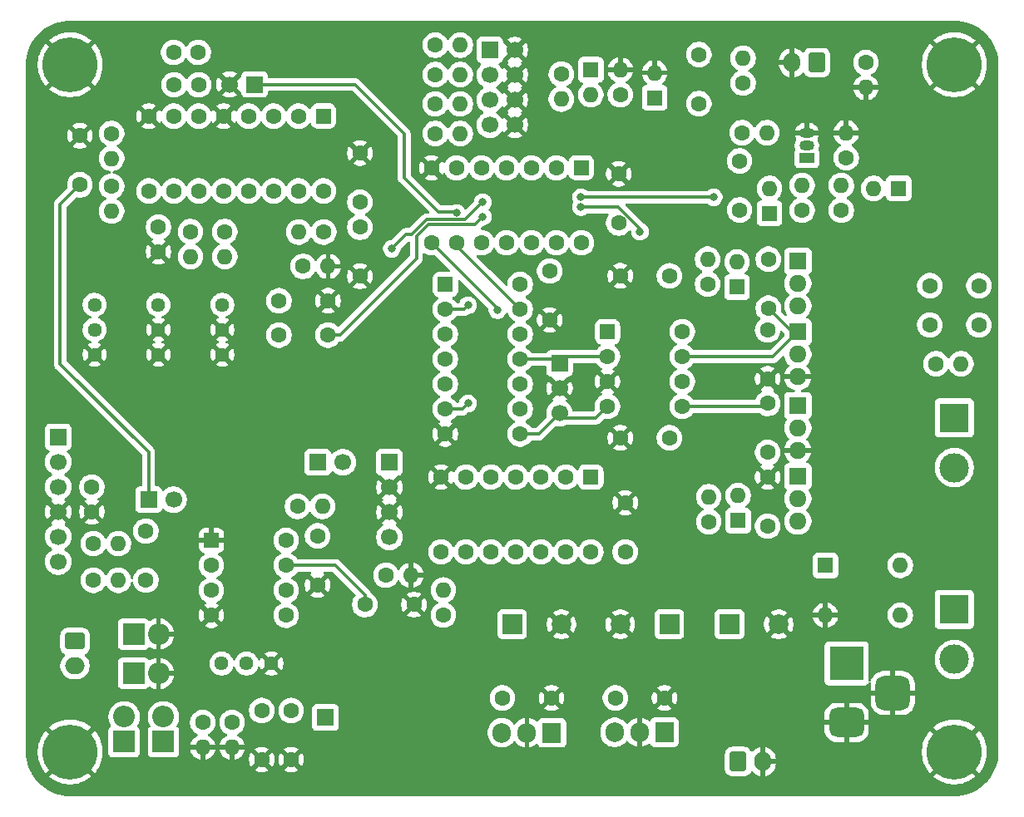
<source format=gbr>
%TF.GenerationSoftware,KiCad,Pcbnew,9.0.1*%
%TF.CreationDate,2025-05-04T12:18:18+03:30*%
%TF.ProjectId,sstc-v3,73737463-2d76-4332-9e6b-696361645f70,rev?*%
%TF.SameCoordinates,Original*%
%TF.FileFunction,Copper,L2,Bot*%
%TF.FilePolarity,Positive*%
%FSLAX46Y46*%
G04 Gerber Fmt 4.6, Leading zero omitted, Abs format (unit mm)*
G04 Created by KiCad (PCBNEW 9.0.1) date 2025-05-04 12:18:18*
%MOMM*%
%LPD*%
G01*
G04 APERTURE LIST*
G04 Aperture macros list*
%AMRoundRect*
0 Rectangle with rounded corners*
0 $1 Rounding radius*
0 $2 $3 $4 $5 $6 $7 $8 $9 X,Y pos of 4 corners*
0 Add a 4 corners polygon primitive as box body*
4,1,4,$2,$3,$4,$5,$6,$7,$8,$9,$2,$3,0*
0 Add four circle primitives for the rounded corners*
1,1,$1+$1,$2,$3*
1,1,$1+$1,$4,$5*
1,1,$1+$1,$6,$7*
1,1,$1+$1,$8,$9*
0 Add four rect primitives between the rounded corners*
20,1,$1+$1,$2,$3,$4,$5,0*
20,1,$1+$1,$4,$5,$6,$7,0*
20,1,$1+$1,$6,$7,$8,$9,0*
20,1,$1+$1,$8,$9,$2,$3,0*%
G04 Aperture macros list end*
%TA.AperFunction,ComponentPad*%
%ADD10R,1.600000X1.600000*%
%TD*%
%TA.AperFunction,ComponentPad*%
%ADD11O,1.600000X1.600000*%
%TD*%
%TA.AperFunction,ComponentPad*%
%ADD12C,1.600000*%
%TD*%
%TA.AperFunction,ComponentPad*%
%ADD13R,3.000000X3.000000*%
%TD*%
%TA.AperFunction,ComponentPad*%
%ADD14C,3.000000*%
%TD*%
%TA.AperFunction,ComponentPad*%
%ADD15R,2.000000X2.000000*%
%TD*%
%TA.AperFunction,ComponentPad*%
%ADD16C,2.000000*%
%TD*%
%TA.AperFunction,ComponentPad*%
%ADD17RoundRect,0.250000X-0.550000X0.550000X-0.550000X-0.550000X0.550000X-0.550000X0.550000X0.550000X0*%
%TD*%
%TA.AperFunction,ComponentPad*%
%ADD18R,3.500000X3.500000*%
%TD*%
%TA.AperFunction,ComponentPad*%
%ADD19RoundRect,0.750000X1.000000X-0.750000X1.000000X0.750000X-1.000000X0.750000X-1.000000X-0.750000X0*%
%TD*%
%TA.AperFunction,ComponentPad*%
%ADD20RoundRect,0.875000X0.875000X-0.875000X0.875000X0.875000X-0.875000X0.875000X-0.875000X-0.875000X0*%
%TD*%
%TA.AperFunction,ComponentPad*%
%ADD21C,3.600000*%
%TD*%
%TA.AperFunction,ConnectorPad*%
%ADD22C,5.600000*%
%TD*%
%TA.AperFunction,ComponentPad*%
%ADD23RoundRect,0.250000X0.600000X0.750000X-0.600000X0.750000X-0.600000X-0.750000X0.600000X-0.750000X0*%
%TD*%
%TA.AperFunction,ComponentPad*%
%ADD24O,1.700000X2.000000*%
%TD*%
%TA.AperFunction,ComponentPad*%
%ADD25RoundRect,0.250000X-0.750000X0.600000X-0.750000X-0.600000X0.750000X-0.600000X0.750000X0.600000X0*%
%TD*%
%TA.AperFunction,ComponentPad*%
%ADD26O,2.000000X1.700000*%
%TD*%
%TA.AperFunction,ComponentPad*%
%ADD27RoundRect,0.250000X-0.550000X-0.550000X0.550000X-0.550000X0.550000X0.550000X-0.550000X0.550000X0*%
%TD*%
%TA.AperFunction,ComponentPad*%
%ADD28R,2.200000X2.200000*%
%TD*%
%TA.AperFunction,ComponentPad*%
%ADD29O,2.200000X2.200000*%
%TD*%
%TA.AperFunction,ComponentPad*%
%ADD30R,1.700000X1.700000*%
%TD*%
%TA.AperFunction,ComponentPad*%
%ADD31C,1.700000*%
%TD*%
%TA.AperFunction,ComponentPad*%
%ADD32RoundRect,0.250000X-0.600000X-0.750000X0.600000X-0.750000X0.600000X0.750000X-0.600000X0.750000X0*%
%TD*%
%TA.AperFunction,ComponentPad*%
%ADD33R,1.800000X1.717500*%
%TD*%
%TA.AperFunction,ComponentPad*%
%ADD34O,1.800000X1.717500*%
%TD*%
%TA.AperFunction,ComponentPad*%
%ADD35C,1.440000*%
%TD*%
%TA.AperFunction,ComponentPad*%
%ADD36R,1.500000X1.050000*%
%TD*%
%TA.AperFunction,ComponentPad*%
%ADD37O,1.500000X1.050000*%
%TD*%
%TA.AperFunction,ComponentPad*%
%ADD38R,1.905000X2.000000*%
%TD*%
%TA.AperFunction,ComponentPad*%
%ADD39O,1.905000X2.000000*%
%TD*%
%TA.AperFunction,ViaPad*%
%ADD40C,0.800000*%
%TD*%
%TA.AperFunction,Conductor*%
%ADD41C,0.300000*%
%TD*%
G04 APERTURE END LIST*
D10*
%TO.P,D10,1,K*%
%TO.N,VDC*%
X101330686Y-29602056D03*
D11*
%TO.P,D10,2,A*%
%TO.N,Net-(D10-A)*%
X98790686Y-29602056D03*
%TD*%
D12*
%TO.P,R24,1*%
%TO.N,Net-(D6-K)*%
X91505000Y-31830685D03*
D11*
%TO.P,R24,2*%
%TO.N,Net-(D6-A)*%
X91505000Y-29290685D03*
%TD*%
D13*
%TO.P,J13,1,Pin_1*%
%TO.N,Net-(J13-Pin_1)*%
X107000000Y-72500000D03*
D14*
%TO.P,J13,2,Pin_2*%
%TO.N,Net-(J13-Pin_2)*%
X107000000Y-77580000D03*
%TD*%
D12*
%TO.P,R8,1*%
%TO.N,OC*%
X33500000Y-84000000D03*
D11*
%TO.P,R8,2*%
%TO.N,GND*%
X33500000Y-86540000D03*
%TD*%
D12*
%TO.P,C30,1*%
%TO.N,VDC*%
X88000000Y-64000000D03*
%TO.P,C30,2*%
%TO.N,GND*%
X88000000Y-59000000D03*
%TD*%
D15*
%TO.P,C16,1*%
%TO.N,+5V*%
X62000000Y-74000000D03*
D16*
%TO.P,C16,2*%
%TO.N,GND*%
X67000000Y-74000000D03*
%TD*%
D12*
%TO.P,C9,1*%
%TO.N,+5V*%
X46495000Y-31000000D03*
%TO.P,C9,2*%
%TO.N,GND*%
X46495000Y-26000000D03*
%TD*%
%TO.P,C4,1*%
%TO.N,Net-(U2-C1)*%
X30095000Y-19040000D03*
%TO.P,C4,2*%
%TO.N,Net-(U2-C2)*%
X27595000Y-19040000D03*
%TD*%
%TO.P,R23,1*%
%TO.N,VDC*%
X82000000Y-63540000D03*
D11*
%TO.P,R23,2*%
%TO.N,Net-(D9-A)*%
X82000000Y-61000000D03*
%TD*%
D12*
%TO.P,R18,1*%
%TO.N,+5V*%
X85395000Y-23915000D03*
D11*
%TO.P,R18,2*%
%TO.N,Net-(D6-A)*%
X87935000Y-23915000D03*
%TD*%
D12*
%TO.P,C17,1*%
%TO.N,GND*%
X72840000Y-28120000D03*
%TO.P,C17,2*%
%TO.N,+5V*%
X72840000Y-33120000D03*
%TD*%
%TO.P,C7,1*%
%TO.N,Net-(J3-Pin_2)*%
X24722500Y-64500000D03*
%TO.P,C7,2*%
%TO.N,Net-(C7-Pad2)*%
X24722500Y-69500000D03*
%TD*%
D17*
%TO.P,U2,1,PCP*%
%TO.N,unconnected-(U2-PCP-Pad1)*%
X42795000Y-22235000D03*
D12*
%TO.P,U2,2,PC1*%
%TO.N,Net-(U2-PC1)*%
X40255000Y-22235000D03*
%TO.P,U2,3,RefIn*%
%TO.N,SIGNAL*%
X37715000Y-22235000D03*
%TO.P,U2,4,FOUT*%
X35175000Y-22235000D03*
%TO.P,U2,5,Inh*%
%TO.N,GND*%
X32635000Y-22235000D03*
%TO.P,U2,6,C1*%
%TO.N,Net-(U2-C1)*%
X30095000Y-22235000D03*
%TO.P,U2,7,C2*%
%TO.N,Net-(U2-C2)*%
X27555000Y-22235000D03*
%TO.P,U2,8,VSS*%
%TO.N,GND*%
X25015000Y-22235000D03*
%TO.P,U2,9,VCOin*%
%TO.N,AUDIO*%
X25015000Y-29855000D03*
%TO.P,U2,10,SFout*%
%TO.N,unconnected-(U2-SFout-Pad10)*%
X27555000Y-29855000D03*
%TO.P,U2,11,R1*%
%TO.N,Net-(U2-R1)*%
X30095000Y-29855000D03*
%TO.P,U2,12,R2*%
%TO.N,Net-(U2-R2)*%
X32635000Y-29855000D03*
%TO.P,U2,13,PC2*%
%TO.N,unconnected-(U2-PC2-Pad13)*%
X35175000Y-29855000D03*
%TO.P,U2,14,SigIn*%
%TO.N,FEEDBACK*%
X37715000Y-29855000D03*
%TO.P,U2,15,ZOUT*%
%TO.N,unconnected-(U2-ZOUT-Pad15)*%
X40255000Y-29855000D03*
%TO.P,U2,16,VDD*%
%TO.N,+5V*%
X42795000Y-29855000D03*
%TD*%
%TO.P,C18,1*%
%TO.N,Net-(D8-A)*%
X88066667Y-36800000D03*
%TO.P,C18,2*%
%TO.N,Net-(Q5-G)*%
X88066667Y-41800000D03*
%TD*%
%TO.P,C25,1*%
%TO.N,Net-(D9-A)*%
X88000000Y-56500000D03*
%TO.P,C25,2*%
%TO.N,Net-(Q3-G)*%
X88000000Y-51500000D03*
%TD*%
D18*
%TO.P,J14,1*%
%TO.N,VDC*%
X96042500Y-78000000D03*
D19*
%TO.P,J14,2*%
%TO.N,GND*%
X96042500Y-84000000D03*
D20*
X100742500Y-81000000D03*
%TD*%
D21*
%TO.P,H2,1,1*%
%TO.N,GND*%
X17000000Y-87000000D03*
D22*
X17000000Y-87000000D03*
%TD*%
D12*
%TO.P,R6,1*%
%TO.N,AUDIO  LEFT*%
X19377500Y-65770000D03*
D11*
%TO.P,R6,2*%
%TO.N,Net-(C7-Pad2)*%
X21917500Y-65770000D03*
%TD*%
D12*
%TO.P,R1,1*%
%TO.N,Net-(U2-R1)*%
X29245000Y-33995000D03*
D11*
%TO.P,R1,2*%
%TO.N,Net-(R1-Pad2)*%
X29245000Y-36535000D03*
%TD*%
D12*
%TO.P,C15,1*%
%TO.N,Net-(U5B-~{R})*%
X47000000Y-72000000D03*
%TO.P,C15,2*%
%TO.N,GND*%
X52000000Y-72000000D03*
%TD*%
D23*
%TO.P,J11,1,Pin_1*%
%TO.N,Net-(J11-Pin_1)*%
X93000000Y-16780000D03*
D24*
%TO.P,J11,2,Pin_2*%
%TO.N,GND*%
X90500000Y-16780000D03*
%TD*%
D25*
%TO.P,J4,1,Pin_1*%
%TO.N,Net-(D3-A)*%
X17500000Y-75720000D03*
D26*
%TO.P,J4,2,Pin_2*%
%TO.N,Net-(D1-A)*%
X17500000Y-78220000D03*
%TD*%
D27*
%TO.P,U6,1,NC*%
%TO.N,unconnected-(U6-NC-Pad1)*%
X71695000Y-44190000D03*
D12*
%TO.P,U6,2,IN_A*%
%TO.N,DRV2*%
X71695000Y-46730000D03*
%TO.P,U6,3,GND*%
%TO.N,GND*%
X71695000Y-49270000D03*
%TO.P,U6,4,IN_B*%
%TO.N,DRV1*%
X71695000Y-51810000D03*
%TO.P,U6,5,OUT_B*%
%TO.N,Net-(Q3-G)*%
X79315000Y-51810000D03*
%TO.P,U6,6,VDD*%
%TO.N,+9V*%
X79315000Y-49270000D03*
%TO.P,U6,7,OUT_A*%
%TO.N,Net-(Q5-G)*%
X79315000Y-46730000D03*
%TO.P,U6,8,NC*%
%TO.N,unconnected-(U6-NC-Pad8)*%
X79315000Y-44190000D03*
%TD*%
D28*
%TO.P,D3,1,K*%
%TO.N,OC*%
X22500000Y-85968234D03*
D29*
%TO.P,D3,2,A*%
%TO.N,Net-(D3-A)*%
X22500000Y-83428234D03*
%TD*%
D15*
%TO.P,C29,1*%
%TO.N,VDC*%
X84132323Y-74000000D03*
D16*
%TO.P,C29,2*%
%TO.N,GND*%
X89132323Y-74000000D03*
%TD*%
D12*
%TO.P,C31,1*%
%TO.N,Net-(Q2-D)*%
X104500000Y-43500000D03*
%TO.P,C31,2*%
%TO.N,Net-(J12-Pin_1)*%
X109500000Y-43500000D03*
%TD*%
%TO.P,C24,1*%
%TO.N,GND*%
X73500000Y-61620000D03*
%TO.P,C24,2*%
%TO.N,+5V*%
X73500000Y-66620000D03*
%TD*%
%TO.P,R10,1*%
%TO.N,INT*%
X54180000Y-21000000D03*
D11*
%TO.P,R10,2*%
%TO.N,Net-(J5-Pin_5)*%
X56720000Y-21000000D03*
%TD*%
D28*
%TO.P,D1,1,K*%
%TO.N,OC*%
X26500000Y-85968234D03*
D29*
%TO.P,D1,2,A*%
%TO.N,Net-(D1-A)*%
X26500000Y-83428234D03*
%TD*%
D30*
%TO.P,J7,1,Pin_1*%
%TO.N,INT_INPUT*%
X49500000Y-57500000D03*
D31*
%TO.P,J7,2,Pin_2*%
%TO.N,GND*%
X49500000Y-60040000D03*
%TO.P,J7,3,Pin_3*%
X49500000Y-62580000D03*
%TO.P,J7,4,Pin_4*%
%TO.N,INT_INPUT*%
X49500000Y-65120000D03*
%TD*%
D32*
%TO.P,J10,1,Pin_1*%
%TO.N,VDC*%
X85000000Y-87975000D03*
D24*
%TO.P,J10,2,Pin_2*%
%TO.N,GND*%
X87500000Y-87975000D03*
%TD*%
D12*
%TO.P,R17,1*%
%TO.N,+5V*%
X55000000Y-73045000D03*
D11*
%TO.P,R17,2*%
%TO.N,Net-(U5B-~{R})*%
X55000000Y-70505000D03*
%TD*%
D13*
%TO.P,J12,1,Pin_1*%
%TO.N,Net-(J12-Pin_1)*%
X107000000Y-52960000D03*
D14*
%TO.P,J12,2,Pin_2*%
%TO.N,Net-(J12-Pin_2)*%
X107000000Y-58040000D03*
%TD*%
D28*
%TO.P,D2,1,K*%
%TO.N,Net-(D1-A)*%
X23460000Y-79000000D03*
D29*
%TO.P,D2,2,A*%
%TO.N,GND*%
X26000000Y-79000000D03*
%TD*%
D12*
%TO.P,C26,1*%
%TO.N,GND*%
X73000000Y-55000000D03*
%TO.P,C26,2*%
%TO.N,+9V*%
X78000000Y-55000000D03*
%TD*%
D30*
%TO.P,J9,1,Pin_1*%
%TO.N,DRV2*%
X66815000Y-47420000D03*
D31*
%TO.P,J9,2,Pin_2*%
%TO.N,GND*%
X66815000Y-49960000D03*
%TO.P,J9,3,Pin_3*%
%TO.N,DRV1*%
X66815000Y-52500000D03*
%TD*%
D12*
%TO.P,R27,1*%
%TO.N,Net-(Q1-B)*%
X96000000Y-26460000D03*
D11*
%TO.P,R27,2*%
%TO.N,GND*%
X96000000Y-23920000D03*
%TD*%
D12*
%TO.P,R14,1*%
%TO.N,OCD_STATUS*%
X54180000Y-24000000D03*
D11*
%TO.P,R14,2*%
%TO.N,Net-(J5-Pin_7)*%
X56720000Y-24000000D03*
%TD*%
D33*
%TO.P,Q2,1,G*%
%TO.N,Net-(D8-A)*%
X91066667Y-37000000D03*
D34*
%TO.P,Q2,2,D*%
%TO.N,Net-(Q2-D)*%
X91066667Y-39290000D03*
%TO.P,Q2,3,S*%
%TO.N,VDC*%
X91066667Y-41580000D03*
%TD*%
D12*
%TO.P,R22,1*%
%TO.N,VDC*%
X81881667Y-39340000D03*
D11*
%TO.P,R22,2*%
%TO.N,Net-(D8-A)*%
X81881667Y-36800000D03*
%TD*%
D17*
%TO.P,U5,1,~{R}*%
%TO.N,Net-(U5A-~{R})*%
X70000000Y-59000000D03*
D12*
%TO.P,U5,2,D*%
%TO.N,+5V*%
X67460000Y-59000000D03*
%TO.P,U5,3,C*%
%TO.N,SIGNAL*%
X64920000Y-59000000D03*
%TO.P,U5,4,~{S}*%
%TO.N,+5V*%
X62380000Y-59000000D03*
%TO.P,U5,5,Q*%
%TO.N,unconnected-(U5A-Q-Pad5)*%
X59840000Y-59000000D03*
%TO.P,U5,6,~{Q}*%
%TO.N,Net-(U5A-~{Q})*%
X57300000Y-59000000D03*
%TO.P,U5,7,GND*%
%TO.N,GND*%
X54760000Y-59000000D03*
%TO.P,U5,8,~{Q}*%
%TO.N,OCD_STATUS*%
X54760000Y-66620000D03*
%TO.P,U5,9,Q*%
%TO.N,OCD*%
X57300000Y-66620000D03*
%TO.P,U5,10,~{S}*%
%TO.N,+5V*%
X59840000Y-66620000D03*
%TO.P,U5,11,C*%
%TO.N,INT*%
X62380000Y-66620000D03*
%TO.P,U5,12,D*%
%TO.N,+5V*%
X64920000Y-66620000D03*
%TO.P,U5,13,~{R}*%
%TO.N,Net-(U5B-~{R})*%
X67460000Y-66620000D03*
%TO.P,U5,14,VCC*%
%TO.N,+5V*%
X70000000Y-66620000D03*
%TD*%
%TO.P,C19,1*%
%TO.N,+5V*%
X65815000Y-38000000D03*
%TO.P,C19,2*%
%TO.N,GND*%
X65815000Y-43000000D03*
%TD*%
%TO.P,C11,1*%
%TO.N,FEEDBACK*%
X38265000Y-41040000D03*
%TO.P,C11,2*%
%TO.N,GND*%
X43265000Y-41040000D03*
%TD*%
D10*
%TO.P,D8,1,K*%
%TO.N,VDC*%
X84881667Y-39651371D03*
D11*
%TO.P,D8,2,A*%
%TO.N,Net-(D8-A)*%
X84881667Y-37111371D03*
%TD*%
D30*
%TO.P,J6,1,Pin_1*%
%TO.N,+5V*%
X42225000Y-57500000D03*
D31*
%TO.P,J6,2,Pin_2*%
%TO.N,INT_INPUT*%
X44765000Y-57500000D03*
%TD*%
D12*
%TO.P,R9,1*%
%TO.N,+5V*%
X42815000Y-34040000D03*
D11*
%TO.P,R9,2*%
%TO.N,FEEDBACK*%
X40275000Y-34040000D03*
%TD*%
D12*
%TO.P,R5,1*%
%TO.N,AUDIO  RIGHT*%
X19377500Y-69520000D03*
D11*
%TO.P,R5,2*%
%TO.N,Net-(C7-Pad2)*%
X21917500Y-69520000D03*
%TD*%
D12*
%TO.P,C8,1*%
%TO.N,+5V*%
X46495000Y-33550000D03*
%TO.P,C8,2*%
%TO.N,GND*%
X46495000Y-38550000D03*
%TD*%
%TO.P,R13,1*%
%TO.N,+5V*%
X54180000Y-15000000D03*
D11*
%TO.P,R13,2*%
%TO.N,Net-(J5-Pin_1)*%
X56720000Y-15000000D03*
%TD*%
D10*
%TO.P,D9,1,K*%
%TO.N,VDC*%
X85000000Y-63425686D03*
D11*
%TO.P,D9,2,A*%
%TO.N,Net-(D9-A)*%
X85000000Y-60885686D03*
%TD*%
D21*
%TO.P,H1,1,1*%
%TO.N,GND*%
X17000000Y-17000000D03*
D22*
X17000000Y-17000000D03*
%TD*%
D12*
%TO.P,C5,1*%
%TO.N,+5V*%
X19222500Y-60020000D03*
%TO.P,C5,2*%
%TO.N,GND*%
X19222500Y-62520000D03*
%TD*%
%TO.P,R20,1*%
%TO.N,+5V*%
X67000000Y-17955000D03*
D11*
%TO.P,R20,2*%
%TO.N,Net-(D5-A)*%
X67000000Y-20495000D03*
%TD*%
D12*
%TO.P,C3,1*%
%TO.N,AUDIO*%
X17995000Y-29235000D03*
%TO.P,C3,2*%
%TO.N,GND*%
X17995000Y-24235000D03*
%TD*%
%TO.P,R19,1*%
%TO.N,Net-(C20-Pad2)*%
X85500000Y-18870000D03*
D11*
%TO.P,R19,2*%
%TO.N,Net-(J11-Pin_1)*%
X85500000Y-16330000D03*
%TD*%
D12*
%TO.P,R2,1*%
%TO.N,Net-(U2-R2)*%
X32745000Y-33995000D03*
D11*
%TO.P,R2,2*%
%TO.N,Net-(R2-Pad2)*%
X32745000Y-36535000D03*
%TD*%
D10*
%TO.P,D7,1,K*%
%TO.N,Net-(D5-A)*%
X76500000Y-20356371D03*
D11*
%TO.P,D7,2,A*%
%TO.N,GND*%
X76500000Y-17816371D03*
%TD*%
D12*
%TO.P,C20,1*%
%TO.N,Net-(D5-A)*%
X81000000Y-20955000D03*
%TO.P,C20,2*%
%TO.N,Net-(C20-Pad2)*%
X81000000Y-15955000D03*
%TD*%
%TO.P,R21,1*%
%TO.N,Net-(D5-A)*%
X73000000Y-20045000D03*
D11*
%TO.P,R21,2*%
%TO.N,GND*%
X73000000Y-17505000D03*
%TD*%
D27*
%TO.P,U3,1*%
%TO.N,INT*%
X55195000Y-39380000D03*
D12*
%TO.P,U3,2*%
%TO.N,POWER_GOOD*%
X55195000Y-41920000D03*
%TO.P,U3,3*%
%TO.N,Net-(U3-Pad3)*%
X55195000Y-44460000D03*
%TO.P,U3,4*%
X55195000Y-47000000D03*
%TO.P,U3,5*%
%TO.N,OCD*%
X55195000Y-49540000D03*
%TO.P,U3,6*%
%TO.N,Net-(U3-Pad6)*%
X55195000Y-52080000D03*
%TO.P,U3,7,GND*%
%TO.N,GND*%
X55195000Y-54620000D03*
%TO.P,U3,8*%
%TO.N,DRV1*%
X62815000Y-54620000D03*
%TO.P,U3,9*%
%TO.N,Net-(U3-Pad9)*%
X62815000Y-52080000D03*
%TO.P,U3,10*%
%TO.N,Net-(U5A-~{Q})*%
X62815000Y-49540000D03*
%TO.P,U3,11*%
%TO.N,DRV2*%
X62815000Y-47000000D03*
%TO.P,U3,12*%
%TO.N,Net-(U5A-~{Q})*%
X62815000Y-44460000D03*
%TO.P,U3,13*%
%TO.N,SIGNAL*%
X62815000Y-41920000D03*
%TO.P,U3,14,VCC*%
%TO.N,+5V*%
X62815000Y-39380000D03*
%TD*%
%TO.P,R26,1*%
%TO.N,Net-(J11-Pin_1)*%
X98000000Y-16780000D03*
D11*
%TO.P,R26,2*%
%TO.N,GND*%
X98000000Y-19320000D03*
%TD*%
D12*
%TO.P,R4,1*%
%TO.N,AUDIO*%
X21225000Y-29355000D03*
D11*
%TO.P,R4,2*%
%TO.N,Net-(R4-Pad2)*%
X21225000Y-31895000D03*
%TD*%
D27*
%TO.P,U1,1,GND*%
%TO.N,GND*%
X31380000Y-65460000D03*
D12*
%TO.P,U1,2,+*%
%TO.N,Net-(J8-Pin_1)*%
X31380000Y-68000000D03*
%TO.P,U1,3,-*%
%TO.N,OC*%
X31380000Y-70540000D03*
%TO.P,U1,4,V-*%
%TO.N,GND*%
X31380000Y-73080000D03*
%TO.P,U1,5,BAL*%
%TO.N,Net-(U1-BAL)*%
X39000000Y-73080000D03*
%TO.P,U1,6,STRB*%
X39000000Y-70540000D03*
%TO.P,U1,7*%
%TO.N,Net-(U5B-~{R})*%
X39000000Y-68000000D03*
%TO.P,U1,8,V+*%
%TO.N,+9V*%
X39000000Y-65460000D03*
%TD*%
%TO.P,R12,1*%
%TO.N,FEEDBACK*%
X40725000Y-37540000D03*
D11*
%TO.P,R12,2*%
%TO.N,GND*%
X43265000Y-37540000D03*
%TD*%
D17*
%TO.P,U4,1*%
%TO.N,Net-(D5-A)*%
X69040000Y-27500000D03*
D12*
%TO.P,U4,2*%
%TO.N,Net-(C10-Pad1)*%
X66500000Y-27500000D03*
%TO.P,U4,3*%
%TO.N,INT_INPUT*%
X63960000Y-27500000D03*
%TO.P,U4,4*%
%TO.N,Net-(U4-Pad4)*%
X61420000Y-27500000D03*
%TO.P,U4,5*%
X58880000Y-27500000D03*
%TO.P,U4,6*%
%TO.N,INT*%
X56340000Y-27500000D03*
%TO.P,U4,7,GND*%
%TO.N,GND*%
X53800000Y-27500000D03*
%TO.P,U4,8*%
%TO.N,Net-(U3-Pad9)*%
X53800000Y-35120000D03*
%TO.P,U4,9*%
%TO.N,SIGNAL*%
X56340000Y-35120000D03*
%TO.P,U4,10*%
%TO.N,POWER_GOOD*%
X58880000Y-35120000D03*
%TO.P,U4,11*%
%TO.N,Net-(D6-K)*%
X61420000Y-35120000D03*
%TO.P,U4,12*%
%TO.N,Net-(U5A-~{R})*%
X63960000Y-35120000D03*
%TO.P,U4,13*%
%TO.N,Net-(U3-Pad6)*%
X66500000Y-35120000D03*
%TO.P,U4,14,VCC*%
%TO.N,+5V*%
X69040000Y-35120000D03*
%TD*%
D35*
%TO.P,RV2,1,1*%
%TO.N,Net-(R1-Pad2)*%
X25995000Y-41460000D03*
%TO.P,RV2,2,2*%
%TO.N,GND*%
X25995000Y-44000000D03*
%TO.P,RV2,3,3*%
X25995000Y-46540000D03*
%TD*%
D12*
%TO.P,R28,1*%
%TO.N,Net-(Q2-D)*%
X105130000Y-47460000D03*
D11*
%TO.P,R28,2*%
%TO.N,Net-(J12-Pin_1)*%
X107670000Y-47460000D03*
%TD*%
D33*
%TO.P,Q5,1,G*%
%TO.N,Net-(Q5-G)*%
X91066667Y-44210000D03*
D34*
%TO.P,Q5,2,D*%
%TO.N,Net-(Q2-D)*%
X91066667Y-46500000D03*
%TO.P,Q5,3,S*%
%TO.N,GND*%
X91066667Y-48790000D03*
%TD*%
D12*
%TO.P,R25,1*%
%TO.N,Net-(D10-A)*%
X95505000Y-31830685D03*
D11*
%TO.P,R25,2*%
%TO.N,Net-(Q1-B)*%
X95505000Y-29290685D03*
%TD*%
D12*
%TO.P,R16,1*%
%TO.N,INT_INPUT*%
X49165000Y-69000000D03*
D11*
%TO.P,R16,2*%
%TO.N,GND*%
X51705000Y-69000000D03*
%TD*%
D12*
%TO.P,C10,1*%
%TO.N,Net-(C10-Pad1)*%
X43265000Y-44540000D03*
%TO.P,C10,2*%
%TO.N,FEEDBACK*%
X38265000Y-44540000D03*
%TD*%
%TO.P,C13,1*%
%TO.N,+5V*%
X61000000Y-81500000D03*
%TO.P,C13,2*%
%TO.N,GND*%
X66000000Y-81500000D03*
%TD*%
D33*
%TO.P,Q4,1,G*%
%TO.N,Net-(D9-A)*%
X91066667Y-58920000D03*
D34*
%TO.P,Q4,2,D*%
%TO.N,Net-(J12-Pin_2)*%
X91066667Y-61210000D03*
%TO.P,Q4,3,S*%
%TO.N,VDC*%
X91066667Y-63500000D03*
%TD*%
D12*
%TO.P,C2,1*%
%TO.N,Net-(U2-C1)*%
X30045000Y-15735000D03*
%TO.P,C2,2*%
%TO.N,Net-(U2-C2)*%
X27545000Y-15735000D03*
%TD*%
%TO.P,C12,1*%
%TO.N,GND*%
X42185000Y-69990000D03*
%TO.P,C12,2*%
%TO.N,+9V*%
X42185000Y-64990000D03*
%TD*%
D21*
%TO.P,H3,1,1*%
%TO.N,GND*%
X107000000Y-17000000D03*
D22*
X107000000Y-17000000D03*
%TD*%
D10*
%TO.P,D6,1,K*%
%TO.N,Net-(D6-K)*%
X88195000Y-32142056D03*
D11*
%TO.P,D6,2,A*%
%TO.N,Net-(D6-A)*%
X88195000Y-29602056D03*
%TD*%
D12*
%TO.P,C22,1*%
%TO.N,VDC*%
X88000000Y-44000000D03*
%TO.P,C22,2*%
%TO.N,GND*%
X88000000Y-49000000D03*
%TD*%
D28*
%TO.P,D4,1,K*%
%TO.N,Net-(D3-A)*%
X23460000Y-75000000D03*
D29*
%TO.P,D4,2,A*%
%TO.N,GND*%
X26000000Y-75000000D03*
%TD*%
D12*
%TO.P,C1,1*%
%TO.N,Net-(U2-R1)*%
X25995000Y-33545000D03*
%TO.P,C1,2*%
%TO.N,GND*%
X25995000Y-36045000D03*
%TD*%
D30*
%TO.P,J8,1,Pin_1*%
%TO.N,Net-(J8-Pin_1)*%
X43000000Y-83500000D03*
%TD*%
D12*
%TO.P,R15,1*%
%TO.N,Net-(R15-Pad1)*%
X40140000Y-61990000D03*
D11*
%TO.P,R15,2*%
%TO.N,+9V*%
X42680000Y-61990000D03*
%TD*%
D12*
%TO.P,R11,1*%
%TO.N,POWER_GOOD*%
X54185000Y-18000000D03*
D11*
%TO.P,R11,2*%
%TO.N,Net-(J5-Pin_3)*%
X56725000Y-18000000D03*
%TD*%
D15*
%TO.P,C27,1*%
%TO.N,+9V*%
X78000000Y-74000000D03*
D16*
%TO.P,C27,2*%
%TO.N,GND*%
X73000000Y-74000000D03*
%TD*%
D35*
%TO.P,RV1,1,1*%
%TO.N,+5V*%
X19500000Y-41460000D03*
%TO.P,RV1,2,2*%
%TO.N,Net-(R4-Pad2)*%
X19500000Y-44000000D03*
%TO.P,RV1,3,3*%
%TO.N,GND*%
X19500000Y-46540000D03*
%TD*%
D36*
%TO.P,Q1,1,C*%
%TO.N,Net-(D6-A)*%
X92000000Y-26500000D03*
D37*
%TO.P,Q1,2,B*%
%TO.N,Net-(Q1-B)*%
X92000000Y-25230000D03*
%TO.P,Q1,3,E*%
%TO.N,GND*%
X92000000Y-23960000D03*
%TD*%
D30*
%TO.P,J3,1,Pin_1*%
%TO.N,AUDIO*%
X25000000Y-61305000D03*
D31*
%TO.P,J3,2,Pin_2*%
%TO.N,Net-(J3-Pin_2)*%
X27540000Y-61305000D03*
%TD*%
D12*
%TO.P,C6,1*%
%TO.N,OC*%
X36500000Y-82780000D03*
%TO.P,C6,2*%
%TO.N,GND*%
X36500000Y-87780000D03*
%TD*%
D10*
%TO.P,D5,1,K*%
%TO.N,+5V*%
X70000000Y-17505000D03*
D11*
%TO.P,D5,2,A*%
%TO.N,Net-(D5-A)*%
X70000000Y-20045000D03*
%TD*%
D33*
%TO.P,Q3,1,G*%
%TO.N,Net-(Q3-G)*%
X91066667Y-51710000D03*
D34*
%TO.P,Q3,2,D*%
%TO.N,Net-(J12-Pin_2)*%
X91066667Y-54000000D03*
%TO.P,Q3,3,S*%
%TO.N,GND*%
X91066667Y-56290000D03*
%TD*%
D35*
%TO.P,RV4,1,1*%
%TO.N,GND*%
X37500000Y-78000000D03*
%TO.P,RV4,2,2*%
%TO.N,Net-(J8-Pin_1)*%
X34960000Y-78000000D03*
%TO.P,RV4,3,3*%
%TO.N,Net-(R15-Pad1)*%
X32420000Y-78000000D03*
%TD*%
D38*
%TO.P,U7,1,VI*%
%TO.N,+9V*%
X66040000Y-85055000D03*
D39*
%TO.P,U7,2,GND*%
%TO.N,GND*%
X63500000Y-85055000D03*
%TO.P,U7,3,VO*%
%TO.N,+5V*%
X60960000Y-85055000D03*
%TD*%
D12*
%TO.P,C23,1*%
%TO.N,GND*%
X73000000Y-38500000D03*
%TO.P,C23,2*%
%TO.N,+9V*%
X78000000Y-38500000D03*
%TD*%
D38*
%TO.P,U8,1,VI*%
%TO.N,VDC*%
X77500000Y-85000000D03*
D39*
%TO.P,U8,2,GND*%
%TO.N,GND*%
X74960000Y-85000000D03*
%TO.P,U8,3,VO*%
%TO.N,+9V*%
X72420000Y-85000000D03*
%TD*%
D10*
%TO.P,D11,1,+*%
%TO.N,VDC*%
X93880000Y-68000000D03*
D11*
%TO.P,D11,2,-*%
%TO.N,GND*%
X93880000Y-73080000D03*
%TO.P,D11,3*%
%TO.N,Net-(J13-Pin_2)*%
X101500000Y-73080000D03*
%TO.P,D11,4*%
%TO.N,Net-(J13-Pin_1)*%
X101500000Y-68000000D03*
%TD*%
D12*
%TO.P,C28,1*%
%TO.N,+9V*%
X72500000Y-81500000D03*
%TO.P,C28,2*%
%TO.N,GND*%
X77500000Y-81500000D03*
%TD*%
D21*
%TO.P,H4,1,1*%
%TO.N,GND*%
X107000000Y-87000000D03*
D22*
X107000000Y-87000000D03*
%TD*%
D30*
%TO.P,J1,1,Pin_1*%
%TO.N,SIGNAL*%
X35775000Y-19000000D03*
D31*
%TO.P,J1,2,Pin_2*%
%TO.N,GND*%
X33235000Y-19000000D03*
%TD*%
D12*
%TO.P,C32,1*%
%TO.N,Net-(Q2-D)*%
X104500000Y-39500000D03*
%TO.P,C32,2*%
%TO.N,Net-(J12-Pin_1)*%
X109500000Y-39500000D03*
%TD*%
%TO.P,R3,1*%
%TO.N,Net-(U2-PC1)*%
X21225000Y-23995000D03*
D11*
%TO.P,R3,2*%
%TO.N,AUDIO*%
X21225000Y-26535000D03*
%TD*%
D12*
%TO.P,R7,1*%
%TO.N,OC*%
X30500000Y-84000000D03*
D11*
%TO.P,R7,2*%
%TO.N,GND*%
X30500000Y-86540000D03*
%TD*%
D35*
%TO.P,RV3,1,1*%
%TO.N,Net-(R2-Pad2)*%
X32495000Y-41460000D03*
%TO.P,RV3,2,2*%
%TO.N,GND*%
X32495000Y-44000000D03*
%TO.P,RV3,3,3*%
X32495000Y-46540000D03*
%TD*%
D12*
%TO.P,C21,1*%
%TO.N,Net-(D6-K)*%
X85145000Y-31790685D03*
%TO.P,C21,2*%
%TO.N,+5V*%
X85145000Y-26790685D03*
%TD*%
D30*
%TO.P,J5,1,Pin_1*%
%TO.N,Net-(J5-Pin_1)*%
X59725000Y-15500000D03*
D31*
%TO.P,J5,2,Pin_2*%
%TO.N,GND*%
X62265000Y-15500000D03*
%TO.P,J5,3,Pin_3*%
%TO.N,Net-(J5-Pin_3)*%
X59725000Y-18040000D03*
%TO.P,J5,4,Pin_4*%
%TO.N,GND*%
X62265000Y-18040000D03*
%TO.P,J5,5,Pin_5*%
%TO.N,Net-(J5-Pin_5)*%
X59725000Y-20580000D03*
%TO.P,J5,6,Pin_6*%
%TO.N,GND*%
X62265000Y-20580000D03*
%TO.P,J5,7,Pin_7*%
%TO.N,Net-(J5-Pin_7)*%
X59725000Y-23120000D03*
%TO.P,J5,8,Pin_8*%
%TO.N,GND*%
X62265000Y-23120000D03*
%TD*%
D30*
%TO.P,J2,1,Pin_1*%
%TO.N,unconnected-(J2-Pin_1-Pad1)*%
X15797500Y-54920000D03*
D31*
%TO.P,J2,2,Pin_2*%
%TO.N,unconnected-(J2-Pin_2-Pad2)*%
X15797500Y-57460000D03*
%TO.P,J2,3,Pin_3*%
%TO.N,+5V*%
X15797500Y-60000000D03*
%TO.P,J2,4,Pin_4*%
%TO.N,GND*%
X15797500Y-62540000D03*
%TO.P,J2,5,Pin_5*%
%TO.N,AUDIO  LEFT*%
X15797500Y-65080000D03*
%TO.P,J2,6,Pin_6*%
%TO.N,AUDIO  RIGHT*%
X15797500Y-67620000D03*
%TD*%
D12*
%TO.P,C14,1*%
%TO.N,GND*%
X39500000Y-87780000D03*
%TO.P,C14,2*%
%TO.N,Net-(J8-Pin_1)*%
X39500000Y-82780000D03*
%TD*%
D40*
%TO.N,POWER_GOOD*%
X57500000Y-41500000D03*
%TO.N,SIGNAL*%
X56340000Y-32099000D03*
%TO.N,Net-(U5A-~{R})*%
X75000000Y-34000000D03*
X69000000Y-31500000D03*
%TO.N,INT_INPUT*%
X59000000Y-31000000D03*
X49750000Y-35750000D03*
%TO.N,Net-(C10-Pad1)*%
X59000000Y-32500000D03*
%TO.N,Net-(D6-K)*%
X69000000Y-30500000D03*
X82500000Y-30500000D03*
%TO.N,Net-(U3-Pad6)*%
X57500000Y-51500000D03*
%TO.N,Net-(U3-Pad9)*%
X60500000Y-42000000D03*
%TD*%
D41*
%TO.N,Net-(U5B-~{R})*%
X39000000Y-68000000D02*
X44000000Y-68000000D01*
X44000000Y-68000000D02*
X47000000Y-71000000D01*
X47000000Y-71000000D02*
X47000000Y-72000000D01*
%TO.N,AUDIO*%
X25000000Y-61305000D02*
X25000000Y-56500000D01*
X25000000Y-56500000D02*
X16000000Y-47500000D01*
X16000000Y-47500000D02*
X16000000Y-31230000D01*
X16000000Y-31230000D02*
X17995000Y-29235000D01*
%TO.N,POWER_GOOD*%
X57080000Y-41920000D02*
X57500000Y-41500000D01*
X55195000Y-41920000D02*
X57080000Y-41920000D01*
%TO.N,SIGNAL*%
X56340000Y-32099000D02*
X56241000Y-32000000D01*
X56241000Y-32000000D02*
X54500000Y-32000000D01*
X62815000Y-41920000D02*
X56340000Y-35445000D01*
X54500000Y-32000000D02*
X51000000Y-28500000D01*
X46000000Y-19000000D02*
X35775000Y-19000000D01*
X51000000Y-24000000D02*
X46000000Y-19000000D01*
X51000000Y-28500000D02*
X51000000Y-24000000D01*
%TO.N,DRV2*%
X62815000Y-47000000D02*
X66395000Y-47000000D01*
X71695000Y-46730000D02*
X67505000Y-46730000D01*
%TO.N,DRV1*%
X70505000Y-53000000D02*
X67315000Y-53000000D01*
X71695000Y-51810000D02*
X70505000Y-53000000D01*
X67315000Y-53000000D02*
X66815000Y-52500000D01*
X62815000Y-54620000D02*
X64695000Y-54620000D01*
X64695000Y-54620000D02*
X66815000Y-52500000D01*
%TO.N,Net-(U5A-~{R})*%
X72777050Y-31500000D02*
X75000000Y-33722950D01*
X69000000Y-31500000D02*
X72777050Y-31500000D01*
X75000000Y-33722950D02*
X75000000Y-34000000D01*
%TO.N,INT_INPUT*%
X59000000Y-31000000D02*
X57201000Y-32799000D01*
X51209670Y-34290330D02*
X49750000Y-35750000D01*
X53288330Y-32799000D02*
X51797000Y-34290330D01*
X51797000Y-34290330D02*
X51209670Y-34290330D01*
X57201000Y-32799000D02*
X53288330Y-32799000D01*
%TO.N,Net-(C10-Pad1)*%
X53475140Y-33250000D02*
X52248000Y-34477140D01*
X52248000Y-34477140D02*
X52248000Y-36752000D01*
X52248000Y-36752000D02*
X44460000Y-44540000D01*
X59000000Y-32500000D02*
X58250000Y-33250000D01*
X58250000Y-33250000D02*
X53475140Y-33250000D01*
X44460000Y-44540000D02*
X43265000Y-44540000D01*
%TO.N,Net-(D6-K)*%
X69000000Y-30500000D02*
X82500000Y-30500000D01*
%TO.N,Net-(Q5-G)*%
X90476667Y-44210000D02*
X88066667Y-41800000D01*
X79315000Y-46730000D02*
X88546667Y-46730000D01*
X88546667Y-46730000D02*
X91066667Y-44210000D01*
%TO.N,Net-(U3-Pad6)*%
X56920000Y-52080000D02*
X57500000Y-51500000D01*
X55195000Y-52080000D02*
X56920000Y-52080000D01*
%TO.N,Net-(U3-Pad9)*%
X53800000Y-35120000D02*
X60500000Y-41820000D01*
X60500000Y-41820000D02*
X60500000Y-42000000D01*
%TO.N,Net-(Q3-G)*%
X79315000Y-51810000D02*
X87690000Y-51810000D01*
%TD*%
%TA.AperFunction,Conductor*%
%TO.N,GND*%
G36*
X65407540Y-47670185D02*
G01*
X65453295Y-47722989D01*
X65464501Y-47774500D01*
X65464501Y-48317876D01*
X65470908Y-48377483D01*
X65521202Y-48512328D01*
X65521206Y-48512335D01*
X65607452Y-48627544D01*
X65607455Y-48627547D01*
X65722664Y-48713793D01*
X65722671Y-48713797D01*
X65762031Y-48728477D01*
X65857517Y-48764091D01*
X65917127Y-48770500D01*
X65927685Y-48770499D01*
X65994723Y-48790179D01*
X66015372Y-48806818D01*
X66685591Y-49477037D01*
X66622007Y-49494075D01*
X66507993Y-49559901D01*
X66414901Y-49652993D01*
X66349075Y-49767007D01*
X66332037Y-49830591D01*
X65699728Y-49198282D01*
X65699727Y-49198282D01*
X65660380Y-49252439D01*
X65563904Y-49441782D01*
X65498242Y-49643869D01*
X65498242Y-49643872D01*
X65465000Y-49853753D01*
X65465000Y-50066246D01*
X65498242Y-50276127D01*
X65498242Y-50276130D01*
X65563904Y-50478217D01*
X65660375Y-50667550D01*
X65699728Y-50721716D01*
X66332037Y-50089408D01*
X66349075Y-50152993D01*
X66414901Y-50267007D01*
X66507993Y-50360099D01*
X66622007Y-50425925D01*
X66685590Y-50442962D01*
X66053282Y-51075269D01*
X66053282Y-51075270D01*
X66107452Y-51114626D01*
X66107451Y-51114626D01*
X66116495Y-51119234D01*
X66167292Y-51167208D01*
X66184087Y-51235029D01*
X66161550Y-51301164D01*
X66116499Y-51340202D01*
X66107182Y-51344949D01*
X65935213Y-51469890D01*
X65784890Y-51620213D01*
X65659951Y-51792179D01*
X65563444Y-51981585D01*
X65497753Y-52183760D01*
X65471865Y-52347213D01*
X65464500Y-52393713D01*
X65464500Y-52606287D01*
X65472566Y-52657213D01*
X65498516Y-52821055D01*
X65496877Y-52821314D01*
X65493738Y-52883883D01*
X65464342Y-52930710D01*
X64461873Y-53933181D01*
X64400550Y-53966666D01*
X64374192Y-53969500D01*
X64013071Y-53969500D01*
X63946032Y-53949815D01*
X63912754Y-53918386D01*
X63806966Y-53772781D01*
X63662219Y-53628034D01*
X63662213Y-53628028D01*
X63496614Y-53507715D01*
X63438744Y-53478229D01*
X63403917Y-53460483D01*
X63353123Y-53412511D01*
X63336328Y-53344690D01*
X63358865Y-53278555D01*
X63403917Y-53239516D01*
X63496610Y-53192287D01*
X63600046Y-53117137D01*
X63662213Y-53071971D01*
X63662215Y-53071968D01*
X63662219Y-53071966D01*
X63806966Y-52927219D01*
X63806968Y-52927215D01*
X63806971Y-52927213D01*
X63887594Y-52816243D01*
X63927287Y-52761610D01*
X64020220Y-52579219D01*
X64083477Y-52384534D01*
X64115500Y-52182352D01*
X64115500Y-51977648D01*
X64083477Y-51775466D01*
X64079318Y-51762667D01*
X64033032Y-51620213D01*
X64020220Y-51580781D01*
X64020218Y-51580778D01*
X64020218Y-51580776D01*
X63981845Y-51505466D01*
X63927287Y-51398390D01*
X63893958Y-51352516D01*
X63806971Y-51232786D01*
X63662213Y-51088028D01*
X63496614Y-50967715D01*
X63480491Y-50959500D01*
X63403917Y-50920483D01*
X63353123Y-50872511D01*
X63336328Y-50804690D01*
X63358865Y-50738555D01*
X63403917Y-50699516D01*
X63496610Y-50652287D01*
X63552823Y-50611446D01*
X63662213Y-50531971D01*
X63662215Y-50531968D01*
X63662219Y-50531966D01*
X63806966Y-50387219D01*
X63806968Y-50387215D01*
X63806971Y-50387213D01*
X63897963Y-50261971D01*
X63927287Y-50221610D01*
X64020220Y-50039219D01*
X64083477Y-49844534D01*
X64115500Y-49642352D01*
X64115500Y-49437648D01*
X64105152Y-49372317D01*
X64083477Y-49235465D01*
X64020218Y-49040776D01*
X63981845Y-48965466D01*
X63927287Y-48858390D01*
X63889818Y-48806818D01*
X63806971Y-48692786D01*
X63662213Y-48548028D01*
X63496614Y-48427715D01*
X63486930Y-48422781D01*
X63403917Y-48380483D01*
X63353123Y-48332511D01*
X63336328Y-48264690D01*
X63358865Y-48198555D01*
X63403917Y-48159516D01*
X63496610Y-48112287D01*
X63552823Y-48071446D01*
X63662213Y-47991971D01*
X63662215Y-47991968D01*
X63662219Y-47991966D01*
X63806966Y-47847219D01*
X63912753Y-47701613D01*
X63968082Y-47658949D01*
X64013071Y-47650500D01*
X65340501Y-47650500D01*
X65407540Y-47670185D01*
G37*
%TD.AperFunction*%
%TA.AperFunction,Conductor*%
G36*
X70563968Y-47400185D02*
G01*
X70597245Y-47431613D01*
X70601495Y-47437461D01*
X70703034Y-47577219D01*
X70847786Y-47721971D01*
X71013385Y-47842284D01*
X71013387Y-47842285D01*
X71013390Y-47842287D01*
X71106080Y-47889515D01*
X71106630Y-47889795D01*
X71157426Y-47937770D01*
X71174221Y-48005591D01*
X71151684Y-48071725D01*
X71106630Y-48110765D01*
X71013644Y-48158143D01*
X70969077Y-48190523D01*
X70969077Y-48190524D01*
X71648554Y-48870000D01*
X71642339Y-48870000D01*
X71540606Y-48897259D01*
X71449394Y-48949920D01*
X71374920Y-49024394D01*
X71322259Y-49115606D01*
X71295000Y-49217339D01*
X71295000Y-49223553D01*
X70615524Y-48544077D01*
X70615523Y-48544077D01*
X70583143Y-48588644D01*
X70490244Y-48770968D01*
X70427009Y-48965582D01*
X70395000Y-49167682D01*
X70395000Y-49372317D01*
X70427009Y-49574417D01*
X70490244Y-49769031D01*
X70583141Y-49951350D01*
X70583147Y-49951359D01*
X70615523Y-49995921D01*
X70615524Y-49995922D01*
X71295000Y-49316446D01*
X71295000Y-49322661D01*
X71322259Y-49424394D01*
X71374920Y-49515606D01*
X71449394Y-49590080D01*
X71540606Y-49642741D01*
X71642339Y-49670000D01*
X71648553Y-49670000D01*
X70969076Y-50349474D01*
X71013652Y-50381861D01*
X71106628Y-50429234D01*
X71157425Y-50477208D01*
X71174220Y-50545029D01*
X71151683Y-50611164D01*
X71106630Y-50650203D01*
X71013388Y-50697713D01*
X70847786Y-50818028D01*
X70703028Y-50962786D01*
X70582715Y-51128386D01*
X70489781Y-51310776D01*
X70426522Y-51505465D01*
X70394500Y-51707648D01*
X70394500Y-51912351D01*
X70422654Y-52090111D01*
X70421952Y-52095535D01*
X70423865Y-52100662D01*
X70417522Y-52129821D01*
X70413699Y-52159405D01*
X70409868Y-52165007D01*
X70409014Y-52168935D01*
X70387863Y-52197189D01*
X70271874Y-52313180D01*
X70210551Y-52346666D01*
X70184192Y-52349500D01*
X68264403Y-52349500D01*
X68197364Y-52329815D01*
X68151609Y-52277011D01*
X68141930Y-52244898D01*
X68132246Y-52183756D01*
X68072287Y-51999223D01*
X68066557Y-51981588D01*
X68066555Y-51981585D01*
X68066555Y-51981583D01*
X68013705Y-51877861D01*
X67970051Y-51792184D01*
X67970049Y-51792181D01*
X67970048Y-51792179D01*
X67845109Y-51620213D01*
X67694786Y-51469890D01*
X67522817Y-51344949D01*
X67513504Y-51340204D01*
X67462707Y-51292230D01*
X67445912Y-51224409D01*
X67468449Y-51158274D01*
X67513507Y-51119232D01*
X67522555Y-51114622D01*
X67576716Y-51075270D01*
X67576717Y-51075270D01*
X66944408Y-50442962D01*
X67007993Y-50425925D01*
X67122007Y-50360099D01*
X67215099Y-50267007D01*
X67280925Y-50152993D01*
X67297962Y-50089408D01*
X67930270Y-50721717D01*
X67930270Y-50721716D01*
X67969622Y-50667554D01*
X68066095Y-50478217D01*
X68131757Y-50276130D01*
X68131757Y-50276127D01*
X68165000Y-50066246D01*
X68165000Y-49853753D01*
X68131757Y-49643872D01*
X68131757Y-49643869D01*
X68066095Y-49441782D01*
X67969623Y-49252447D01*
X67969621Y-49252444D01*
X67957459Y-49235704D01*
X67957456Y-49235701D01*
X67930269Y-49198282D01*
X67297962Y-49830590D01*
X67280925Y-49767007D01*
X67215099Y-49652993D01*
X67122007Y-49559901D01*
X67007993Y-49494075D01*
X66944409Y-49477037D01*
X67614627Y-48806818D01*
X67675950Y-48773333D01*
X67702307Y-48770499D01*
X67712872Y-48770499D01*
X67772483Y-48764091D01*
X67907331Y-48713796D01*
X68022546Y-48627546D01*
X68108796Y-48512331D01*
X68159091Y-48377483D01*
X68165500Y-48317873D01*
X68165499Y-47504499D01*
X68185183Y-47437461D01*
X68237987Y-47391706D01*
X68289499Y-47380500D01*
X70496929Y-47380500D01*
X70563968Y-47400185D01*
G37*
%TD.AperFunction*%
%TA.AperFunction,Conductor*%
G36*
X61799075Y-20772993D02*
G01*
X61864901Y-20887007D01*
X61957993Y-20980099D01*
X62072007Y-21045925D01*
X62135591Y-21062962D01*
X61534971Y-21663581D01*
X61613711Y-21780895D01*
X61614920Y-21784729D01*
X61617844Y-21787491D01*
X61625343Y-21817778D01*
X61634727Y-21847529D01*
X61633671Y-21851408D01*
X61634638Y-21855312D01*
X61624573Y-21884844D01*
X61616383Y-21914947D01*
X61613397Y-21917640D01*
X61612100Y-21921447D01*
X61567051Y-21960483D01*
X61557440Y-21965380D01*
X61503282Y-22004727D01*
X61503282Y-22004728D01*
X62135591Y-22637037D01*
X62072007Y-22654075D01*
X61957993Y-22719901D01*
X61864901Y-22812993D01*
X61799075Y-22927007D01*
X61782037Y-22990591D01*
X61149728Y-22358282D01*
X61149727Y-22358282D01*
X61110380Y-22412440D01*
X61110376Y-22412446D01*
X61105760Y-22421505D01*
X61057781Y-22472297D01*
X60989959Y-22489087D01*
X60923826Y-22466543D01*
X60884794Y-22421493D01*
X60880051Y-22412184D01*
X60880049Y-22412181D01*
X60880048Y-22412179D01*
X60755109Y-22240213D01*
X60604786Y-22089890D01*
X60432820Y-21964951D01*
X60432115Y-21964591D01*
X60424054Y-21960485D01*
X60373259Y-21912512D01*
X60356463Y-21844692D01*
X60378999Y-21778556D01*
X60424054Y-21739515D01*
X60432816Y-21735051D01*
X60487570Y-21695270D01*
X60604786Y-21610109D01*
X60604788Y-21610106D01*
X60604792Y-21610104D01*
X60755104Y-21459792D01*
X60755106Y-21459788D01*
X60755109Y-21459786D01*
X60840525Y-21342219D01*
X60880051Y-21287816D01*
X60884793Y-21278508D01*
X60932763Y-21227711D01*
X61000583Y-21210911D01*
X61066719Y-21233445D01*
X61105763Y-21278500D01*
X61110373Y-21287547D01*
X61149728Y-21341716D01*
X61782037Y-20709408D01*
X61799075Y-20772993D01*
G37*
%TD.AperFunction*%
%TA.AperFunction,Conductor*%
G36*
X61799075Y-18232993D02*
G01*
X61864901Y-18347007D01*
X61957993Y-18440099D01*
X62072007Y-18505925D01*
X62135591Y-18522962D01*
X61534971Y-19123581D01*
X61613711Y-19240895D01*
X61614920Y-19244729D01*
X61617844Y-19247491D01*
X61625343Y-19277778D01*
X61634727Y-19307529D01*
X61633671Y-19311408D01*
X61634638Y-19315312D01*
X61624573Y-19344844D01*
X61616383Y-19374947D01*
X61613397Y-19377640D01*
X61612100Y-19381447D01*
X61567051Y-19420483D01*
X61557440Y-19425380D01*
X61503282Y-19464727D01*
X61503282Y-19464728D01*
X62135591Y-20097037D01*
X62072007Y-20114075D01*
X61957993Y-20179901D01*
X61864901Y-20272993D01*
X61799075Y-20387007D01*
X61782037Y-20450591D01*
X61149728Y-19818282D01*
X61149727Y-19818282D01*
X61110380Y-19872440D01*
X61110376Y-19872446D01*
X61105760Y-19881505D01*
X61057781Y-19932297D01*
X60989959Y-19949087D01*
X60923826Y-19926543D01*
X60884794Y-19881493D01*
X60880051Y-19872184D01*
X60880049Y-19872181D01*
X60880048Y-19872179D01*
X60755109Y-19700213D01*
X60604786Y-19549890D01*
X60432820Y-19424951D01*
X60432115Y-19424591D01*
X60424054Y-19420485D01*
X60373259Y-19372512D01*
X60356463Y-19304692D01*
X60378999Y-19238556D01*
X60424054Y-19199515D01*
X60432816Y-19195051D01*
X60494060Y-19150555D01*
X60604786Y-19070109D01*
X60604788Y-19070106D01*
X60604792Y-19070104D01*
X60755104Y-18919792D01*
X60755106Y-18919788D01*
X60755109Y-18919786D01*
X60826902Y-18820970D01*
X60880051Y-18747816D01*
X60884793Y-18738508D01*
X60932763Y-18687711D01*
X61000583Y-18670911D01*
X61066719Y-18693445D01*
X61105763Y-18738500D01*
X61110373Y-18747547D01*
X61149728Y-18801716D01*
X61782037Y-18169408D01*
X61799075Y-18232993D01*
G37*
%TD.AperFunction*%
%TA.AperFunction,Conductor*%
G36*
X61799075Y-15692993D02*
G01*
X61864901Y-15807007D01*
X61957993Y-15900099D01*
X62072007Y-15965925D01*
X62135591Y-15982962D01*
X61534971Y-16583581D01*
X61613711Y-16700895D01*
X61634727Y-16767529D01*
X61616383Y-16834947D01*
X61567051Y-16880483D01*
X61557440Y-16885380D01*
X61503282Y-16924727D01*
X61503282Y-16924728D01*
X62135591Y-17557037D01*
X62072007Y-17574075D01*
X61957993Y-17639901D01*
X61864901Y-17732993D01*
X61799075Y-17847007D01*
X61782037Y-17910591D01*
X61149728Y-17278282D01*
X61149727Y-17278282D01*
X61110380Y-17332440D01*
X61110376Y-17332446D01*
X61105760Y-17341505D01*
X61057781Y-17392297D01*
X60989959Y-17409087D01*
X60923826Y-17386543D01*
X60884794Y-17341493D01*
X60880051Y-17332184D01*
X60880049Y-17332181D01*
X60880048Y-17332179D01*
X60755109Y-17160213D01*
X60641569Y-17046673D01*
X60608084Y-16985350D01*
X60613068Y-16915658D01*
X60654940Y-16859725D01*
X60685915Y-16842810D01*
X60817331Y-16793796D01*
X60932546Y-16707546D01*
X61018796Y-16592331D01*
X61069091Y-16457483D01*
X61075500Y-16397873D01*
X61075499Y-16373979D01*
X61078330Y-16360963D01*
X61088940Y-16341525D01*
X61095179Y-16320275D01*
X61111803Y-16299643D01*
X61111808Y-16299636D01*
X61111811Y-16299634D01*
X61111818Y-16299626D01*
X61782037Y-15629408D01*
X61799075Y-15692993D01*
G37*
%TD.AperFunction*%
%TA.AperFunction,Conductor*%
G36*
X107002702Y-12500617D02*
G01*
X107386771Y-12517386D01*
X107397506Y-12518326D01*
X107775971Y-12568152D01*
X107786597Y-12570025D01*
X108159284Y-12652648D01*
X108169710Y-12655442D01*
X108533765Y-12770227D01*
X108543911Y-12773920D01*
X108896578Y-12920000D01*
X108906369Y-12924566D01*
X109244942Y-13100816D01*
X109254310Y-13106224D01*
X109576244Y-13311318D01*
X109585105Y-13317523D01*
X109887930Y-13549889D01*
X109896217Y-13556843D01*
X110177635Y-13814715D01*
X110185284Y-13822364D01*
X110443156Y-14103782D01*
X110450110Y-14112069D01*
X110682476Y-14414894D01*
X110688681Y-14423755D01*
X110893775Y-14745689D01*
X110899183Y-14755057D01*
X111075430Y-15093623D01*
X111080002Y-15103427D01*
X111226075Y-15456078D01*
X111229775Y-15466244D01*
X111344554Y-15830278D01*
X111347354Y-15840727D01*
X111429971Y-16213389D01*
X111431849Y-16224042D01*
X111481671Y-16602473D01*
X111482614Y-16613249D01*
X111496213Y-16924727D01*
X111499382Y-16997297D01*
X111499500Y-17002706D01*
X111499500Y-86997293D01*
X111499382Y-87002702D01*
X111482614Y-87386750D01*
X111481671Y-87397526D01*
X111431849Y-87775957D01*
X111429971Y-87786610D01*
X111347354Y-88159272D01*
X111344554Y-88169721D01*
X111229775Y-88533755D01*
X111226075Y-88543921D01*
X111080002Y-88896572D01*
X111075430Y-88906376D01*
X110899183Y-89244942D01*
X110893775Y-89254310D01*
X110688681Y-89576244D01*
X110682476Y-89585105D01*
X110450110Y-89887930D01*
X110443156Y-89896217D01*
X110185284Y-90177635D01*
X110177635Y-90185284D01*
X109896217Y-90443156D01*
X109887930Y-90450110D01*
X109585105Y-90682476D01*
X109576244Y-90688681D01*
X109254310Y-90893775D01*
X109244942Y-90899183D01*
X108906376Y-91075430D01*
X108896572Y-91080002D01*
X108543921Y-91226075D01*
X108533755Y-91229775D01*
X108169721Y-91344554D01*
X108159272Y-91347354D01*
X107786610Y-91429971D01*
X107775957Y-91431849D01*
X107397526Y-91481671D01*
X107386750Y-91482614D01*
X107002703Y-91499382D01*
X106997294Y-91499500D01*
X17002706Y-91499500D01*
X16997297Y-91499382D01*
X16613249Y-91482614D01*
X16602473Y-91481671D01*
X16224042Y-91431849D01*
X16213389Y-91429971D01*
X15840727Y-91347354D01*
X15830278Y-91344554D01*
X15466244Y-91229775D01*
X15456078Y-91226075D01*
X15103427Y-91080002D01*
X15093623Y-91075430D01*
X14755057Y-90899183D01*
X14745689Y-90893775D01*
X14423755Y-90688681D01*
X14414894Y-90682476D01*
X14112069Y-90450110D01*
X14103782Y-90443156D01*
X13822364Y-90185284D01*
X13814715Y-90177635D01*
X13556843Y-89896217D01*
X13549889Y-89887930D01*
X13317523Y-89585105D01*
X13311318Y-89576243D01*
X13276710Y-89521919D01*
X13276709Y-89521918D01*
X13106224Y-89254310D01*
X13100816Y-89244942D01*
X13051681Y-89150554D01*
X12924566Y-88906369D01*
X12919997Y-88896572D01*
X12912220Y-88877796D01*
X12773920Y-88543911D01*
X12770224Y-88533755D01*
X12655442Y-88169710D01*
X12652648Y-88159284D01*
X12570025Y-87786597D01*
X12568152Y-87775971D01*
X12518326Y-87397506D01*
X12517386Y-87386771D01*
X12500618Y-87002702D01*
X12500500Y-86997293D01*
X12500500Y-86837884D01*
X13700000Y-86837884D01*
X13700000Y-87162115D01*
X13731779Y-87484784D01*
X13731782Y-87484801D01*
X13795030Y-87802781D01*
X13795033Y-87802792D01*
X13889157Y-88113078D01*
X14013238Y-88412635D01*
X14013240Y-88412640D01*
X14166079Y-88698580D01*
X14166090Y-88698598D01*
X14346212Y-88968170D01*
X14346222Y-88968184D01*
X14495890Y-89150554D01*
X14495891Y-89150555D01*
X15705747Y-87940698D01*
X15779588Y-88042330D01*
X15957670Y-88220412D01*
X16059300Y-88294251D01*
X14849443Y-89504107D01*
X14849444Y-89504108D01*
X15031815Y-89653777D01*
X15031829Y-89653787D01*
X15301401Y-89833909D01*
X15301419Y-89833920D01*
X15587359Y-89986759D01*
X15587364Y-89986761D01*
X15886921Y-90110842D01*
X16197207Y-90204966D01*
X16197218Y-90204969D01*
X16515198Y-90268217D01*
X16515215Y-90268220D01*
X16837884Y-90300000D01*
X17162116Y-90300000D01*
X17484784Y-90268220D01*
X17484801Y-90268217D01*
X17802781Y-90204969D01*
X17802792Y-90204966D01*
X18113078Y-90110842D01*
X18412635Y-89986761D01*
X18412640Y-89986759D01*
X18698580Y-89833920D01*
X18698598Y-89833909D01*
X18968170Y-89653787D01*
X18968183Y-89653777D01*
X19150554Y-89504108D01*
X19150554Y-89504107D01*
X17940698Y-88294251D01*
X18042330Y-88220412D01*
X18220412Y-88042330D01*
X18294251Y-87940698D01*
X19504107Y-89150554D01*
X19504108Y-89150554D01*
X19653777Y-88968183D01*
X19653787Y-88968170D01*
X19804025Y-88743324D01*
X19833909Y-88698598D01*
X19833920Y-88698580D01*
X19986759Y-88412640D01*
X19986761Y-88412635D01*
X20110842Y-88113078D01*
X20204966Y-87802792D01*
X20204969Y-87802781D01*
X20268217Y-87484801D01*
X20268220Y-87484784D01*
X20300000Y-87162115D01*
X20300000Y-86837884D01*
X20268220Y-86515215D01*
X20268217Y-86515198D01*
X20204969Y-86197218D01*
X20204966Y-86197207D01*
X20110842Y-85886921D01*
X19986761Y-85587364D01*
X19986759Y-85587359D01*
X19833920Y-85301419D01*
X19833909Y-85301401D01*
X19653787Y-85031829D01*
X19653777Y-85031815D01*
X19504108Y-84849444D01*
X19504107Y-84849443D01*
X18294250Y-86059300D01*
X18220412Y-85957670D01*
X18042330Y-85779588D01*
X17940697Y-85705747D01*
X19150555Y-84495891D01*
X19150554Y-84495890D01*
X18968184Y-84346222D01*
X18968170Y-84346212D01*
X18698598Y-84166090D01*
X18698580Y-84166079D01*
X18412640Y-84013240D01*
X18412635Y-84013238D01*
X18113078Y-83889157D01*
X17802792Y-83795033D01*
X17802781Y-83795030D01*
X17484801Y-83731782D01*
X17484784Y-83731779D01*
X17162116Y-83700000D01*
X16837884Y-83700000D01*
X16515215Y-83731779D01*
X16515198Y-83731782D01*
X16197218Y-83795030D01*
X16197207Y-83795033D01*
X15886921Y-83889157D01*
X15587364Y-84013238D01*
X15587359Y-84013240D01*
X15301419Y-84166079D01*
X15301401Y-84166090D01*
X15031829Y-84346212D01*
X15031815Y-84346222D01*
X14849444Y-84495890D01*
X14849443Y-84495891D01*
X16059301Y-85705748D01*
X15957670Y-85779588D01*
X15779588Y-85957670D01*
X15705748Y-86059301D01*
X14495891Y-84849443D01*
X14495890Y-84849444D01*
X14346222Y-85031815D01*
X14346212Y-85031829D01*
X14166090Y-85301401D01*
X14166079Y-85301419D01*
X14013240Y-85587359D01*
X14013238Y-85587364D01*
X13889157Y-85886921D01*
X13795033Y-86197207D01*
X13795030Y-86197218D01*
X13731782Y-86515198D01*
X13731779Y-86515215D01*
X13700000Y-86837884D01*
X12500500Y-86837884D01*
X12500500Y-83302272D01*
X20899500Y-83302272D01*
X20899500Y-83554196D01*
X20921875Y-83695465D01*
X20938910Y-83803019D01*
X21016760Y-84042617D01*
X21131132Y-84267083D01*
X21142679Y-84282976D01*
X21166159Y-84348783D01*
X21150333Y-84416836D01*
X21116673Y-84455127D01*
X21042452Y-84510689D01*
X20956206Y-84625898D01*
X20956202Y-84625905D01*
X20905908Y-84760751D01*
X20899501Y-84820350D01*
X20899501Y-84820357D01*
X20899500Y-84820369D01*
X20899500Y-87116104D01*
X20899501Y-87116110D01*
X20905908Y-87175717D01*
X20956202Y-87310562D01*
X20956206Y-87310569D01*
X21042452Y-87425778D01*
X21042455Y-87425781D01*
X21157664Y-87512027D01*
X21157671Y-87512031D01*
X21292517Y-87562325D01*
X21292516Y-87562325D01*
X21299444Y-87563069D01*
X21352127Y-87568734D01*
X23647872Y-87568733D01*
X23707483Y-87562325D01*
X23842331Y-87512030D01*
X23957546Y-87425780D01*
X24043796Y-87310565D01*
X24094091Y-87175717D01*
X24100500Y-87116107D01*
X24100499Y-84820362D01*
X24094091Y-84760751D01*
X24074247Y-84707547D01*
X24043797Y-84625905D01*
X24043793Y-84625898D01*
X23957547Y-84510689D01*
X23957544Y-84510686D01*
X23883327Y-84455127D01*
X23841456Y-84399194D01*
X23836472Y-84329502D01*
X23857322Y-84282973D01*
X23868867Y-84267083D01*
X23868870Y-84267079D01*
X23983241Y-84042613D01*
X24061090Y-83803019D01*
X24100500Y-83554196D01*
X24100500Y-83302272D01*
X24899500Y-83302272D01*
X24899500Y-83554196D01*
X24921875Y-83695465D01*
X24938910Y-83803019D01*
X25016760Y-84042617D01*
X25131132Y-84267083D01*
X25142679Y-84282976D01*
X25166159Y-84348783D01*
X25150333Y-84416836D01*
X25116673Y-84455127D01*
X25042452Y-84510689D01*
X24956206Y-84625898D01*
X24956202Y-84625905D01*
X24905908Y-84760751D01*
X24899501Y-84820350D01*
X24899501Y-84820357D01*
X24899500Y-84820369D01*
X24899500Y-87116104D01*
X24899501Y-87116110D01*
X24905908Y-87175717D01*
X24956202Y-87310562D01*
X24956206Y-87310569D01*
X25042452Y-87425778D01*
X25042455Y-87425781D01*
X25157664Y-87512027D01*
X25157671Y-87512031D01*
X25292517Y-87562325D01*
X25292516Y-87562325D01*
X25299444Y-87563069D01*
X25352127Y-87568734D01*
X27647872Y-87568733D01*
X27707483Y-87562325D01*
X27842331Y-87512030D01*
X27957546Y-87425780D01*
X28043796Y-87310565D01*
X28094091Y-87175717D01*
X28100500Y-87116107D01*
X28100499Y-85964137D01*
X28100499Y-84820363D01*
X28100498Y-84820357D01*
X28100497Y-84820350D01*
X28094091Y-84760751D01*
X28074247Y-84707547D01*
X28043797Y-84625905D01*
X28043793Y-84625898D01*
X27957547Y-84510689D01*
X27957544Y-84510686D01*
X27883327Y-84455127D01*
X27841456Y-84399194D01*
X27836472Y-84329502D01*
X27857322Y-84282973D01*
X27868867Y-84267083D01*
X27868870Y-84267079D01*
X27983241Y-84042613D01*
X28030343Y-83897648D01*
X29199500Y-83897648D01*
X29199500Y-84102351D01*
X29231522Y-84304534D01*
X29294781Y-84499223D01*
X29325693Y-84559890D01*
X29380396Y-84667250D01*
X29387715Y-84681613D01*
X29508028Y-84847213D01*
X29652786Y-84991971D01*
X29763502Y-85072409D01*
X29818390Y-85112287D01*
X29890424Y-85148990D01*
X29911629Y-85159795D01*
X29962425Y-85207770D01*
X29979220Y-85275591D01*
X29956682Y-85341726D01*
X29911629Y-85380765D01*
X29818650Y-85428140D01*
X29653105Y-85548417D01*
X29653104Y-85548417D01*
X29508417Y-85693104D01*
X29508417Y-85693105D01*
X29388140Y-85858650D01*
X29295244Y-86040970D01*
X29232009Y-86235586D01*
X29223391Y-86290000D01*
X30184314Y-86290000D01*
X30179920Y-86294394D01*
X30127259Y-86385606D01*
X30100000Y-86487339D01*
X30100000Y-86592661D01*
X30127259Y-86694394D01*
X30179920Y-86785606D01*
X30184314Y-86790000D01*
X29223391Y-86790000D01*
X29232009Y-86844413D01*
X29295244Y-87039029D01*
X29388140Y-87221349D01*
X29508417Y-87386894D01*
X29508417Y-87386895D01*
X29653104Y-87531582D01*
X29818650Y-87651859D01*
X30000968Y-87744754D01*
X30195578Y-87807988D01*
X30250000Y-87816607D01*
X30250000Y-86855686D01*
X30254394Y-86860080D01*
X30345606Y-86912741D01*
X30447339Y-86940000D01*
X30552661Y-86940000D01*
X30654394Y-86912741D01*
X30745606Y-86860080D01*
X30750000Y-86855686D01*
X30750000Y-87816606D01*
X30804421Y-87807988D01*
X30999031Y-87744754D01*
X31181349Y-87651859D01*
X31346894Y-87531582D01*
X31346895Y-87531582D01*
X31491582Y-87386895D01*
X31491582Y-87386894D01*
X31611859Y-87221349D01*
X31704755Y-87039029D01*
X31767990Y-86844413D01*
X31776609Y-86790000D01*
X30815686Y-86790000D01*
X30820080Y-86785606D01*
X30872741Y-86694394D01*
X30900000Y-86592661D01*
X30900000Y-86487339D01*
X30872741Y-86385606D01*
X30820080Y-86294394D01*
X30815686Y-86290000D01*
X31776609Y-86290000D01*
X31767990Y-86235586D01*
X31704755Y-86040970D01*
X31611859Y-85858650D01*
X31491582Y-85693105D01*
X31491582Y-85693104D01*
X31346895Y-85548417D01*
X31181349Y-85428140D01*
X31088370Y-85380765D01*
X31037574Y-85332790D01*
X31020779Y-85264969D01*
X31043316Y-85198835D01*
X31088370Y-85159795D01*
X31181610Y-85112287D01*
X31292352Y-85031829D01*
X31347213Y-84991971D01*
X31347215Y-84991968D01*
X31347219Y-84991966D01*
X31491966Y-84847219D01*
X31491968Y-84847215D01*
X31491971Y-84847213D01*
X31554789Y-84760750D01*
X31612287Y-84681610D01*
X31705220Y-84499219D01*
X31768477Y-84304534D01*
X31800500Y-84102352D01*
X31800500Y-83897648D01*
X32199500Y-83897648D01*
X32199500Y-84102351D01*
X32231522Y-84304534D01*
X32294781Y-84499223D01*
X32325693Y-84559890D01*
X32380396Y-84667250D01*
X32387715Y-84681613D01*
X32508028Y-84847213D01*
X32652786Y-84991971D01*
X32763502Y-85072409D01*
X32818390Y-85112287D01*
X32890424Y-85148990D01*
X32911629Y-85159795D01*
X32962425Y-85207770D01*
X32979220Y-85275591D01*
X32956682Y-85341726D01*
X32911629Y-85380765D01*
X32818650Y-85428140D01*
X32653105Y-85548417D01*
X32653104Y-85548417D01*
X32508417Y-85693104D01*
X32508417Y-85693105D01*
X32388140Y-85858650D01*
X32295244Y-86040970D01*
X32232009Y-86235586D01*
X32223391Y-86290000D01*
X33184314Y-86290000D01*
X33179920Y-86294394D01*
X33127259Y-86385606D01*
X33100000Y-86487339D01*
X33100000Y-86592661D01*
X33127259Y-86694394D01*
X33179920Y-86785606D01*
X33184314Y-86790000D01*
X32223391Y-86790000D01*
X32232009Y-86844413D01*
X32295244Y-87039029D01*
X32388140Y-87221349D01*
X32508417Y-87386894D01*
X32508417Y-87386895D01*
X32653104Y-87531582D01*
X32818650Y-87651859D01*
X33000968Y-87744754D01*
X33195578Y-87807988D01*
X33250000Y-87816607D01*
X33250000Y-86855686D01*
X33254394Y-86860080D01*
X33345606Y-86912741D01*
X33447339Y-86940000D01*
X33552661Y-86940000D01*
X33654394Y-86912741D01*
X33745606Y-86860080D01*
X33750000Y-86855686D01*
X33750000Y-87816606D01*
X33804421Y-87807988D01*
X33999031Y-87744754D01*
X34130668Y-87677682D01*
X35200000Y-87677682D01*
X35200000Y-87882317D01*
X35232009Y-88084417D01*
X35295244Y-88279031D01*
X35388141Y-88461350D01*
X35388147Y-88461359D01*
X35420523Y-88505921D01*
X35420524Y-88505922D01*
X36100000Y-87826446D01*
X36100000Y-87832661D01*
X36127259Y-87934394D01*
X36179920Y-88025606D01*
X36254394Y-88100080D01*
X36345606Y-88152741D01*
X36447339Y-88180000D01*
X36453553Y-88180000D01*
X35774076Y-88859474D01*
X35818650Y-88891859D01*
X36000968Y-88984755D01*
X36195582Y-89047990D01*
X36397683Y-89080000D01*
X36602317Y-89080000D01*
X36804417Y-89047990D01*
X36999031Y-88984755D01*
X37181349Y-88891859D01*
X37225921Y-88859474D01*
X36546447Y-88180000D01*
X36552661Y-88180000D01*
X36654394Y-88152741D01*
X36745606Y-88100080D01*
X36820080Y-88025606D01*
X36872741Y-87934394D01*
X36900000Y-87832661D01*
X36900000Y-87826447D01*
X37579474Y-88505921D01*
X37611859Y-88461349D01*
X37704755Y-88279031D01*
X37767990Y-88084417D01*
X37800000Y-87882317D01*
X37800000Y-87677682D01*
X38200000Y-87677682D01*
X38200000Y-87882317D01*
X38232009Y-88084417D01*
X38295244Y-88279031D01*
X38388141Y-88461350D01*
X38388147Y-88461359D01*
X38420523Y-88505921D01*
X38420524Y-88505922D01*
X39100000Y-87826446D01*
X39100000Y-87832661D01*
X39127259Y-87934394D01*
X39179920Y-88025606D01*
X39254394Y-88100080D01*
X39345606Y-88152741D01*
X39447339Y-88180000D01*
X39453553Y-88180000D01*
X38774076Y-88859474D01*
X38818650Y-88891859D01*
X39000968Y-88984755D01*
X39195582Y-89047990D01*
X39397683Y-89080000D01*
X39602317Y-89080000D01*
X39804417Y-89047990D01*
X39999031Y-88984755D01*
X40181349Y-88891859D01*
X40225921Y-88859474D01*
X39546447Y-88180000D01*
X39552661Y-88180000D01*
X39654394Y-88152741D01*
X39745606Y-88100080D01*
X39820080Y-88025606D01*
X39872741Y-87934394D01*
X39900000Y-87832661D01*
X39900000Y-87826447D01*
X40579474Y-88505921D01*
X40611859Y-88461349D01*
X40704755Y-88279031D01*
X40767990Y-88084417D01*
X40800000Y-87882317D01*
X40800000Y-87677682D01*
X40767990Y-87475582D01*
X40704754Y-87280966D01*
X40677833Y-87228130D01*
X40677832Y-87228129D01*
X40650753Y-87174983D01*
X83649500Y-87174983D01*
X83649500Y-88775001D01*
X83649501Y-88775018D01*
X83660000Y-88877796D01*
X83660001Y-88877799D01*
X83689952Y-88968183D01*
X83715186Y-89044334D01*
X83807288Y-89193656D01*
X83931344Y-89317712D01*
X84080666Y-89409814D01*
X84247203Y-89464999D01*
X84349991Y-89475500D01*
X85650008Y-89475499D01*
X85752797Y-89464999D01*
X85919334Y-89409814D01*
X86068656Y-89317712D01*
X86192712Y-89193656D01*
X86284814Y-89044334D01*
X86284814Y-89044331D01*
X86288448Y-89038441D01*
X86340395Y-88991716D01*
X86409358Y-88980493D01*
X86473440Y-89008336D01*
X86481668Y-89015856D01*
X86620535Y-89154723D01*
X86620540Y-89154727D01*
X86792442Y-89279620D01*
X86981782Y-89376095D01*
X87183871Y-89441757D01*
X87250000Y-89452231D01*
X87250000Y-88408012D01*
X87307007Y-88440925D01*
X87434174Y-88475000D01*
X87565826Y-88475000D01*
X87692993Y-88440925D01*
X87750000Y-88408012D01*
X87750000Y-89452230D01*
X87816126Y-89441757D01*
X87816129Y-89441757D01*
X88018217Y-89376095D01*
X88079622Y-89344808D01*
X88207557Y-89279620D01*
X88379459Y-89154727D01*
X88379464Y-89154723D01*
X88529723Y-89004464D01*
X88529727Y-89004459D01*
X88654620Y-88832557D01*
X88751095Y-88643217D01*
X88816757Y-88441130D01*
X88816757Y-88441127D01*
X88850000Y-88231246D01*
X88850000Y-88225000D01*
X87933012Y-88225000D01*
X87965925Y-88167993D01*
X88000000Y-88040826D01*
X88000000Y-87909174D01*
X87965925Y-87782007D01*
X87933012Y-87725000D01*
X88850000Y-87725000D01*
X88850000Y-87718753D01*
X88816757Y-87508872D01*
X88816757Y-87508869D01*
X88751095Y-87306782D01*
X88654620Y-87117442D01*
X88529727Y-86945540D01*
X88529723Y-86945535D01*
X88422072Y-86837884D01*
X103700000Y-86837884D01*
X103700000Y-87162115D01*
X103731779Y-87484784D01*
X103731782Y-87484801D01*
X103795030Y-87802781D01*
X103795033Y-87802792D01*
X103889157Y-88113078D01*
X104013238Y-88412635D01*
X104013240Y-88412640D01*
X104166079Y-88698580D01*
X104166090Y-88698598D01*
X104346212Y-88968170D01*
X104346222Y-88968184D01*
X104495890Y-89150554D01*
X104495891Y-89150555D01*
X105705748Y-87940698D01*
X105779588Y-88042330D01*
X105957670Y-88220412D01*
X106059300Y-88294251D01*
X104849443Y-89504107D01*
X104849444Y-89504108D01*
X105031815Y-89653777D01*
X105031829Y-89653787D01*
X105301401Y-89833909D01*
X105301419Y-89833920D01*
X105587359Y-89986759D01*
X105587364Y-89986761D01*
X105886921Y-90110842D01*
X106197207Y-90204966D01*
X106197218Y-90204969D01*
X106515198Y-90268217D01*
X106515215Y-90268220D01*
X106837884Y-90300000D01*
X107162116Y-90300000D01*
X107484784Y-90268220D01*
X107484801Y-90268217D01*
X107802781Y-90204969D01*
X107802792Y-90204966D01*
X108113078Y-90110842D01*
X108412635Y-89986761D01*
X108412640Y-89986759D01*
X108698580Y-89833920D01*
X108698598Y-89833909D01*
X108968170Y-89653787D01*
X108968183Y-89653777D01*
X109150554Y-89504108D01*
X109150554Y-89504107D01*
X107940698Y-88294251D01*
X108042330Y-88220412D01*
X108220412Y-88042330D01*
X108294251Y-87940698D01*
X109504107Y-89150554D01*
X109504108Y-89150554D01*
X109653777Y-88968183D01*
X109653787Y-88968170D01*
X109833909Y-88698598D01*
X109833920Y-88698580D01*
X109986759Y-88412640D01*
X109986761Y-88412635D01*
X110110842Y-88113078D01*
X110204966Y-87802792D01*
X110204969Y-87802781D01*
X110268217Y-87484801D01*
X110268220Y-87484784D01*
X110300000Y-87162115D01*
X110300000Y-86837884D01*
X110268220Y-86515215D01*
X110268217Y-86515198D01*
X110204969Y-86197218D01*
X110204966Y-86197207D01*
X110110842Y-85886921D01*
X109986761Y-85587364D01*
X109986759Y-85587359D01*
X109833920Y-85301419D01*
X109833909Y-85301401D01*
X109653787Y-85031829D01*
X109653777Y-85031815D01*
X109504108Y-84849444D01*
X109504107Y-84849443D01*
X108294250Y-86059300D01*
X108220412Y-85957670D01*
X108042330Y-85779588D01*
X107940697Y-85705747D01*
X109150555Y-84495891D01*
X109150554Y-84495890D01*
X108968184Y-84346222D01*
X108968170Y-84346212D01*
X108698598Y-84166090D01*
X108698580Y-84166079D01*
X108412640Y-84013240D01*
X108412635Y-84013238D01*
X108113078Y-83889157D01*
X107802792Y-83795033D01*
X107802781Y-83795030D01*
X107484801Y-83731782D01*
X107484784Y-83731779D01*
X107162116Y-83700000D01*
X106837884Y-83700000D01*
X106515215Y-83731779D01*
X106515198Y-83731782D01*
X106197218Y-83795030D01*
X106197207Y-83795033D01*
X105886921Y-83889157D01*
X105587364Y-84013238D01*
X105587359Y-84013240D01*
X105301419Y-84166079D01*
X105301401Y-84166090D01*
X105031829Y-84346212D01*
X105031815Y-84346222D01*
X104849444Y-84495890D01*
X104849443Y-84495891D01*
X106059301Y-85705748D01*
X105957670Y-85779588D01*
X105779588Y-85957670D01*
X105705748Y-86059301D01*
X104495891Y-84849443D01*
X104495890Y-84849444D01*
X104346222Y-85031815D01*
X104346212Y-85031829D01*
X104166090Y-85301401D01*
X104166079Y-85301419D01*
X104013240Y-85587359D01*
X104013238Y-85587364D01*
X103889157Y-85886921D01*
X103795033Y-86197207D01*
X103795030Y-86197218D01*
X103731782Y-86515198D01*
X103731779Y-86515215D01*
X103700000Y-86837884D01*
X88422072Y-86837884D01*
X88379464Y-86795276D01*
X88379459Y-86795272D01*
X88207557Y-86670379D01*
X88018215Y-86573903D01*
X87816124Y-86508241D01*
X87750000Y-86497768D01*
X87750000Y-87541988D01*
X87692993Y-87509075D01*
X87565826Y-87475000D01*
X87434174Y-87475000D01*
X87307007Y-87509075D01*
X87250000Y-87541988D01*
X87250000Y-86497768D01*
X87249999Y-86497768D01*
X87183875Y-86508241D01*
X86981784Y-86573903D01*
X86792442Y-86670379D01*
X86620541Y-86795271D01*
X86481668Y-86934144D01*
X86420345Y-86967628D01*
X86350653Y-86962644D01*
X86294720Y-86920772D01*
X86288448Y-86911558D01*
X86192712Y-86756344D01*
X86068657Y-86632289D01*
X86068656Y-86632288D01*
X85944162Y-86555500D01*
X85919336Y-86540187D01*
X85919331Y-86540185D01*
X85899181Y-86533508D01*
X85752797Y-86485001D01*
X85752795Y-86485000D01*
X85650010Y-86474500D01*
X84349998Y-86474500D01*
X84349981Y-86474501D01*
X84247203Y-86485000D01*
X84247200Y-86485001D01*
X84080668Y-86540185D01*
X84080663Y-86540187D01*
X83931342Y-86632289D01*
X83807289Y-86756342D01*
X83715187Y-86905663D01*
X83715185Y-86905668D01*
X83710180Y-86920772D01*
X83660001Y-87072203D01*
X83660001Y-87072204D01*
X83660000Y-87072204D01*
X83649500Y-87174983D01*
X40650753Y-87174983D01*
X40611859Y-87098650D01*
X40579474Y-87054077D01*
X40579474Y-87054076D01*
X39900000Y-87733551D01*
X39900000Y-87727339D01*
X39872741Y-87625606D01*
X39820080Y-87534394D01*
X39745606Y-87459920D01*
X39654394Y-87407259D01*
X39552661Y-87380000D01*
X39546446Y-87380000D01*
X40225922Y-86700524D01*
X40225921Y-86700523D01*
X40181359Y-86668147D01*
X40181350Y-86668141D01*
X39999031Y-86575244D01*
X39804417Y-86512009D01*
X39602317Y-86480000D01*
X39397683Y-86480000D01*
X39195582Y-86512009D01*
X39000968Y-86575244D01*
X38818644Y-86668143D01*
X38774077Y-86700523D01*
X38774077Y-86700524D01*
X39453554Y-87380000D01*
X39447339Y-87380000D01*
X39345606Y-87407259D01*
X39254394Y-87459920D01*
X39179920Y-87534394D01*
X39127259Y-87625606D01*
X39100000Y-87727339D01*
X39100000Y-87733553D01*
X38420524Y-87054077D01*
X38420523Y-87054077D01*
X38388143Y-87098644D01*
X38295244Y-87280968D01*
X38232009Y-87475582D01*
X38200000Y-87677682D01*
X37800000Y-87677682D01*
X37767990Y-87475582D01*
X37704755Y-87280968D01*
X37611859Y-87098650D01*
X37579474Y-87054077D01*
X37579474Y-87054076D01*
X36900000Y-87733551D01*
X36900000Y-87727339D01*
X36872741Y-87625606D01*
X36820080Y-87534394D01*
X36745606Y-87459920D01*
X36654394Y-87407259D01*
X36552661Y-87380000D01*
X36546446Y-87380000D01*
X37225922Y-86700524D01*
X37225921Y-86700523D01*
X37181359Y-86668147D01*
X37181350Y-86668141D01*
X36999031Y-86575244D01*
X36804417Y-86512009D01*
X36602317Y-86480000D01*
X36397683Y-86480000D01*
X36195582Y-86512009D01*
X36000968Y-86575244D01*
X35818644Y-86668143D01*
X35774077Y-86700523D01*
X35774077Y-86700524D01*
X36453554Y-87380000D01*
X36447339Y-87380000D01*
X36345606Y-87407259D01*
X36254394Y-87459920D01*
X36179920Y-87534394D01*
X36127259Y-87625606D01*
X36100000Y-87727339D01*
X36100000Y-87733553D01*
X35420524Y-87054077D01*
X35420523Y-87054077D01*
X35388143Y-87098644D01*
X35295244Y-87280968D01*
X35232009Y-87475582D01*
X35200000Y-87677682D01*
X34130668Y-87677682D01*
X34181349Y-87651859D01*
X34290581Y-87572498D01*
X34346894Y-87531583D01*
X34491582Y-87386895D01*
X34491582Y-87386894D01*
X34611859Y-87221349D01*
X34704755Y-87039029D01*
X34767990Y-86844413D01*
X34776609Y-86790000D01*
X33815686Y-86790000D01*
X33820080Y-86785606D01*
X33872741Y-86694394D01*
X33900000Y-86592661D01*
X33900000Y-86487339D01*
X33872741Y-86385606D01*
X33820080Y-86294394D01*
X33815686Y-86290000D01*
X34776609Y-86290000D01*
X34767990Y-86235586D01*
X34704755Y-86040970D01*
X34611859Y-85858650D01*
X34491582Y-85693105D01*
X34491582Y-85693104D01*
X34346895Y-85548417D01*
X34181349Y-85428140D01*
X34088370Y-85380765D01*
X34037574Y-85332790D01*
X34020779Y-85264969D01*
X34043316Y-85198835D01*
X34088370Y-85159795D01*
X34181610Y-85112287D01*
X34292352Y-85031829D01*
X34347213Y-84991971D01*
X34347215Y-84991968D01*
X34347219Y-84991966D01*
X34446039Y-84893146D01*
X59507000Y-84893146D01*
X59507000Y-85216853D01*
X59542778Y-85442746D01*
X59542778Y-85442749D01*
X59613450Y-85660255D01*
X59714538Y-85858650D01*
X59717283Y-85864038D01*
X59851714Y-86049066D01*
X60013434Y-86210786D01*
X60198462Y-86345217D01*
X60391934Y-86443796D01*
X60402244Y-86449049D01*
X60619751Y-86519721D01*
X60619752Y-86519721D01*
X60619755Y-86519722D01*
X60845646Y-86555500D01*
X60845647Y-86555500D01*
X61074353Y-86555500D01*
X61074354Y-86555500D01*
X61300245Y-86519722D01*
X61300248Y-86519721D01*
X61300249Y-86519721D01*
X61517755Y-86449049D01*
X61517755Y-86449048D01*
X61517758Y-86449048D01*
X61721538Y-86345217D01*
X61906566Y-86210786D01*
X62068286Y-86049066D01*
X62129992Y-85964134D01*
X62185319Y-85921470D01*
X62254932Y-85915491D01*
X62316727Y-85948096D01*
X62330626Y-85964135D01*
X62392097Y-86048741D01*
X62392097Y-86048742D01*
X62553757Y-86210402D01*
X62738723Y-86344788D01*
X62942429Y-86448582D01*
X63159871Y-86519234D01*
X63250000Y-86533509D01*
X63250000Y-85545747D01*
X63287708Y-85567518D01*
X63427591Y-85605000D01*
X63572409Y-85605000D01*
X63712292Y-85567518D01*
X63750000Y-85545747D01*
X63750000Y-86533508D01*
X63840128Y-86519234D01*
X64057570Y-86448582D01*
X64261276Y-86344788D01*
X64444059Y-86211988D01*
X64509865Y-86188508D01*
X64577919Y-86204333D01*
X64626614Y-86254439D01*
X64633127Y-86268974D01*
X64643701Y-86297326D01*
X64643706Y-86297335D01*
X64729952Y-86412544D01*
X64729955Y-86412547D01*
X64845164Y-86498793D01*
X64845171Y-86498797D01*
X64980017Y-86549091D01*
X64980016Y-86549091D01*
X64986944Y-86549835D01*
X65039627Y-86555500D01*
X67040372Y-86555499D01*
X67099983Y-86549091D01*
X67234831Y-86498796D01*
X67350046Y-86412546D01*
X67436296Y-86297331D01*
X67486591Y-86162483D01*
X67493000Y-86102873D01*
X67492999Y-84838146D01*
X70967000Y-84838146D01*
X70967000Y-85161854D01*
X70974989Y-85212292D01*
X71002778Y-85387746D01*
X71002778Y-85387749D01*
X71073450Y-85605255D01*
X71118212Y-85693105D01*
X71177283Y-85809038D01*
X71311714Y-85994066D01*
X71473434Y-86155786D01*
X71658462Y-86290217D01*
X71765564Y-86344788D01*
X71862244Y-86394049D01*
X72079751Y-86464721D01*
X72079752Y-86464721D01*
X72079755Y-86464722D01*
X72305646Y-86500500D01*
X72305647Y-86500500D01*
X72534353Y-86500500D01*
X72534354Y-86500500D01*
X72760245Y-86464722D01*
X72760248Y-86464721D01*
X72760249Y-86464721D01*
X72977755Y-86394049D01*
X72977755Y-86394048D01*
X72977758Y-86394048D01*
X73181538Y-86290217D01*
X73366566Y-86155786D01*
X73528286Y-85994066D01*
X73589992Y-85909134D01*
X73645319Y-85866470D01*
X73714932Y-85860491D01*
X73776727Y-85893096D01*
X73790626Y-85909135D01*
X73852097Y-85993741D01*
X73852097Y-85993742D01*
X74013757Y-86155402D01*
X74198723Y-86289788D01*
X74402429Y-86393582D01*
X74619871Y-86464234D01*
X74710000Y-86478509D01*
X74710000Y-85490747D01*
X74747708Y-85512518D01*
X74887591Y-85550000D01*
X75032409Y-85550000D01*
X75172292Y-85512518D01*
X75210000Y-85490747D01*
X75210000Y-86478508D01*
X75300128Y-86464234D01*
X75517570Y-86393582D01*
X75721276Y-86289788D01*
X75904059Y-86156988D01*
X75969865Y-86133508D01*
X76037919Y-86149333D01*
X76086614Y-86199439D01*
X76093127Y-86213974D01*
X76103701Y-86242326D01*
X76103706Y-86242335D01*
X76189952Y-86357544D01*
X76189955Y-86357547D01*
X76305164Y-86443793D01*
X76305171Y-86443797D01*
X76440017Y-86494091D01*
X76440016Y-86494091D01*
X76446944Y-86494835D01*
X76499627Y-86500500D01*
X78500372Y-86500499D01*
X78559983Y-86494091D01*
X78694831Y-86443796D01*
X78810046Y-86357546D01*
X78896296Y-86242331D01*
X78946591Y-86107483D01*
X78953000Y-86047873D01*
X78952999Y-83952128D01*
X78946591Y-83892517D01*
X78946505Y-83892287D01*
X78896297Y-83757671D01*
X78896293Y-83757664D01*
X78810047Y-83642455D01*
X78810044Y-83642452D01*
X78694835Y-83556206D01*
X78694828Y-83556202D01*
X78559982Y-83505908D01*
X78559983Y-83505908D01*
X78500383Y-83499501D01*
X78500381Y-83499500D01*
X78500373Y-83499500D01*
X78500364Y-83499500D01*
X76499629Y-83499500D01*
X76499623Y-83499501D01*
X76440016Y-83505908D01*
X76305171Y-83556202D01*
X76305164Y-83556206D01*
X76189955Y-83642452D01*
X76189952Y-83642455D01*
X76103706Y-83757664D01*
X76103702Y-83757671D01*
X76093127Y-83786026D01*
X76051256Y-83841960D01*
X75985791Y-83866377D01*
X75917518Y-83851525D01*
X75904060Y-83843011D01*
X75721279Y-83710213D01*
X75517568Y-83606417D01*
X75300124Y-83535765D01*
X75210000Y-83521490D01*
X75210000Y-84509252D01*
X75172292Y-84487482D01*
X75032409Y-84450000D01*
X74887591Y-84450000D01*
X74747708Y-84487482D01*
X74710000Y-84509252D01*
X74710000Y-83521490D01*
X74709999Y-83521490D01*
X74619875Y-83535765D01*
X74402431Y-83606417D01*
X74198723Y-83710211D01*
X74013757Y-83844597D01*
X73852097Y-84006257D01*
X73790627Y-84090864D01*
X73735297Y-84133529D01*
X73665684Y-84139508D01*
X73603889Y-84106902D01*
X73589991Y-84090864D01*
X73582461Y-84080500D01*
X73528286Y-84005934D01*
X73366566Y-83844214D01*
X73181538Y-83709783D01*
X73148586Y-83692993D01*
X72977755Y-83605950D01*
X72760248Y-83535278D01*
X72574812Y-83505908D01*
X72534354Y-83499500D01*
X72305646Y-83499500D01*
X72265188Y-83505908D01*
X72079753Y-83535278D01*
X72079750Y-83535278D01*
X71862244Y-83605950D01*
X71658461Y-83709783D01*
X71572868Y-83771971D01*
X71473434Y-83844214D01*
X71473432Y-83844216D01*
X71473431Y-83844216D01*
X71311716Y-84005931D01*
X71311716Y-84005932D01*
X71311714Y-84005934D01*
X71268200Y-84065826D01*
X71177283Y-84190961D01*
X71073450Y-84394744D01*
X71002778Y-84612250D01*
X71002778Y-84612253D01*
X70979258Y-84760750D01*
X70967000Y-84838146D01*
X67492999Y-84838146D01*
X67492999Y-84007128D01*
X67486591Y-83947517D01*
X67481614Y-83934174D01*
X67436297Y-83812671D01*
X67436293Y-83812664D01*
X67350047Y-83697455D01*
X67350044Y-83697452D01*
X67234835Y-83611206D01*
X67234828Y-83611202D01*
X67099982Y-83560908D01*
X67099983Y-83560908D01*
X67040383Y-83554501D01*
X67040381Y-83554500D01*
X67040373Y-83554500D01*
X67040364Y-83554500D01*
X65039629Y-83554500D01*
X65039623Y-83554501D01*
X64980016Y-83560908D01*
X64845171Y-83611202D01*
X64845164Y-83611206D01*
X64729955Y-83697452D01*
X64729952Y-83697455D01*
X64643706Y-83812664D01*
X64643702Y-83812671D01*
X64633127Y-83841026D01*
X64591256Y-83896960D01*
X64525791Y-83921377D01*
X64457518Y-83906525D01*
X64444060Y-83898011D01*
X64261279Y-83765213D01*
X64057568Y-83661417D01*
X63840124Y-83590765D01*
X63750000Y-83576490D01*
X63750000Y-84564252D01*
X63712292Y-84542482D01*
X63572409Y-84505000D01*
X63427591Y-84505000D01*
X63287708Y-84542482D01*
X63250000Y-84564252D01*
X63250000Y-83576490D01*
X63249999Y-83576490D01*
X63159875Y-83590765D01*
X62942431Y-83661417D01*
X62738723Y-83765211D01*
X62553757Y-83899597D01*
X62392097Y-84061257D01*
X62330627Y-84145864D01*
X62275297Y-84188529D01*
X62205684Y-84194508D01*
X62143889Y-84161902D01*
X62129991Y-84145864D01*
X62121029Y-84133529D01*
X62068286Y-84060934D01*
X61906566Y-83899214D01*
X61721538Y-83764783D01*
X61656764Y-83731779D01*
X61517755Y-83660950D01*
X61300248Y-83590278D01*
X61114812Y-83560908D01*
X61074354Y-83554500D01*
X60845646Y-83554500D01*
X60805188Y-83560908D01*
X60619753Y-83590278D01*
X60619750Y-83590278D01*
X60402244Y-83660950D01*
X60198461Y-83764783D01*
X60132550Y-83812671D01*
X60013434Y-83899214D01*
X60013432Y-83899216D01*
X60013431Y-83899216D01*
X59851716Y-84060931D01*
X59851716Y-84060932D01*
X59851714Y-84060934D01*
X59829969Y-84090864D01*
X59717283Y-84245961D01*
X59613450Y-84449744D01*
X59542778Y-84667250D01*
X59542778Y-84667253D01*
X59507000Y-84893146D01*
X34446039Y-84893146D01*
X34491966Y-84847219D01*
X34491968Y-84847215D01*
X34491971Y-84847213D01*
X34554789Y-84760750D01*
X34612287Y-84681610D01*
X34705220Y-84499219D01*
X34768477Y-84304534D01*
X34800500Y-84102352D01*
X34800500Y-83897648D01*
X34779456Y-83764783D01*
X34768477Y-83695465D01*
X34722674Y-83554500D01*
X34705220Y-83500781D01*
X34705218Y-83500778D01*
X34705218Y-83500776D01*
X34671503Y-83434607D01*
X34612287Y-83318390D01*
X34583828Y-83279219D01*
X34491971Y-83152786D01*
X34347213Y-83008028D01*
X34181613Y-82887715D01*
X34181612Y-82887714D01*
X34181610Y-82887713D01*
X34109137Y-82850786D01*
X33999223Y-82794781D01*
X33994631Y-82793289D01*
X33916768Y-82767990D01*
X33804534Y-82731522D01*
X33629995Y-82703878D01*
X33602352Y-82699500D01*
X33397648Y-82699500D01*
X33373329Y-82703351D01*
X33195465Y-82731522D01*
X33000776Y-82794781D01*
X32818386Y-82887715D01*
X32652786Y-83008028D01*
X32508028Y-83152786D01*
X32387715Y-83318386D01*
X32294781Y-83500776D01*
X32231522Y-83695465D01*
X32199500Y-83897648D01*
X31800500Y-83897648D01*
X31779456Y-83764783D01*
X31768477Y-83695465D01*
X31722674Y-83554500D01*
X31705220Y-83500781D01*
X31705218Y-83500778D01*
X31705218Y-83500776D01*
X31671503Y-83434607D01*
X31612287Y-83318390D01*
X31583828Y-83279219D01*
X31491971Y-83152786D01*
X31347213Y-83008028D01*
X31181613Y-82887715D01*
X31181612Y-82887714D01*
X31181610Y-82887713D01*
X31109137Y-82850786D01*
X30999223Y-82794781D01*
X30804534Y-82731522D01*
X30629995Y-82703878D01*
X30602352Y-82699500D01*
X30397648Y-82699500D01*
X30373329Y-82703351D01*
X30195465Y-82731522D01*
X30000776Y-82794781D01*
X29818386Y-82887715D01*
X29652786Y-83008028D01*
X29508028Y-83152786D01*
X29387715Y-83318386D01*
X29294781Y-83500776D01*
X29231522Y-83695465D01*
X29199500Y-83897648D01*
X28030343Y-83897648D01*
X28061090Y-83803019D01*
X28100500Y-83554196D01*
X28100500Y-83302272D01*
X28061090Y-83053449D01*
X27983241Y-82813855D01*
X27983239Y-82813852D01*
X27983239Y-82813850D01*
X27913840Y-82677648D01*
X35199500Y-82677648D01*
X35199500Y-82882352D01*
X35203878Y-82909995D01*
X35231522Y-83084534D01*
X35294781Y-83279223D01*
X35387715Y-83461613D01*
X35508028Y-83627213D01*
X35652786Y-83771971D01*
X35807749Y-83884556D01*
X35818390Y-83892287D01*
X35900598Y-83934174D01*
X36000776Y-83985218D01*
X36000778Y-83985218D01*
X36000781Y-83985220D01*
X36068204Y-84007127D01*
X36195465Y-84048477D01*
X36274115Y-84060934D01*
X36397648Y-84080500D01*
X36397649Y-84080500D01*
X36602351Y-84080500D01*
X36602352Y-84080500D01*
X36804534Y-84048477D01*
X36999219Y-83985220D01*
X37181610Y-83892287D01*
X37298989Y-83807007D01*
X37347213Y-83771971D01*
X37347215Y-83771968D01*
X37347219Y-83771966D01*
X37491966Y-83627219D01*
X37491968Y-83627215D01*
X37491971Y-83627213D01*
X37558411Y-83535765D01*
X37612287Y-83461610D01*
X37705220Y-83279219D01*
X37768477Y-83084534D01*
X37800500Y-82882352D01*
X37800500Y-82677648D01*
X38199500Y-82677648D01*
X38199500Y-82882352D01*
X38203878Y-82909995D01*
X38231522Y-83084534D01*
X38294781Y-83279223D01*
X38387715Y-83461613D01*
X38508028Y-83627213D01*
X38652786Y-83771971D01*
X38807749Y-83884556D01*
X38818390Y-83892287D01*
X38900598Y-83934174D01*
X39000776Y-83985218D01*
X39000778Y-83985218D01*
X39000781Y-83985220D01*
X39068204Y-84007127D01*
X39195465Y-84048477D01*
X39274115Y-84060934D01*
X39397648Y-84080500D01*
X39397649Y-84080500D01*
X39602351Y-84080500D01*
X39602352Y-84080500D01*
X39804534Y-84048477D01*
X39999219Y-83985220D01*
X40181610Y-83892287D01*
X40298989Y-83807007D01*
X40347213Y-83771971D01*
X40347215Y-83771968D01*
X40347219Y-83771966D01*
X40491966Y-83627219D01*
X40491968Y-83627215D01*
X40491971Y-83627213D01*
X40558411Y-83535765D01*
X40612287Y-83461610D01*
X40705220Y-83279219D01*
X40768477Y-83084534D01*
X40800500Y-82882352D01*
X40800500Y-82677648D01*
X40788540Y-82602135D01*
X41649500Y-82602135D01*
X41649500Y-84397870D01*
X41649501Y-84397876D01*
X41655908Y-84457483D01*
X41706202Y-84592328D01*
X41706206Y-84592335D01*
X41792452Y-84707544D01*
X41792455Y-84707547D01*
X41907664Y-84793793D01*
X41907671Y-84793797D01*
X42042517Y-84844091D01*
X42042516Y-84844091D01*
X42049444Y-84844835D01*
X42102127Y-84850500D01*
X43897872Y-84850499D01*
X43957483Y-84844091D01*
X44092331Y-84793796D01*
X44207546Y-84707546D01*
X44293796Y-84592331D01*
X44344091Y-84457483D01*
X44350500Y-84397873D01*
X44350499Y-83185803D01*
X93792500Y-83185803D01*
X93792500Y-83750000D01*
X94609488Y-83750000D01*
X94576575Y-83807007D01*
X94542500Y-83934174D01*
X94542500Y-84065826D01*
X94576575Y-84192993D01*
X94609488Y-84250000D01*
X93792501Y-84250000D01*
X93792501Y-84814197D01*
X93802900Y-84946332D01*
X93857877Y-85164519D01*
X93950928Y-85369374D01*
X93950931Y-85369380D01*
X94079059Y-85554323D01*
X94079069Y-85554335D01*
X94238164Y-85713430D01*
X94238176Y-85713440D01*
X94423119Y-85841568D01*
X94423125Y-85841571D01*
X94627980Y-85934622D01*
X94846167Y-85989599D01*
X94978310Y-85999999D01*
X95792499Y-85999999D01*
X95792500Y-85999998D01*
X95792500Y-84500000D01*
X96292500Y-84500000D01*
X96292500Y-85999999D01*
X97106682Y-85999999D01*
X97106697Y-85999998D01*
X97238832Y-85989599D01*
X97457019Y-85934622D01*
X97661874Y-85841571D01*
X97661880Y-85841568D01*
X97846823Y-85713440D01*
X97846835Y-85713430D01*
X98005930Y-85554335D01*
X98005940Y-85554323D01*
X98134068Y-85369380D01*
X98134071Y-85369374D01*
X98227122Y-85164519D01*
X98282099Y-84946332D01*
X98292499Y-84814196D01*
X98292500Y-84814184D01*
X98292500Y-84250000D01*
X97475512Y-84250000D01*
X97508425Y-84192993D01*
X97542500Y-84065826D01*
X97542500Y-83934174D01*
X97508425Y-83807007D01*
X97475512Y-83750000D01*
X98292499Y-83750000D01*
X98292499Y-83185817D01*
X98292498Y-83185802D01*
X98282099Y-83053667D01*
X98227122Y-82835480D01*
X98134071Y-82630625D01*
X98134068Y-82630619D01*
X98005940Y-82445676D01*
X98005930Y-82445664D01*
X97846835Y-82286569D01*
X97846823Y-82286559D01*
X97661880Y-82158431D01*
X97661874Y-82158428D01*
X97457019Y-82065377D01*
X97238832Y-82010400D01*
X97106696Y-82000000D01*
X96292500Y-82000000D01*
X96292500Y-83500000D01*
X95792500Y-83500000D01*
X95792500Y-82000000D01*
X94978317Y-82000000D01*
X94978302Y-82000001D01*
X94846167Y-82010400D01*
X94627980Y-82065377D01*
X94423125Y-82158428D01*
X94423119Y-82158431D01*
X94238176Y-82286559D01*
X94238164Y-82286569D01*
X94079069Y-82445664D01*
X94079059Y-82445676D01*
X93950931Y-82630619D01*
X93950928Y-82630625D01*
X93857877Y-82835480D01*
X93802900Y-83053667D01*
X93792500Y-83185803D01*
X44350499Y-83185803D01*
X44350499Y-82602128D01*
X44344091Y-82542517D01*
X44328233Y-82500000D01*
X44293797Y-82407671D01*
X44293793Y-82407664D01*
X44207547Y-82292455D01*
X44207544Y-82292452D01*
X44092335Y-82206206D01*
X44092328Y-82206202D01*
X43957482Y-82155908D01*
X43957483Y-82155908D01*
X43897883Y-82149501D01*
X43897881Y-82149500D01*
X43897873Y-82149500D01*
X43897864Y-82149500D01*
X42102129Y-82149500D01*
X42102123Y-82149501D01*
X42042516Y-82155908D01*
X41907671Y-82206202D01*
X41907664Y-82206206D01*
X41792455Y-82292452D01*
X41792452Y-82292455D01*
X41706206Y-82407664D01*
X41706202Y-82407671D01*
X41655908Y-82542517D01*
X41649501Y-82602116D01*
X41649501Y-82602123D01*
X41649500Y-82602135D01*
X40788540Y-82602135D01*
X40788539Y-82602128D01*
X40768477Y-82475465D01*
X40709013Y-82292455D01*
X40705220Y-82280781D01*
X40705218Y-82280778D01*
X40705218Y-82280776D01*
X40642879Y-82158431D01*
X40612287Y-82098390D01*
X40583933Y-82059364D01*
X40491971Y-81932786D01*
X40347213Y-81788028D01*
X40181613Y-81667715D01*
X40181612Y-81667714D01*
X40181610Y-81667713D01*
X40124653Y-81638691D01*
X39999223Y-81574781D01*
X39804535Y-81511523D01*
X39703443Y-81495511D01*
X39602352Y-81479500D01*
X39397648Y-81479500D01*
X39373329Y-81483351D01*
X39195465Y-81511522D01*
X39000776Y-81574781D01*
X38818386Y-81667715D01*
X38652786Y-81788028D01*
X38508028Y-81932786D01*
X38387715Y-82098386D01*
X38294781Y-82280776D01*
X38231522Y-82475465D01*
X38209852Y-82612287D01*
X38199500Y-82677648D01*
X37800500Y-82677648D01*
X37788539Y-82602128D01*
X37768477Y-82475465D01*
X37709013Y-82292455D01*
X37705220Y-82280781D01*
X37705218Y-82280778D01*
X37705218Y-82280776D01*
X37642879Y-82158431D01*
X37612287Y-82098390D01*
X37583933Y-82059364D01*
X37491971Y-81932786D01*
X37347213Y-81788028D01*
X37181613Y-81667715D01*
X37181612Y-81667714D01*
X37181610Y-81667713D01*
X37124653Y-81638691D01*
X36999223Y-81574781D01*
X36804534Y-81511522D01*
X36629995Y-81483878D01*
X36602352Y-81479500D01*
X36397648Y-81479500D01*
X36373329Y-81483351D01*
X36195465Y-81511522D01*
X36000776Y-81574781D01*
X35818386Y-81667715D01*
X35652786Y-81788028D01*
X35508028Y-81932786D01*
X35387715Y-82098386D01*
X35294781Y-82280776D01*
X35231522Y-82475465D01*
X35209852Y-82612287D01*
X35199500Y-82677648D01*
X27913840Y-82677648D01*
X27910881Y-82671841D01*
X27868870Y-82589389D01*
X27798088Y-82491966D01*
X27720798Y-82385584D01*
X27720794Y-82385579D01*
X27542654Y-82207439D01*
X27542649Y-82207435D01*
X27338848Y-82059366D01*
X27338847Y-82059365D01*
X27338845Y-82059364D01*
X27242748Y-82010400D01*
X27114383Y-81944994D01*
X26874785Y-81867144D01*
X26788975Y-81853553D01*
X26625962Y-81827734D01*
X26374038Y-81827734D01*
X26249626Y-81847439D01*
X26125214Y-81867144D01*
X25885616Y-81944994D01*
X25661151Y-82059366D01*
X25457350Y-82207435D01*
X25457345Y-82207439D01*
X25279205Y-82385579D01*
X25279201Y-82385584D01*
X25131132Y-82589385D01*
X25016760Y-82813850D01*
X24938910Y-83053448D01*
X24928350Y-83120120D01*
X24899500Y-83302272D01*
X24100500Y-83302272D01*
X24061090Y-83053449D01*
X23983241Y-82813855D01*
X23983239Y-82813852D01*
X23983239Y-82813850D01*
X23910881Y-82671841D01*
X23868870Y-82589389D01*
X23798088Y-82491966D01*
X23720798Y-82385584D01*
X23720794Y-82385579D01*
X23542654Y-82207439D01*
X23542649Y-82207435D01*
X23338848Y-82059366D01*
X23338847Y-82059365D01*
X23338845Y-82059364D01*
X23242748Y-82010400D01*
X23114383Y-81944994D01*
X22874785Y-81867144D01*
X22788975Y-81853553D01*
X22625962Y-81827734D01*
X22374038Y-81827734D01*
X22249626Y-81847439D01*
X22125214Y-81867144D01*
X21885616Y-81944994D01*
X21661151Y-82059366D01*
X21457350Y-82207435D01*
X21457345Y-82207439D01*
X21279205Y-82385579D01*
X21279201Y-82385584D01*
X21131132Y-82589385D01*
X21016760Y-82813850D01*
X20938910Y-83053448D01*
X20928350Y-83120120D01*
X20899500Y-83302272D01*
X12500500Y-83302272D01*
X12500500Y-81397648D01*
X59699500Y-81397648D01*
X59699500Y-81602351D01*
X59731522Y-81804534D01*
X59794781Y-81999223D01*
X59825425Y-82059364D01*
X59887585Y-82181359D01*
X59887715Y-82181613D01*
X60008028Y-82347213D01*
X60152786Y-82491971D01*
X60273226Y-82579474D01*
X60318390Y-82612287D01*
X60434607Y-82671503D01*
X60500776Y-82705218D01*
X60500778Y-82705218D01*
X60500781Y-82705220D01*
X60605137Y-82739127D01*
X60695465Y-82768477D01*
X60796557Y-82784488D01*
X60897648Y-82800500D01*
X60897649Y-82800500D01*
X61102351Y-82800500D01*
X61102352Y-82800500D01*
X61304534Y-82768477D01*
X61499219Y-82705220D01*
X61681610Y-82612287D01*
X61777642Y-82542516D01*
X61847213Y-82491971D01*
X61847215Y-82491968D01*
X61847219Y-82491966D01*
X61991966Y-82347219D01*
X61991968Y-82347215D01*
X61991971Y-82347213D01*
X62061882Y-82250987D01*
X62112287Y-82181610D01*
X62205220Y-81999219D01*
X62268477Y-81804534D01*
X62300500Y-81602352D01*
X62300500Y-81397682D01*
X64700000Y-81397682D01*
X64700000Y-81602317D01*
X64732009Y-81804417D01*
X64795244Y-81999031D01*
X64888141Y-82181350D01*
X64888147Y-82181359D01*
X64920523Y-82225921D01*
X64920524Y-82225922D01*
X65600000Y-81546446D01*
X65600000Y-81552661D01*
X65627259Y-81654394D01*
X65679920Y-81745606D01*
X65754394Y-81820080D01*
X65845606Y-81872741D01*
X65947339Y-81900000D01*
X65953553Y-81900000D01*
X65274076Y-82579474D01*
X65318650Y-82611859D01*
X65500968Y-82704755D01*
X65695582Y-82767990D01*
X65897683Y-82800000D01*
X66102317Y-82800000D01*
X66304417Y-82767990D01*
X66499031Y-82704755D01*
X66681349Y-82611859D01*
X66725921Y-82579474D01*
X66046447Y-81900000D01*
X66052661Y-81900000D01*
X66154394Y-81872741D01*
X66245606Y-81820080D01*
X66320080Y-81745606D01*
X66372741Y-81654394D01*
X66400000Y-81552661D01*
X66400000Y-81546447D01*
X67079474Y-82225921D01*
X67111859Y-82181349D01*
X67204755Y-81999031D01*
X67267990Y-81804417D01*
X67300000Y-81602317D01*
X67300000Y-81397682D01*
X67299995Y-81397648D01*
X71199500Y-81397648D01*
X71199500Y-81602351D01*
X71231522Y-81804534D01*
X71294781Y-81999223D01*
X71325425Y-82059364D01*
X71387585Y-82181359D01*
X71387715Y-82181613D01*
X71508028Y-82347213D01*
X71652786Y-82491971D01*
X71773226Y-82579474D01*
X71818390Y-82612287D01*
X71934607Y-82671503D01*
X72000776Y-82705218D01*
X72000778Y-82705218D01*
X72000781Y-82705220D01*
X72105137Y-82739127D01*
X72195465Y-82768477D01*
X72296557Y-82784488D01*
X72397648Y-82800500D01*
X72397649Y-82800500D01*
X72602351Y-82800500D01*
X72602352Y-82800500D01*
X72804534Y-82768477D01*
X72999219Y-82705220D01*
X73181610Y-82612287D01*
X73277642Y-82542516D01*
X73347213Y-82491971D01*
X73347215Y-82491968D01*
X73347219Y-82491966D01*
X73491966Y-82347219D01*
X73491968Y-82347215D01*
X73491971Y-82347213D01*
X73561882Y-82250987D01*
X73612287Y-82181610D01*
X73705220Y-81999219D01*
X73768477Y-81804534D01*
X73800500Y-81602352D01*
X73800500Y-81397682D01*
X76200000Y-81397682D01*
X76200000Y-81602317D01*
X76232009Y-81804417D01*
X76295244Y-81999031D01*
X76388141Y-82181350D01*
X76388147Y-82181359D01*
X76420523Y-82225921D01*
X76420524Y-82225922D01*
X77100000Y-81546446D01*
X77100000Y-81552661D01*
X77127259Y-81654394D01*
X77179920Y-81745606D01*
X77254394Y-81820080D01*
X77345606Y-81872741D01*
X77447339Y-81900000D01*
X77453553Y-81900000D01*
X76774076Y-82579474D01*
X76818650Y-82611859D01*
X77000968Y-82704755D01*
X77195582Y-82767990D01*
X77397683Y-82800000D01*
X77602317Y-82800000D01*
X77804417Y-82767990D01*
X77999031Y-82704755D01*
X78181349Y-82611859D01*
X78225921Y-82579474D01*
X77546447Y-81900000D01*
X77552661Y-81900000D01*
X77654394Y-81872741D01*
X77745606Y-81820080D01*
X77820080Y-81745606D01*
X77872741Y-81654394D01*
X77900000Y-81552661D01*
X77900000Y-81546447D01*
X78579474Y-82225921D01*
X78611859Y-82181349D01*
X78704755Y-81999031D01*
X78767990Y-81804417D01*
X78800000Y-81602317D01*
X78800000Y-81397682D01*
X78771546Y-81218036D01*
X78771545Y-81218034D01*
X78767988Y-81195577D01*
X78704755Y-81000968D01*
X78611859Y-80818650D01*
X78579474Y-80774077D01*
X78579474Y-80774076D01*
X77900000Y-81453551D01*
X77900000Y-81447339D01*
X77872741Y-81345606D01*
X77820080Y-81254394D01*
X77745606Y-81179920D01*
X77654394Y-81127259D01*
X77552661Y-81100000D01*
X77546446Y-81100000D01*
X78225922Y-80420524D01*
X78225921Y-80420523D01*
X78181359Y-80388147D01*
X78181350Y-80388141D01*
X77999031Y-80295244D01*
X77804417Y-80232009D01*
X77602317Y-80200000D01*
X77397683Y-80200000D01*
X77195582Y-80232009D01*
X77000968Y-80295244D01*
X76818644Y-80388143D01*
X76774077Y-80420523D01*
X76774077Y-80420524D01*
X77453554Y-81100000D01*
X77447339Y-81100000D01*
X77345606Y-81127259D01*
X77254394Y-81179920D01*
X77179920Y-81254394D01*
X77127259Y-81345606D01*
X77100000Y-81447339D01*
X77100000Y-81453553D01*
X76420524Y-80774077D01*
X76420523Y-80774077D01*
X76388143Y-80818644D01*
X76295244Y-81000968D01*
X76232009Y-81195582D01*
X76200000Y-81397682D01*
X73800500Y-81397682D01*
X73800500Y-81397648D01*
X73792257Y-81345606D01*
X73768477Y-81195465D01*
X73737458Y-81100000D01*
X73705220Y-81000781D01*
X73705218Y-81000778D01*
X73705218Y-81000776D01*
X73612419Y-80818650D01*
X73612287Y-80818390D01*
X73580092Y-80774077D01*
X73491971Y-80652786D01*
X73347213Y-80508028D01*
X73181613Y-80387715D01*
X73181612Y-80387714D01*
X73181610Y-80387713D01*
X73092543Y-80342331D01*
X72999223Y-80294781D01*
X72804534Y-80231522D01*
X72629995Y-80203878D01*
X72602352Y-80199500D01*
X72397648Y-80199500D01*
X72373329Y-80203351D01*
X72195465Y-80231522D01*
X72000776Y-80294781D01*
X71818386Y-80387715D01*
X71652786Y-80508028D01*
X71508028Y-80652786D01*
X71387715Y-80818386D01*
X71294781Y-81000776D01*
X71231522Y-81195465D01*
X71199500Y-81397648D01*
X67299995Y-81397648D01*
X67267990Y-81195582D01*
X67204755Y-81000968D01*
X67111859Y-80818650D01*
X67079474Y-80774077D01*
X67079474Y-80774076D01*
X66400000Y-81453551D01*
X66400000Y-81447339D01*
X66372741Y-81345606D01*
X66320080Y-81254394D01*
X66245606Y-81179920D01*
X66154394Y-81127259D01*
X66052661Y-81100000D01*
X66046446Y-81100000D01*
X66725922Y-80420524D01*
X66725921Y-80420523D01*
X66681359Y-80388147D01*
X66681350Y-80388141D01*
X66499031Y-80295244D01*
X66304417Y-80232009D01*
X66102317Y-80200000D01*
X65897683Y-80200000D01*
X65695582Y-80232009D01*
X65500968Y-80295244D01*
X65318644Y-80388143D01*
X65274077Y-80420523D01*
X65274077Y-80420524D01*
X65953554Y-81100000D01*
X65947339Y-81100000D01*
X65845606Y-81127259D01*
X65754394Y-81179920D01*
X65679920Y-81254394D01*
X65627259Y-81345606D01*
X65600000Y-81447339D01*
X65600000Y-81453553D01*
X64920524Y-80774077D01*
X64920523Y-80774077D01*
X64888143Y-80818644D01*
X64795244Y-81000968D01*
X64732009Y-81195582D01*
X64700000Y-81397682D01*
X62300500Y-81397682D01*
X62300500Y-81397648D01*
X62292257Y-81345606D01*
X62268477Y-81195465D01*
X62237458Y-81100000D01*
X62205220Y-81000781D01*
X62205218Y-81000778D01*
X62205218Y-81000776D01*
X62112419Y-80818650D01*
X62112287Y-80818390D01*
X62080092Y-80774077D01*
X61991971Y-80652786D01*
X61847213Y-80508028D01*
X61681613Y-80387715D01*
X61681612Y-80387714D01*
X61681610Y-80387713D01*
X61592543Y-80342331D01*
X61499223Y-80294781D01*
X61304534Y-80231522D01*
X61129995Y-80203878D01*
X61102352Y-80199500D01*
X60897648Y-80199500D01*
X60873329Y-80203351D01*
X60695465Y-80231522D01*
X60500776Y-80294781D01*
X60318386Y-80387715D01*
X60152786Y-80508028D01*
X60008028Y-80652786D01*
X59887715Y-80818386D01*
X59794781Y-81000776D01*
X59731522Y-81195465D01*
X59699500Y-81397648D01*
X12500500Y-81397648D01*
X12500500Y-75069983D01*
X15999500Y-75069983D01*
X15999500Y-76370001D01*
X15999501Y-76370018D01*
X16010000Y-76472796D01*
X16010001Y-76472799D01*
X16065185Y-76639331D01*
X16065187Y-76639336D01*
X16157289Y-76788657D01*
X16281344Y-76912712D01*
X16436120Y-77008178D01*
X16482845Y-77060126D01*
X16494068Y-77129088D01*
X16466224Y-77193171D01*
X16458706Y-77201398D01*
X16319889Y-77340215D01*
X16194951Y-77512179D01*
X16098444Y-77701585D01*
X16098443Y-77701587D01*
X16098443Y-77701588D01*
X16068898Y-77792517D01*
X16032753Y-77903760D01*
X16017510Y-78000000D01*
X15999500Y-78113713D01*
X15999500Y-78326287D01*
X16032754Y-78536243D01*
X16066363Y-78639681D01*
X16098444Y-78738414D01*
X16194951Y-78927820D01*
X16319890Y-79099786D01*
X16470213Y-79250109D01*
X16642179Y-79375048D01*
X16642181Y-79375049D01*
X16642184Y-79375051D01*
X16831588Y-79471557D01*
X17033757Y-79537246D01*
X17243713Y-79570500D01*
X17243714Y-79570500D01*
X17756286Y-79570500D01*
X17756287Y-79570500D01*
X17966243Y-79537246D01*
X18168412Y-79471557D01*
X18357816Y-79375051D01*
X18422369Y-79328151D01*
X18529786Y-79250109D01*
X18529788Y-79250106D01*
X18529792Y-79250104D01*
X18680104Y-79099792D01*
X18680106Y-79099788D01*
X18680109Y-79099786D01*
X18805048Y-78927820D01*
X18805047Y-78927820D01*
X18805051Y-78927816D01*
X18901557Y-78738412D01*
X18967246Y-78536243D01*
X19000500Y-78326287D01*
X19000500Y-78113713D01*
X18967246Y-77903757D01*
X18950473Y-77852135D01*
X21859500Y-77852135D01*
X21859500Y-80147870D01*
X21859501Y-80147876D01*
X21865908Y-80207483D01*
X21916202Y-80342328D01*
X21916206Y-80342335D01*
X22002452Y-80457544D01*
X22002455Y-80457547D01*
X22117664Y-80543793D01*
X22117671Y-80543797D01*
X22252517Y-80594091D01*
X22252516Y-80594091D01*
X22259444Y-80594835D01*
X22312127Y-80600500D01*
X24607872Y-80600499D01*
X24667483Y-80594091D01*
X24802331Y-80543796D01*
X24917546Y-80457546D01*
X24973406Y-80382925D01*
X25029339Y-80341056D01*
X25099031Y-80336072D01*
X25145560Y-80356922D01*
X25161414Y-80368441D01*
X25385815Y-80482780D01*
X25625329Y-80560602D01*
X25750000Y-80580348D01*
X25750000Y-79490747D01*
X25787708Y-79512518D01*
X25927591Y-79550000D01*
X26072409Y-79550000D01*
X26212292Y-79512518D01*
X26250000Y-79490747D01*
X26250000Y-80580347D01*
X26374668Y-80560602D01*
X26374671Y-80560602D01*
X26614184Y-80482780D01*
X26838583Y-80368442D01*
X27042331Y-80220409D01*
X27042332Y-80220409D01*
X27220409Y-80042332D01*
X27220409Y-80042331D01*
X27368442Y-79838583D01*
X27482780Y-79614184D01*
X27560602Y-79374671D01*
X27560602Y-79374668D01*
X27580348Y-79250000D01*
X26490748Y-79250000D01*
X26512518Y-79212292D01*
X26550000Y-79072409D01*
X26550000Y-78927591D01*
X26512518Y-78787708D01*
X26490748Y-78750000D01*
X27580348Y-78750000D01*
X27560602Y-78625331D01*
X27560602Y-78625328D01*
X27482780Y-78385815D01*
X27368442Y-78161416D01*
X27230793Y-77971959D01*
X27220409Y-77957668D01*
X27220409Y-77957667D01*
X27166687Y-77903945D01*
X31199500Y-77903945D01*
X31199500Y-78096054D01*
X31229553Y-78285802D01*
X31288916Y-78468506D01*
X31288918Y-78468509D01*
X31376135Y-78639681D01*
X31489055Y-78795102D01*
X31624898Y-78930945D01*
X31780319Y-79043865D01*
X31950576Y-79130616D01*
X31951493Y-79131083D01*
X32042845Y-79160764D01*
X32134199Y-79190447D01*
X32323945Y-79220500D01*
X32323946Y-79220500D01*
X32516054Y-79220500D01*
X32516055Y-79220500D01*
X32705801Y-79190447D01*
X32888509Y-79131082D01*
X33059681Y-79043865D01*
X33215102Y-78930945D01*
X33350945Y-78795102D01*
X33463865Y-78639681D01*
X33551082Y-78468509D01*
X33557096Y-78450000D01*
X33572069Y-78403919D01*
X33611506Y-78346243D01*
X33675864Y-78319044D01*
X33744711Y-78330958D01*
X33796187Y-78378202D01*
X33807931Y-78403919D01*
X33828915Y-78468504D01*
X33828918Y-78468509D01*
X33916135Y-78639681D01*
X34029055Y-78795102D01*
X34164898Y-78930945D01*
X34320319Y-79043865D01*
X34490576Y-79130616D01*
X34491493Y-79131083D01*
X34582845Y-79160764D01*
X34674199Y-79190447D01*
X34863945Y-79220500D01*
X34863946Y-79220500D01*
X35056054Y-79220500D01*
X35056055Y-79220500D01*
X35245801Y-79190447D01*
X35428509Y-79131082D01*
X35599681Y-79043865D01*
X35755102Y-78930945D01*
X35890945Y-78795102D01*
X36003865Y-78639681D01*
X36091082Y-78468509D01*
X36097096Y-78450000D01*
X36112332Y-78403109D01*
X36151769Y-78345433D01*
X36216127Y-78318234D01*
X36284973Y-78330148D01*
X36336450Y-78377392D01*
X36348194Y-78403107D01*
X36369383Y-78468321D01*
X36456561Y-78639415D01*
X36477798Y-78668646D01*
X37100000Y-78046445D01*
X37100000Y-78052661D01*
X37127259Y-78154394D01*
X37179920Y-78245606D01*
X37254394Y-78320080D01*
X37345606Y-78372741D01*
X37447339Y-78400000D01*
X37453554Y-78400000D01*
X36831351Y-79022200D01*
X36831352Y-79022201D01*
X36860577Y-79043434D01*
X37031678Y-79130616D01*
X37214315Y-79189959D01*
X37403985Y-79220000D01*
X37596015Y-79220000D01*
X37785684Y-79189959D01*
X37968321Y-79130616D01*
X38139419Y-79043436D01*
X38168646Y-79022201D01*
X38168646Y-79022200D01*
X37546447Y-78400000D01*
X37552661Y-78400000D01*
X37654394Y-78372741D01*
X37745606Y-78320080D01*
X37820080Y-78245606D01*
X37872741Y-78154394D01*
X37900000Y-78052661D01*
X37900000Y-78046446D01*
X38522200Y-78668646D01*
X38522201Y-78668646D01*
X38543436Y-78639419D01*
X38630616Y-78468321D01*
X38689959Y-78285684D01*
X38720000Y-78096015D01*
X38720000Y-77903984D01*
X38689959Y-77714315D01*
X38630616Y-77531678D01*
X38543434Y-77360577D01*
X38522201Y-77331352D01*
X38522200Y-77331351D01*
X37900000Y-77953552D01*
X37900000Y-77947339D01*
X37872741Y-77845606D01*
X37820080Y-77754394D01*
X37745606Y-77679920D01*
X37654394Y-77627259D01*
X37552661Y-77600000D01*
X37546447Y-77600000D01*
X38168646Y-76977798D01*
X38139415Y-76956561D01*
X37968321Y-76869383D01*
X37785684Y-76810040D01*
X37596015Y-76780000D01*
X37403985Y-76780000D01*
X37214315Y-76810040D01*
X37031678Y-76869383D01*
X36860578Y-76956564D01*
X36831352Y-76977798D01*
X36831351Y-76977798D01*
X37453554Y-77600000D01*
X37447339Y-77600000D01*
X37345606Y-77627259D01*
X37254394Y-77679920D01*
X37179920Y-77754394D01*
X37127259Y-77845606D01*
X37100000Y-77947339D01*
X37100000Y-77953553D01*
X36477798Y-77331351D01*
X36477798Y-77331352D01*
X36456564Y-77360578D01*
X36369384Y-77531677D01*
X36348194Y-77596893D01*
X36308755Y-77654568D01*
X36244396Y-77681765D01*
X36175550Y-77669850D01*
X36124075Y-77622605D01*
X36112332Y-77596890D01*
X36091084Y-77531495D01*
X36083810Y-77517219D01*
X36003865Y-77360319D01*
X35890945Y-77204898D01*
X35755102Y-77069055D01*
X35599681Y-76956135D01*
X35559322Y-76935571D01*
X35428506Y-76868916D01*
X35245802Y-76809553D01*
X35150928Y-76794526D01*
X35056055Y-76779500D01*
X34863945Y-76779500D01*
X34806137Y-76788656D01*
X34674197Y-76809553D01*
X34491493Y-76868916D01*
X34320318Y-76956135D01*
X34290502Y-76977798D01*
X34164898Y-77069055D01*
X34164896Y-77069057D01*
X34164895Y-77069057D01*
X34029057Y-77204895D01*
X34029057Y-77204896D01*
X34029055Y-77204898D01*
X33980560Y-77271645D01*
X33916135Y-77360318D01*
X33828916Y-77531493D01*
X33807931Y-77596081D01*
X33768494Y-77653756D01*
X33704135Y-77680955D01*
X33635289Y-77669041D01*
X33583813Y-77621797D01*
X33572069Y-77596081D01*
X33551083Y-77531493D01*
X33543810Y-77517219D01*
X33463865Y-77360319D01*
X33350945Y-77204898D01*
X33215102Y-77069055D01*
X33059681Y-76956135D01*
X33019322Y-76935571D01*
X32888506Y-76868916D01*
X32705802Y-76809553D01*
X32610928Y-76794526D01*
X32516055Y-76779500D01*
X32323945Y-76779500D01*
X32266137Y-76788656D01*
X32134197Y-76809553D01*
X31951493Y-76868916D01*
X31780318Y-76956135D01*
X31750502Y-76977798D01*
X31624898Y-77069055D01*
X31624896Y-77069057D01*
X31624895Y-77069057D01*
X31489057Y-77204895D01*
X31489057Y-77204896D01*
X31489055Y-77204898D01*
X31440560Y-77271645D01*
X31376135Y-77360318D01*
X31288916Y-77531493D01*
X31229553Y-77714197D01*
X31199500Y-77903945D01*
X27166687Y-77903945D01*
X27042332Y-77779590D01*
X26838583Y-77631557D01*
X26614184Y-77517219D01*
X26374670Y-77439397D01*
X26250000Y-77419650D01*
X26250000Y-78509252D01*
X26212292Y-78487482D01*
X26072409Y-78450000D01*
X25927591Y-78450000D01*
X25787708Y-78487482D01*
X25750000Y-78509252D01*
X25750000Y-77419650D01*
X25625330Y-77439397D01*
X25625327Y-77439397D01*
X25385815Y-77517219D01*
X25161416Y-77631557D01*
X25145553Y-77643082D01*
X25079746Y-77666559D01*
X25011693Y-77650732D01*
X24973407Y-77617074D01*
X24917546Y-77542454D01*
X24917544Y-77542452D01*
X24917543Y-77542451D01*
X24802335Y-77456206D01*
X24802328Y-77456202D01*
X24667482Y-77405908D01*
X24667483Y-77405908D01*
X24607883Y-77399501D01*
X24607881Y-77399500D01*
X24607873Y-77399500D01*
X24607864Y-77399500D01*
X22312129Y-77399500D01*
X22312123Y-77399501D01*
X22252516Y-77405908D01*
X22117671Y-77456202D01*
X22117664Y-77456206D01*
X22002455Y-77542452D01*
X22002452Y-77542455D01*
X21916206Y-77657664D01*
X21916202Y-77657671D01*
X21865908Y-77792517D01*
X21859501Y-77852116D01*
X21859500Y-77852135D01*
X18950473Y-77852135D01*
X18901557Y-77701588D01*
X18805051Y-77512184D01*
X18805049Y-77512181D01*
X18805048Y-77512179D01*
X18680109Y-77340213D01*
X18541294Y-77201398D01*
X18507809Y-77140075D01*
X18512793Y-77070383D01*
X18554665Y-77014450D01*
X18563879Y-77008178D01*
X18569331Y-77004814D01*
X18569334Y-77004814D01*
X18718656Y-76912712D01*
X18842712Y-76788656D01*
X18934814Y-76639334D01*
X18989999Y-76472797D01*
X19000500Y-76370009D01*
X19000499Y-75069992D01*
X18998239Y-75047872D01*
X18989999Y-74967203D01*
X18989998Y-74967200D01*
X18957492Y-74869104D01*
X18934814Y-74800666D01*
X18842712Y-74651344D01*
X18718656Y-74527288D01*
X18619170Y-74465925D01*
X18569336Y-74435187D01*
X18569331Y-74435185D01*
X18567862Y-74434698D01*
X18402797Y-74380001D01*
X18402795Y-74380000D01*
X18300010Y-74369500D01*
X16699998Y-74369500D01*
X16699981Y-74369501D01*
X16597203Y-74380000D01*
X16597200Y-74380001D01*
X16430668Y-74435185D01*
X16430663Y-74435187D01*
X16281342Y-74527289D01*
X16157289Y-74651342D01*
X16065187Y-74800663D01*
X16065185Y-74800668D01*
X16037349Y-74884670D01*
X16010001Y-74967203D01*
X16010001Y-74967204D01*
X16010000Y-74967204D01*
X15999500Y-75069983D01*
X12500500Y-75069983D01*
X12500500Y-73852135D01*
X21859500Y-73852135D01*
X21859500Y-76147870D01*
X21859501Y-76147876D01*
X21865908Y-76207483D01*
X21916202Y-76342328D01*
X21916206Y-76342335D01*
X22002452Y-76457544D01*
X22002455Y-76457547D01*
X22117664Y-76543793D01*
X22117671Y-76543797D01*
X22252517Y-76594091D01*
X22252516Y-76594091D01*
X22259444Y-76594835D01*
X22312127Y-76600500D01*
X24607872Y-76600499D01*
X24667483Y-76594091D01*
X24802331Y-76543796D01*
X24917546Y-76457546D01*
X24973406Y-76382925D01*
X25029339Y-76341056D01*
X25099031Y-76336072D01*
X25145560Y-76356922D01*
X25161414Y-76368441D01*
X25385815Y-76482780D01*
X25625329Y-76560602D01*
X25750000Y-76580348D01*
X25750000Y-75490747D01*
X25787708Y-75512518D01*
X25927591Y-75550000D01*
X26072409Y-75550000D01*
X26212292Y-75512518D01*
X26250000Y-75490747D01*
X26250000Y-76580347D01*
X26374668Y-76560602D01*
X26374671Y-76560602D01*
X26614184Y-76482780D01*
X26838583Y-76368442D01*
X27042331Y-76220409D01*
X27042332Y-76220409D01*
X27060606Y-76202135D01*
X93792000Y-76202135D01*
X93792000Y-79797870D01*
X93792001Y-79797876D01*
X93798408Y-79857483D01*
X93848702Y-79992328D01*
X93848706Y-79992335D01*
X93934952Y-80107544D01*
X93934955Y-80107547D01*
X94050164Y-80193793D01*
X94050171Y-80193797D01*
X94185017Y-80244091D01*
X94185016Y-80244091D01*
X94191944Y-80244835D01*
X94244627Y-80250500D01*
X97840372Y-80250499D01*
X97899983Y-80244091D01*
X98034831Y-80193796D01*
X98150046Y-80107546D01*
X98236296Y-79992331D01*
X98254512Y-79943491D01*
X98296380Y-79887560D01*
X98361844Y-79863141D01*
X98430117Y-79877991D01*
X98479524Y-79927396D01*
X98494518Y-79993401D01*
X98492501Y-80031374D01*
X98492500Y-80031421D01*
X98492500Y-80750000D01*
X100242500Y-80750000D01*
X100242500Y-81250000D01*
X98492501Y-81250000D01*
X98492501Y-81968588D01*
X98495294Y-82021191D01*
X98539737Y-82250987D01*
X98622379Y-82469975D01*
X98740839Y-82671841D01*
X98740844Y-82671848D01*
X98891711Y-82850786D01*
X98891713Y-82850788D01*
X99070651Y-83001655D01*
X99070658Y-83001660D01*
X99272524Y-83120120D01*
X99491512Y-83202762D01*
X99721309Y-83247205D01*
X99773882Y-83249998D01*
X99773921Y-83249999D01*
X100492499Y-83249999D01*
X100492500Y-83249998D01*
X100492500Y-82433012D01*
X100549507Y-82465925D01*
X100676674Y-82500000D01*
X100808326Y-82500000D01*
X100935493Y-82465925D01*
X100992500Y-82433012D01*
X100992500Y-83249999D01*
X101711076Y-83249999D01*
X101711088Y-83249998D01*
X101763691Y-83247205D01*
X101993487Y-83202762D01*
X102212475Y-83120120D01*
X102414341Y-83001660D01*
X102414348Y-83001655D01*
X102593286Y-82850788D01*
X102593288Y-82850786D01*
X102744155Y-82671848D01*
X102744160Y-82671841D01*
X102862620Y-82469975D01*
X102945262Y-82250987D01*
X102989705Y-82021191D01*
X102989705Y-82021190D01*
X102992498Y-81968617D01*
X102992500Y-81968578D01*
X102992500Y-81250000D01*
X101242500Y-81250000D01*
X101242500Y-80750000D01*
X102992499Y-80750000D01*
X102992499Y-80031423D01*
X102992498Y-80031411D01*
X102989705Y-79978808D01*
X102945262Y-79749012D01*
X102862620Y-79530024D01*
X102744160Y-79328158D01*
X102744155Y-79328151D01*
X102593288Y-79149213D01*
X102593286Y-79149211D01*
X102414348Y-78998344D01*
X102414341Y-78998339D01*
X102212475Y-78879879D01*
X101993487Y-78797237D01*
X101763690Y-78752794D01*
X101711117Y-78750001D01*
X101711079Y-78750000D01*
X100992500Y-78750000D01*
X100992500Y-79566988D01*
X100935493Y-79534075D01*
X100808326Y-79500000D01*
X100676674Y-79500000D01*
X100549507Y-79534075D01*
X100492500Y-79566988D01*
X100492500Y-78750000D01*
X99773923Y-78750000D01*
X99773911Y-78750001D01*
X99721308Y-78752794D01*
X99491512Y-78797237D01*
X99272524Y-78879879D01*
X99070658Y-78998339D01*
X99070651Y-78998344D01*
X98891713Y-79149211D01*
X98891711Y-79149213D01*
X98740844Y-79328151D01*
X98740839Y-79328158D01*
X98622379Y-79530024D01*
X98539736Y-79749014D01*
X98538741Y-79754161D01*
X98506679Y-79816240D01*
X98446144Y-79851130D01*
X98376356Y-79847754D01*
X98319472Y-79807184D01*
X98293552Y-79742300D01*
X98292999Y-79730624D01*
X98292999Y-77448872D01*
X104999500Y-77448872D01*
X104999500Y-77711127D01*
X105018065Y-77852135D01*
X105033730Y-77971116D01*
X105101602Y-78224418D01*
X105101605Y-78224428D01*
X105201953Y-78466690D01*
X105201958Y-78466700D01*
X105333075Y-78693803D01*
X105492718Y-78901851D01*
X105492726Y-78901860D01*
X105678140Y-79087274D01*
X105678148Y-79087281D01*
X105678149Y-79087282D01*
X105694452Y-79099792D01*
X105886196Y-79246924D01*
X106113299Y-79378041D01*
X106113309Y-79378046D01*
X106339065Y-79471557D01*
X106355581Y-79478398D01*
X106608884Y-79546270D01*
X106868880Y-79580500D01*
X106868887Y-79580500D01*
X107131113Y-79580500D01*
X107131120Y-79580500D01*
X107391116Y-79546270D01*
X107644419Y-79478398D01*
X107886697Y-79378043D01*
X108113803Y-79246924D01*
X108321851Y-79087282D01*
X108321855Y-79087277D01*
X108321860Y-79087274D01*
X108507274Y-78901860D01*
X108507277Y-78901855D01*
X108507282Y-78901851D01*
X108666924Y-78693803D01*
X108798043Y-78466697D01*
X108898398Y-78224419D01*
X108966270Y-77971116D01*
X109000500Y-77711120D01*
X109000500Y-77448880D01*
X108966270Y-77188884D01*
X108898398Y-76935581D01*
X108898394Y-76935571D01*
X108798046Y-76693309D01*
X108798041Y-76693299D01*
X108666924Y-76466196D01*
X108507281Y-76258148D01*
X108507274Y-76258140D01*
X108321860Y-76072726D01*
X108321851Y-76072718D01*
X108113803Y-75913075D01*
X107886700Y-75781958D01*
X107886690Y-75781953D01*
X107644428Y-75681605D01*
X107644421Y-75681603D01*
X107644419Y-75681602D01*
X107391116Y-75613730D01*
X107333339Y-75606123D01*
X107131127Y-75579500D01*
X107131120Y-75579500D01*
X106868880Y-75579500D01*
X106868872Y-75579500D01*
X106637772Y-75609926D01*
X106608884Y-75613730D01*
X106355581Y-75681602D01*
X106355571Y-75681605D01*
X106113309Y-75781953D01*
X106113299Y-75781958D01*
X105886196Y-75913075D01*
X105678148Y-76072718D01*
X105492718Y-76258148D01*
X105333075Y-76466196D01*
X105201958Y-76693299D01*
X105201953Y-76693309D01*
X105101605Y-76935571D01*
X105101602Y-76935581D01*
X105033730Y-77188884D01*
X105031622Y-77204895D01*
X104999500Y-77448872D01*
X98292999Y-77448872D01*
X98292999Y-76202128D01*
X98286591Y-76142517D01*
X98249224Y-76042332D01*
X98236297Y-76007671D01*
X98236293Y-76007664D01*
X98150047Y-75892455D01*
X98150044Y-75892452D01*
X98034835Y-75806206D01*
X98034828Y-75806202D01*
X97899982Y-75755908D01*
X97899983Y-75755908D01*
X97840383Y-75749501D01*
X97840381Y-75749500D01*
X97840373Y-75749500D01*
X97840364Y-75749500D01*
X94244629Y-75749500D01*
X94244623Y-75749501D01*
X94185016Y-75755908D01*
X94050171Y-75806202D01*
X94050164Y-75806206D01*
X93934955Y-75892452D01*
X93934952Y-75892455D01*
X93848706Y-76007664D01*
X93848702Y-76007671D01*
X93798408Y-76142517D01*
X93792001Y-76202116D01*
X93792001Y-76202123D01*
X93792000Y-76202135D01*
X27060606Y-76202135D01*
X27151617Y-76111125D01*
X27220409Y-76042332D01*
X27220409Y-76042331D01*
X27368442Y-75838583D01*
X27482780Y-75614184D01*
X27560602Y-75374671D01*
X27560602Y-75374668D01*
X27580348Y-75250000D01*
X26490748Y-75250000D01*
X26512518Y-75212292D01*
X26550000Y-75072409D01*
X26550000Y-74927591D01*
X26512518Y-74787708D01*
X26490748Y-74750000D01*
X27580348Y-74750000D01*
X27560602Y-74625331D01*
X27560602Y-74625328D01*
X27482780Y-74385815D01*
X27372057Y-74168510D01*
X27372056Y-74168506D01*
X27368446Y-74161421D01*
X27220409Y-73957668D01*
X27220409Y-73957667D01*
X27042332Y-73779590D01*
X26838583Y-73631557D01*
X26614184Y-73517219D01*
X26374670Y-73439397D01*
X26250000Y-73419650D01*
X26250000Y-74509252D01*
X26212292Y-74487482D01*
X26072409Y-74450000D01*
X25927591Y-74450000D01*
X25787708Y-74487482D01*
X25750000Y-74509252D01*
X25750000Y-73419650D01*
X25625330Y-73439397D01*
X25625327Y-73439397D01*
X25385815Y-73517219D01*
X25161416Y-73631557D01*
X25145553Y-73643082D01*
X25079746Y-73666559D01*
X25011693Y-73650732D01*
X24973407Y-73617074D01*
X24917546Y-73542454D01*
X24917544Y-73542452D01*
X24917543Y-73542451D01*
X24802335Y-73456206D01*
X24802328Y-73456202D01*
X24667482Y-73405908D01*
X24667483Y-73405908D01*
X24607883Y-73399501D01*
X24607881Y-73399500D01*
X24607873Y-73399500D01*
X24607864Y-73399500D01*
X22312129Y-73399500D01*
X22312123Y-73399501D01*
X22252516Y-73405908D01*
X22117671Y-73456202D01*
X22117664Y-73456206D01*
X22002455Y-73542452D01*
X22002452Y-73542455D01*
X21916206Y-73657664D01*
X21916202Y-73657671D01*
X21865908Y-73792517D01*
X21859501Y-73852116D01*
X21859500Y-73852135D01*
X12500500Y-73852135D01*
X12500500Y-69417648D01*
X18077000Y-69417648D01*
X18077000Y-69622351D01*
X18109022Y-69824534D01*
X18172281Y-70019223D01*
X18236060Y-70144394D01*
X18264630Y-70200466D01*
X18265215Y-70201613D01*
X18385528Y-70367213D01*
X18530286Y-70511971D01*
X18668358Y-70612284D01*
X18695890Y-70632287D01*
X18812107Y-70691503D01*
X18878276Y-70725218D01*
X18878278Y-70725218D01*
X18878281Y-70725220D01*
X18978133Y-70757664D01*
X19072965Y-70788477D01*
X19115690Y-70795244D01*
X19275148Y-70820500D01*
X19275149Y-70820500D01*
X19479851Y-70820500D01*
X19479852Y-70820500D01*
X19682034Y-70788477D01*
X19876719Y-70725220D01*
X20059110Y-70632287D01*
X20152090Y-70564732D01*
X20224713Y-70511971D01*
X20224715Y-70511968D01*
X20224719Y-70511966D01*
X20369466Y-70367219D01*
X20369468Y-70367215D01*
X20369471Y-70367213D01*
X20489784Y-70201614D01*
X20489785Y-70201613D01*
X20489787Y-70201610D01*
X20537016Y-70108917D01*
X20584989Y-70058123D01*
X20652810Y-70041328D01*
X20718945Y-70063865D01*
X20757983Y-70108917D01*
X20795024Y-70181613D01*
X20805215Y-70201614D01*
X20925528Y-70367213D01*
X21070286Y-70511971D01*
X21208358Y-70612284D01*
X21235890Y-70632287D01*
X21352107Y-70691503D01*
X21418276Y-70725218D01*
X21418278Y-70725218D01*
X21418281Y-70725220D01*
X21518133Y-70757664D01*
X21612965Y-70788477D01*
X21655690Y-70795244D01*
X21815148Y-70820500D01*
X21815149Y-70820500D01*
X22019851Y-70820500D01*
X22019852Y-70820500D01*
X22222034Y-70788477D01*
X22416719Y-70725220D01*
X22599110Y-70632287D01*
X22692090Y-70564732D01*
X22764713Y-70511971D01*
X22764715Y-70511968D01*
X22764719Y-70511966D01*
X22909466Y-70367219D01*
X22909468Y-70367215D01*
X22909471Y-70367213D01*
X22976247Y-70275302D01*
X23029787Y-70201610D01*
X23122720Y-70019219D01*
X23185977Y-69824534D01*
X23199111Y-69741606D01*
X23229038Y-69678477D01*
X23288350Y-69641545D01*
X23358212Y-69642543D01*
X23416445Y-69681152D01*
X23444056Y-69741610D01*
X23454023Y-69804535D01*
X23517281Y-69999223D01*
X23574891Y-70112287D01*
X23591250Y-70144394D01*
X23610215Y-70181613D01*
X23730528Y-70347213D01*
X23875286Y-70491971D01*
X23963700Y-70556206D01*
X24040890Y-70612287D01*
X24156806Y-70671349D01*
X24223276Y-70705218D01*
X24223278Y-70705218D01*
X24223281Y-70705220D01*
X24284829Y-70725218D01*
X24417965Y-70768477D01*
X24519057Y-70784488D01*
X24620148Y-70800500D01*
X24620149Y-70800500D01*
X24824851Y-70800500D01*
X24824852Y-70800500D01*
X25027034Y-70768477D01*
X25221719Y-70705220D01*
X25404110Y-70612287D01*
X25497090Y-70544732D01*
X25569713Y-70491971D01*
X25569715Y-70491968D01*
X25569719Y-70491966D01*
X25714466Y-70347219D01*
X25714468Y-70347215D01*
X25714471Y-70347213D01*
X25795557Y-70235606D01*
X25834787Y-70181610D01*
X25927720Y-69999219D01*
X25990977Y-69804534D01*
X26023000Y-69602352D01*
X26023000Y-69397648D01*
X26004111Y-69278388D01*
X25990977Y-69195465D01*
X25944577Y-69052661D01*
X25927720Y-69000781D01*
X25927718Y-69000778D01*
X25927718Y-69000776D01*
X25894003Y-68934607D01*
X25834787Y-68818390D01*
X25827056Y-68807749D01*
X25714471Y-68652786D01*
X25569713Y-68508028D01*
X25404113Y-68387715D01*
X25404112Y-68387714D01*
X25404110Y-68387713D01*
X25347153Y-68358691D01*
X25221723Y-68294781D01*
X25027034Y-68231522D01*
X24852495Y-68203878D01*
X24824852Y-68199500D01*
X24620148Y-68199500D01*
X24595829Y-68203351D01*
X24417965Y-68231522D01*
X24223276Y-68294781D01*
X24040886Y-68387715D01*
X23875286Y-68508028D01*
X23730528Y-68652786D01*
X23610215Y-68818386D01*
X23517281Y-69000776D01*
X23454022Y-69195465D01*
X23440889Y-69278388D01*
X23410960Y-69341523D01*
X23351648Y-69378454D01*
X23281785Y-69377456D01*
X23223553Y-69338846D01*
X23195943Y-69278388D01*
X23193676Y-69264076D01*
X23185977Y-69215466D01*
X23122720Y-69020781D01*
X23122718Y-69020778D01*
X23122718Y-69020776D01*
X23066541Y-68910524D01*
X23029787Y-68838390D01*
X22983767Y-68775048D01*
X22909471Y-68672786D01*
X22764713Y-68528028D01*
X22599113Y-68407715D01*
X22599112Y-68407714D01*
X22599110Y-68407713D01*
X22542153Y-68378691D01*
X22416723Y-68314781D01*
X22222034Y-68251522D01*
X22047495Y-68223878D01*
X22019852Y-68219500D01*
X21815148Y-68219500D01*
X21790829Y-68223351D01*
X21612965Y-68251522D01*
X21418276Y-68314781D01*
X21235886Y-68407715D01*
X21070286Y-68528028D01*
X20925528Y-68672786D01*
X20805215Y-68838386D01*
X20757985Y-68931080D01*
X20710010Y-68981876D01*
X20642189Y-68998671D01*
X20576054Y-68976134D01*
X20537015Y-68931080D01*
X20526541Y-68910524D01*
X20489787Y-68838390D01*
X20443767Y-68775048D01*
X20369471Y-68672786D01*
X20224713Y-68528028D01*
X20059113Y-68407715D01*
X20059112Y-68407714D01*
X20059110Y-68407713D01*
X20002153Y-68378691D01*
X19876723Y-68314781D01*
X19682034Y-68251522D01*
X19507495Y-68223878D01*
X19479852Y-68219500D01*
X19275148Y-68219500D01*
X19250829Y-68223351D01*
X19072965Y-68251522D01*
X18878276Y-68314781D01*
X18695886Y-68407715D01*
X18530286Y-68528028D01*
X18385528Y-68672786D01*
X18265215Y-68838386D01*
X18172281Y-69020776D01*
X18109022Y-69215465D01*
X18077000Y-69417648D01*
X12500500Y-69417648D01*
X12500500Y-54022135D01*
X14447000Y-54022135D01*
X14447000Y-55817870D01*
X14447001Y-55817876D01*
X14453408Y-55877483D01*
X14503702Y-56012328D01*
X14503706Y-56012335D01*
X14589952Y-56127544D01*
X14589955Y-56127547D01*
X14705164Y-56213793D01*
X14705171Y-56213797D01*
X14836582Y-56262810D01*
X14892516Y-56304681D01*
X14916933Y-56370145D01*
X14902082Y-56438418D01*
X14880931Y-56466673D01*
X14767389Y-56580215D01*
X14642451Y-56752179D01*
X14545944Y-56941585D01*
X14480253Y-57143760D01*
X14447000Y-57353713D01*
X14447000Y-57566286D01*
X14478502Y-57765186D01*
X14480254Y-57776243D01*
X14542489Y-57967783D01*
X14545944Y-57978414D01*
X14642451Y-58167820D01*
X14767390Y-58339786D01*
X14917713Y-58490109D01*
X15089682Y-58615050D01*
X15098446Y-58619516D01*
X15149242Y-58667491D01*
X15166036Y-58735312D01*
X15143498Y-58801447D01*
X15098446Y-58840484D01*
X15089682Y-58844949D01*
X14917713Y-58969890D01*
X14767390Y-59120213D01*
X14642451Y-59292179D01*
X14545944Y-59481585D01*
X14480253Y-59683760D01*
X14454364Y-59847219D01*
X14447000Y-59893713D01*
X14447000Y-60106287D01*
X14451753Y-60136293D01*
X14477760Y-60300500D01*
X14480254Y-60316243D01*
X14542606Y-60508143D01*
X14545944Y-60518414D01*
X14642451Y-60707820D01*
X14767390Y-60879786D01*
X14917713Y-61030109D01*
X15089679Y-61155048D01*
X15089681Y-61155049D01*
X15089684Y-61155051D01*
X15098993Y-61159794D01*
X15149790Y-61207766D01*
X15166587Y-61275587D01*
X15144052Y-61341722D01*
X15099005Y-61380760D01*
X15089946Y-61385376D01*
X15089940Y-61385380D01*
X15035782Y-61424727D01*
X15035782Y-61424728D01*
X15668091Y-62057037D01*
X15604507Y-62074075D01*
X15490493Y-62139901D01*
X15397401Y-62232993D01*
X15331575Y-62347007D01*
X15314537Y-62410591D01*
X14682228Y-61778282D01*
X14682227Y-61778282D01*
X14642880Y-61832439D01*
X14546404Y-62021782D01*
X14480742Y-62223869D01*
X14480742Y-62223872D01*
X14447500Y-62433753D01*
X14447500Y-62646246D01*
X14480742Y-62856127D01*
X14480742Y-62856130D01*
X14546404Y-63058217D01*
X14642875Y-63247550D01*
X14682228Y-63301716D01*
X15314537Y-62669408D01*
X15331575Y-62732993D01*
X15397401Y-62847007D01*
X15490493Y-62940099D01*
X15604507Y-63005925D01*
X15668090Y-63022962D01*
X15035782Y-63655269D01*
X15035782Y-63655270D01*
X15089952Y-63694626D01*
X15089951Y-63694626D01*
X15098995Y-63699234D01*
X15149792Y-63747208D01*
X15166587Y-63815029D01*
X15144050Y-63881164D01*
X15098999Y-63920202D01*
X15089682Y-63924949D01*
X14917713Y-64049890D01*
X14767390Y-64200213D01*
X14642451Y-64372179D01*
X14545944Y-64561585D01*
X14480253Y-64763760D01*
X14467035Y-64847219D01*
X14447000Y-64973713D01*
X14447000Y-65186287D01*
X14449999Y-65205220D01*
X14461825Y-65279891D01*
X14480254Y-65396243D01*
X14534226Y-65562352D01*
X14545944Y-65598414D01*
X14642451Y-65787820D01*
X14767390Y-65959786D01*
X14917713Y-66110109D01*
X15089682Y-66235050D01*
X15098446Y-66239516D01*
X15149242Y-66287491D01*
X15166036Y-66355312D01*
X15143498Y-66421447D01*
X15098446Y-66460484D01*
X15089682Y-66464949D01*
X14917713Y-66589890D01*
X14767390Y-66740213D01*
X14642451Y-66912179D01*
X14545944Y-67101585D01*
X14480253Y-67303760D01*
X14447000Y-67513713D01*
X14447000Y-67726286D01*
X14477760Y-67920500D01*
X14480254Y-67936243D01*
X14534226Y-68102352D01*
X14545944Y-68138414D01*
X14642451Y-68327820D01*
X14767390Y-68499786D01*
X14917713Y-68650109D01*
X15089679Y-68775048D01*
X15089681Y-68775049D01*
X15089684Y-68775051D01*
X15279088Y-68871557D01*
X15481257Y-68937246D01*
X15691213Y-68970500D01*
X15691214Y-68970500D01*
X15903786Y-68970500D01*
X15903787Y-68970500D01*
X16113743Y-68937246D01*
X16315912Y-68871557D01*
X16505316Y-68775051D01*
X16614691Y-68695586D01*
X16677286Y-68650109D01*
X16677288Y-68650106D01*
X16677292Y-68650104D01*
X16827604Y-68499792D01*
X16827606Y-68499788D01*
X16827609Y-68499786D01*
X16952548Y-68327820D01*
X16952547Y-68327820D01*
X16952551Y-68327816D01*
X17049057Y-68138412D01*
X17114746Y-67936243D01*
X17120859Y-67897648D01*
X30079500Y-67897648D01*
X30079500Y-68102351D01*
X30111522Y-68304531D01*
X30174781Y-68499223D01*
X30238691Y-68624653D01*
X30263214Y-68672781D01*
X30267715Y-68681613D01*
X30388028Y-68847213D01*
X30532786Y-68991971D01*
X30687749Y-69104556D01*
X30698390Y-69112287D01*
X30781030Y-69154394D01*
X30791080Y-69159515D01*
X30841876Y-69207490D01*
X30858671Y-69275311D01*
X30836134Y-69341446D01*
X30791080Y-69380485D01*
X30698386Y-69427715D01*
X30532786Y-69548028D01*
X30388028Y-69692786D01*
X30267715Y-69858386D01*
X30174781Y-70040776D01*
X30111522Y-70235465D01*
X30079500Y-70437648D01*
X30079500Y-70642351D01*
X30111522Y-70844534D01*
X30174781Y-71039223D01*
X30267715Y-71221613D01*
X30388028Y-71387213D01*
X30532786Y-71531971D01*
X30698385Y-71652284D01*
X30698387Y-71652285D01*
X30698390Y-71652287D01*
X30791080Y-71699515D01*
X30791630Y-71699795D01*
X30842426Y-71747770D01*
X30859221Y-71815591D01*
X30836684Y-71881725D01*
X30791630Y-71920765D01*
X30698644Y-71968143D01*
X30654077Y-72000523D01*
X30654077Y-72000524D01*
X31333554Y-72680000D01*
X31327339Y-72680000D01*
X31225606Y-72707259D01*
X31134394Y-72759920D01*
X31059920Y-72834394D01*
X31007259Y-72925606D01*
X30980000Y-73027339D01*
X30980000Y-73033553D01*
X30300524Y-72354077D01*
X30300523Y-72354077D01*
X30268143Y-72398644D01*
X30175244Y-72580968D01*
X30112009Y-72775582D01*
X30080000Y-72977682D01*
X30080000Y-73182317D01*
X30112009Y-73384417D01*
X30175244Y-73579031D01*
X30268141Y-73761350D01*
X30268147Y-73761359D01*
X30300523Y-73805921D01*
X30300524Y-73805922D01*
X30980000Y-73126446D01*
X30980000Y-73132661D01*
X31007259Y-73234394D01*
X31059920Y-73325606D01*
X31134394Y-73400080D01*
X31225606Y-73452741D01*
X31327339Y-73480000D01*
X31333553Y-73480000D01*
X30654076Y-74159474D01*
X30698650Y-74191859D01*
X30880968Y-74284755D01*
X31075582Y-74347990D01*
X31277683Y-74380000D01*
X31482317Y-74380000D01*
X31684417Y-74347990D01*
X31879031Y-74284755D01*
X32061349Y-74191859D01*
X32105921Y-74159474D01*
X31426447Y-73480000D01*
X31432661Y-73480000D01*
X31534394Y-73452741D01*
X31625606Y-73400080D01*
X31700080Y-73325606D01*
X31752741Y-73234394D01*
X31780000Y-73132661D01*
X31780000Y-73126447D01*
X32459474Y-73805921D01*
X32491859Y-73761349D01*
X32584755Y-73579031D01*
X32647990Y-73384417D01*
X32680000Y-73182317D01*
X32680000Y-72977682D01*
X32647990Y-72775582D01*
X32584755Y-72580968D01*
X32491859Y-72398650D01*
X32459474Y-72354077D01*
X32459474Y-72354076D01*
X31780000Y-73033551D01*
X31780000Y-73027339D01*
X31752741Y-72925606D01*
X31700080Y-72834394D01*
X31625606Y-72759920D01*
X31534394Y-72707259D01*
X31432661Y-72680000D01*
X31426446Y-72680000D01*
X32105922Y-72000524D01*
X32105921Y-72000523D01*
X32061359Y-71968147D01*
X32061350Y-71968141D01*
X31968369Y-71920765D01*
X31917573Y-71872790D01*
X31900778Y-71804969D01*
X31923315Y-71738835D01*
X31968370Y-71699795D01*
X31968920Y-71699515D01*
X32061610Y-71652287D01*
X32111144Y-71616298D01*
X32227213Y-71531971D01*
X32227215Y-71531968D01*
X32227219Y-71531966D01*
X32371966Y-71387219D01*
X32371968Y-71387215D01*
X32371971Y-71387213D01*
X32442599Y-71290000D01*
X32492287Y-71221610D01*
X32585220Y-71039219D01*
X32648477Y-70844534D01*
X32680500Y-70642352D01*
X32680500Y-70437648D01*
X32648477Y-70235466D01*
X32638649Y-70205220D01*
X32592720Y-70063865D01*
X32585220Y-70040781D01*
X32585218Y-70040778D01*
X32585218Y-70040776D01*
X32533416Y-69939111D01*
X32492287Y-69858390D01*
X32467694Y-69824540D01*
X32371971Y-69692786D01*
X32227213Y-69548028D01*
X32061614Y-69427715D01*
X32002604Y-69397648D01*
X31968917Y-69380483D01*
X31918123Y-69332511D01*
X31901328Y-69264690D01*
X31923865Y-69198555D01*
X31968917Y-69159516D01*
X32061610Y-69112287D01*
X32143679Y-69052661D01*
X32227213Y-68991971D01*
X32227215Y-68991968D01*
X32227219Y-68991966D01*
X32371966Y-68847219D01*
X32371968Y-68847215D01*
X32371971Y-68847213D01*
X32442599Y-68750000D01*
X32492287Y-68681610D01*
X32585220Y-68499219D01*
X32648477Y-68304534D01*
X32648476Y-68304534D01*
X32648478Y-68304531D01*
X32680500Y-68102351D01*
X32680500Y-67897648D01*
X32648477Y-67695465D01*
X32585218Y-67500776D01*
X32520876Y-67374499D01*
X32492287Y-67318390D01*
X32477753Y-67298385D01*
X32371971Y-67152786D01*
X32227217Y-67008032D01*
X32227212Y-67008028D01*
X32133051Y-66939616D01*
X32090385Y-66884286D01*
X32084406Y-66814673D01*
X32117012Y-66752878D01*
X32166933Y-66721592D01*
X32249117Y-66694359D01*
X32249124Y-66694356D01*
X32398345Y-66602315D01*
X32522315Y-66478345D01*
X32614356Y-66329124D01*
X32614358Y-66329119D01*
X32669505Y-66162697D01*
X32669506Y-66162690D01*
X32679999Y-66059986D01*
X32680000Y-66059973D01*
X32680000Y-65710000D01*
X31695686Y-65710000D01*
X31700080Y-65705606D01*
X31752741Y-65614394D01*
X31780000Y-65512661D01*
X31780000Y-65407339D01*
X31766685Y-65357648D01*
X37699500Y-65357648D01*
X37699500Y-65562351D01*
X37731522Y-65764534D01*
X37794781Y-65959223D01*
X37831395Y-66031080D01*
X37871662Y-66110109D01*
X37887715Y-66141613D01*
X38008028Y-66307213D01*
X38152786Y-66451971D01*
X38307749Y-66564556D01*
X38318390Y-66572287D01*
X38406562Y-66617213D01*
X38411080Y-66619515D01*
X38461876Y-66667490D01*
X38478671Y-66735311D01*
X38456134Y-66801446D01*
X38411080Y-66840485D01*
X38318386Y-66887715D01*
X38152786Y-67008028D01*
X38008028Y-67152786D01*
X37887715Y-67318386D01*
X37794781Y-67500776D01*
X37731522Y-67695465D01*
X37699500Y-67897648D01*
X37699500Y-68102351D01*
X37731522Y-68304531D01*
X37794781Y-68499223D01*
X37858691Y-68624653D01*
X37883214Y-68672781D01*
X37887715Y-68681613D01*
X38008028Y-68847213D01*
X38152786Y-68991971D01*
X38307749Y-69104556D01*
X38318390Y-69112287D01*
X38401030Y-69154394D01*
X38411080Y-69159515D01*
X38461876Y-69207490D01*
X38478671Y-69275311D01*
X38456134Y-69341446D01*
X38411080Y-69380485D01*
X38318386Y-69427715D01*
X38152786Y-69548028D01*
X38008028Y-69692786D01*
X37887715Y-69858386D01*
X37794781Y-70040776D01*
X37731522Y-70235465D01*
X37699500Y-70437648D01*
X37699500Y-70642351D01*
X37731522Y-70844534D01*
X37794781Y-71039223D01*
X37887715Y-71221613D01*
X38008028Y-71387213D01*
X38152786Y-71531971D01*
X38307749Y-71644556D01*
X38318390Y-71652287D01*
X38403361Y-71695582D01*
X38411080Y-71699515D01*
X38461876Y-71747490D01*
X38478671Y-71815311D01*
X38456134Y-71881446D01*
X38411080Y-71920485D01*
X38318386Y-71967715D01*
X38152786Y-72088028D01*
X38008028Y-72232786D01*
X37887715Y-72398386D01*
X37794781Y-72580776D01*
X37731522Y-72775465D01*
X37699500Y-72977648D01*
X37699500Y-73182351D01*
X37731522Y-73384534D01*
X37794781Y-73579223D01*
X37834752Y-73657669D01*
X37887585Y-73761359D01*
X37887715Y-73761613D01*
X38008028Y-73927213D01*
X38152786Y-74071971D01*
X38307749Y-74184556D01*
X38318390Y-74192287D01*
X38416601Y-74242328D01*
X38500776Y-74285218D01*
X38500778Y-74285218D01*
X38500781Y-74285220D01*
X38587747Y-74313477D01*
X38695465Y-74348477D01*
X38796557Y-74364488D01*
X38897648Y-74380500D01*
X38897649Y-74380500D01*
X39102351Y-74380500D01*
X39102352Y-74380500D01*
X39304534Y-74348477D01*
X39499219Y-74285220D01*
X39681610Y-74192287D01*
X39798335Y-74107482D01*
X39847213Y-74071971D01*
X39847215Y-74071968D01*
X39847219Y-74071966D01*
X39991966Y-73927219D01*
X39991968Y-73927215D01*
X39991971Y-73927213D01*
X40079304Y-73807007D01*
X40112287Y-73761610D01*
X40205220Y-73579219D01*
X40268477Y-73384534D01*
X40300500Y-73182352D01*
X40300500Y-72977648D01*
X40279842Y-72847219D01*
X40268477Y-72775465D01*
X40205281Y-72580970D01*
X40205220Y-72580781D01*
X40205218Y-72580778D01*
X40205218Y-72580776D01*
X40163566Y-72499031D01*
X40112287Y-72398390D01*
X40086858Y-72363390D01*
X39991971Y-72232786D01*
X39847213Y-72088028D01*
X39681614Y-71967715D01*
X39675006Y-71964348D01*
X39588917Y-71920483D01*
X39538123Y-71872511D01*
X39521328Y-71804690D01*
X39543865Y-71738555D01*
X39588917Y-71699516D01*
X39681610Y-71652287D01*
X39729788Y-71617284D01*
X39847213Y-71531971D01*
X39847215Y-71531968D01*
X39847219Y-71531966D01*
X39991966Y-71387219D01*
X39991968Y-71387215D01*
X39991971Y-71387213D01*
X40062599Y-71290000D01*
X40112287Y-71221610D01*
X40205220Y-71039219D01*
X40268477Y-70844534D01*
X40300500Y-70642352D01*
X40300500Y-70437648D01*
X40268477Y-70235466D01*
X40258649Y-70205220D01*
X40212720Y-70063865D01*
X40205220Y-70040781D01*
X40205218Y-70040778D01*
X40205218Y-70040776D01*
X40153416Y-69939111D01*
X40152513Y-69937339D01*
X40112287Y-69858390D01*
X40112285Y-69858387D01*
X40112284Y-69858385D01*
X39991971Y-69692786D01*
X39847213Y-69548028D01*
X39681614Y-69427715D01*
X39622604Y-69397648D01*
X39588917Y-69380483D01*
X39538123Y-69332511D01*
X39521328Y-69264690D01*
X39543865Y-69198555D01*
X39588917Y-69159516D01*
X39681610Y-69112287D01*
X39763679Y-69052661D01*
X39847213Y-68991971D01*
X39847215Y-68991968D01*
X39847219Y-68991966D01*
X39991966Y-68847219D01*
X40097753Y-68701613D01*
X40153082Y-68658949D01*
X40198071Y-68650500D01*
X41435454Y-68650500D01*
X41502493Y-68670185D01*
X41548248Y-68722989D01*
X41558192Y-68792147D01*
X41529167Y-68855703D01*
X41507015Y-68874482D01*
X41507592Y-68875276D01*
X41459077Y-68910523D01*
X41459077Y-68910524D01*
X42138554Y-69590000D01*
X42132339Y-69590000D01*
X42030606Y-69617259D01*
X41939394Y-69669920D01*
X41864920Y-69744394D01*
X41812259Y-69835606D01*
X41785000Y-69937339D01*
X41785000Y-69943553D01*
X41105524Y-69264077D01*
X41105523Y-69264077D01*
X41073143Y-69308644D01*
X40980244Y-69490968D01*
X40917009Y-69685582D01*
X40885000Y-69887682D01*
X40885000Y-70092317D01*
X40917009Y-70294417D01*
X40980244Y-70489031D01*
X41073141Y-70671350D01*
X41073147Y-70671359D01*
X41105523Y-70715921D01*
X41105524Y-70715922D01*
X41785000Y-70036446D01*
X41785000Y-70042661D01*
X41812259Y-70144394D01*
X41864920Y-70235606D01*
X41939394Y-70310080D01*
X42030606Y-70362741D01*
X42132339Y-70390000D01*
X42138553Y-70390000D01*
X41459076Y-71069474D01*
X41503650Y-71101859D01*
X41685968Y-71194755D01*
X41880582Y-71257990D01*
X42082683Y-71290000D01*
X42287317Y-71290000D01*
X42489417Y-71257990D01*
X42684031Y-71194755D01*
X42866349Y-71101859D01*
X42910921Y-71069474D01*
X42231447Y-70390000D01*
X42237661Y-70390000D01*
X42339394Y-70362741D01*
X42430606Y-70310080D01*
X42505080Y-70235606D01*
X42557741Y-70144394D01*
X42585000Y-70042661D01*
X42585000Y-70036447D01*
X43264474Y-70715921D01*
X43296859Y-70671349D01*
X43389755Y-70489031D01*
X43452990Y-70294417D01*
X43485000Y-70092317D01*
X43485000Y-69887682D01*
X43452990Y-69685582D01*
X43389755Y-69490968D01*
X43296859Y-69308650D01*
X43264474Y-69264077D01*
X43264474Y-69264076D01*
X42585000Y-69943551D01*
X42585000Y-69937339D01*
X42557741Y-69835606D01*
X42505080Y-69744394D01*
X42430606Y-69669920D01*
X42339394Y-69617259D01*
X42237661Y-69590000D01*
X42231446Y-69590000D01*
X42910922Y-68910524D01*
X42910921Y-68910523D01*
X42862408Y-68875276D01*
X42863682Y-68873522D01*
X42822868Y-68828390D01*
X42811462Y-68759457D01*
X42839134Y-68695301D01*
X42897098Y-68656290D01*
X42934546Y-68650500D01*
X43679192Y-68650500D01*
X43746231Y-68670185D01*
X43766873Y-68686819D01*
X46032752Y-70952698D01*
X46066237Y-71014021D01*
X46061253Y-71083713D01*
X46032755Y-71128057D01*
X46008039Y-71152774D01*
X46008033Y-71152781D01*
X45887715Y-71318386D01*
X45794781Y-71500776D01*
X45731522Y-71695465D01*
X45699500Y-71897648D01*
X45699500Y-72102351D01*
X45731522Y-72304534D01*
X45794781Y-72499223D01*
X45823814Y-72556202D01*
X45887585Y-72681359D01*
X45887715Y-72681613D01*
X46008028Y-72847213D01*
X46152786Y-72991971D01*
X46307749Y-73104556D01*
X46318390Y-73112287D01*
X46434607Y-73171503D01*
X46500776Y-73205218D01*
X46500778Y-73205218D01*
X46500781Y-73205220D01*
X46590569Y-73234394D01*
X46695465Y-73268477D01*
X46796557Y-73284488D01*
X46897648Y-73300500D01*
X46897649Y-73300500D01*
X47102351Y-73300500D01*
X47102352Y-73300500D01*
X47304534Y-73268477D01*
X47499219Y-73205220D01*
X47681610Y-73112287D01*
X47798532Y-73027339D01*
X47847213Y-72991971D01*
X47847215Y-72991968D01*
X47847219Y-72991966D01*
X47991966Y-72847219D01*
X47991968Y-72847215D01*
X47991971Y-72847213D01*
X48069526Y-72740466D01*
X48112287Y-72681610D01*
X48205220Y-72499219D01*
X48268477Y-72304534D01*
X48300500Y-72102352D01*
X48300500Y-71897682D01*
X50700000Y-71897682D01*
X50700000Y-72102317D01*
X50732009Y-72304417D01*
X50795244Y-72499031D01*
X50888141Y-72681350D01*
X50888147Y-72681359D01*
X50920523Y-72725921D01*
X50920524Y-72725922D01*
X51600000Y-72046446D01*
X51600000Y-72052661D01*
X51627259Y-72154394D01*
X51679920Y-72245606D01*
X51754394Y-72320080D01*
X51845606Y-72372741D01*
X51947339Y-72400000D01*
X51953553Y-72400000D01*
X51274076Y-73079474D01*
X51318650Y-73111859D01*
X51500968Y-73204755D01*
X51695582Y-73267990D01*
X51897683Y-73300000D01*
X52102317Y-73300000D01*
X52304417Y-73267990D01*
X52499031Y-73204755D01*
X52681349Y-73111859D01*
X52725921Y-73079474D01*
X52046447Y-72400000D01*
X52052661Y-72400000D01*
X52154394Y-72372741D01*
X52245606Y-72320080D01*
X52320080Y-72245606D01*
X52372741Y-72154394D01*
X52400000Y-72052661D01*
X52400000Y-72046447D01*
X53079474Y-72725921D01*
X53111859Y-72681349D01*
X53204755Y-72499031D01*
X53267990Y-72304417D01*
X53300000Y-72102317D01*
X53300000Y-71897682D01*
X53267990Y-71695582D01*
X53204755Y-71500968D01*
X53111859Y-71318650D01*
X53079474Y-71274077D01*
X53079474Y-71274076D01*
X52400000Y-71953551D01*
X52400000Y-71947339D01*
X52372741Y-71845606D01*
X52320080Y-71754394D01*
X52245606Y-71679920D01*
X52154394Y-71627259D01*
X52052661Y-71600000D01*
X52046446Y-71600000D01*
X52725922Y-70920524D01*
X52725921Y-70920523D01*
X52681359Y-70888147D01*
X52681350Y-70888141D01*
X52499031Y-70795244D01*
X52304417Y-70732009D01*
X52102317Y-70700000D01*
X51897683Y-70700000D01*
X51695582Y-70732009D01*
X51500968Y-70795244D01*
X51318644Y-70888143D01*
X51274077Y-70920523D01*
X51274077Y-70920524D01*
X51953554Y-71600000D01*
X51947339Y-71600000D01*
X51845606Y-71627259D01*
X51754394Y-71679920D01*
X51679920Y-71754394D01*
X51627259Y-71845606D01*
X51600000Y-71947339D01*
X51600000Y-71953553D01*
X50920524Y-71274077D01*
X50920523Y-71274077D01*
X50888143Y-71318644D01*
X50795244Y-71500968D01*
X50732009Y-71695582D01*
X50700000Y-71897682D01*
X48300500Y-71897682D01*
X48300500Y-71897648D01*
X48297934Y-71881446D01*
X48268477Y-71695465D01*
X48215354Y-71531971D01*
X48205220Y-71500781D01*
X48205218Y-71500778D01*
X48205218Y-71500776D01*
X48147354Y-71387213D01*
X48112287Y-71318390D01*
X48080092Y-71274077D01*
X47991971Y-71152786D01*
X47847213Y-71008028D01*
X47681606Y-70887709D01*
X47681496Y-70887642D01*
X47681462Y-70887605D01*
X47677669Y-70884849D01*
X47678248Y-70884051D01*
X47634624Y-70835827D01*
X47627947Y-70815882D01*
X47627270Y-70816088D01*
X47625502Y-70810262D01*
X47625501Y-70810256D01*
X47576465Y-70691873D01*
X47505277Y-70585331D01*
X47505275Y-70585329D01*
X47505273Y-70585326D01*
X47322595Y-70402648D01*
X53699500Y-70402648D01*
X53699500Y-70607351D01*
X53731522Y-70809534D01*
X53794781Y-71004223D01*
X53887715Y-71186613D01*
X54008028Y-71352213D01*
X54152786Y-71496971D01*
X54294596Y-71600000D01*
X54318390Y-71617287D01*
X54409840Y-71663883D01*
X54411080Y-71664515D01*
X54461876Y-71712490D01*
X54478671Y-71780311D01*
X54456134Y-71846446D01*
X54411080Y-71885485D01*
X54318386Y-71932715D01*
X54152786Y-72053028D01*
X54008028Y-72197786D01*
X53887715Y-72363386D01*
X53794781Y-72545776D01*
X53731522Y-72740465D01*
X53699500Y-72942648D01*
X53699500Y-73147351D01*
X53731522Y-73349534D01*
X53794781Y-73544223D01*
X53887715Y-73726613D01*
X54008028Y-73892213D01*
X54152786Y-74036971D01*
X54264387Y-74118052D01*
X54318390Y-74157287D01*
X54434607Y-74216503D01*
X54500776Y-74250218D01*
X54500778Y-74250218D01*
X54500781Y-74250220D01*
X54605137Y-74284127D01*
X54695465Y-74313477D01*
X54796557Y-74329488D01*
X54897648Y-74345500D01*
X54897649Y-74345500D01*
X55102351Y-74345500D01*
X55102352Y-74345500D01*
X55304534Y-74313477D01*
X55499219Y-74250220D01*
X55681610Y-74157287D01*
X55774590Y-74089732D01*
X55847213Y-74036971D01*
X55847215Y-74036968D01*
X55847219Y-74036966D01*
X55991966Y-73892219D01*
X55991968Y-73892215D01*
X55991971Y-73892213D01*
X56086858Y-73761610D01*
X56112287Y-73726610D01*
X56205220Y-73544219D01*
X56268477Y-73349534D01*
X56300500Y-73147352D01*
X56300500Y-72952135D01*
X60499500Y-72952135D01*
X60499500Y-75047870D01*
X60499501Y-75047876D01*
X60505908Y-75107483D01*
X60556202Y-75242328D01*
X60556206Y-75242335D01*
X60642452Y-75357544D01*
X60642455Y-75357547D01*
X60757664Y-75443793D01*
X60757671Y-75443797D01*
X60892517Y-75494091D01*
X60892516Y-75494091D01*
X60899444Y-75494835D01*
X60952127Y-75500500D01*
X63047872Y-75500499D01*
X63107483Y-75494091D01*
X63242331Y-75443796D01*
X63357546Y-75357546D01*
X63443796Y-75242331D01*
X63494091Y-75107483D01*
X63500500Y-75047873D01*
X63500499Y-73881947D01*
X65500000Y-73881947D01*
X65500000Y-74118052D01*
X65536934Y-74351247D01*
X65609897Y-74575802D01*
X65717087Y-74786174D01*
X65777338Y-74869104D01*
X65777340Y-74869105D01*
X66517037Y-74129408D01*
X66534075Y-74192993D01*
X66599901Y-74307007D01*
X66692993Y-74400099D01*
X66807007Y-74465925D01*
X66870590Y-74482962D01*
X66130893Y-75222658D01*
X66213828Y-75282914D01*
X66424197Y-75390102D01*
X66648752Y-75463065D01*
X66648751Y-75463065D01*
X66881948Y-75500000D01*
X67118052Y-75500000D01*
X67351247Y-75463065D01*
X67575802Y-75390102D01*
X67786163Y-75282918D01*
X67786169Y-75282914D01*
X67869104Y-75222658D01*
X67869105Y-75222658D01*
X67129408Y-74482962D01*
X67192993Y-74465925D01*
X67307007Y-74400099D01*
X67400099Y-74307007D01*
X67465925Y-74192993D01*
X67482962Y-74129409D01*
X68222658Y-74869105D01*
X68222658Y-74869104D01*
X68282914Y-74786169D01*
X68282918Y-74786163D01*
X68390102Y-74575802D01*
X68463065Y-74351247D01*
X68500000Y-74118052D01*
X68500000Y-73881947D01*
X71500000Y-73881947D01*
X71500000Y-74118052D01*
X71536934Y-74351247D01*
X71609897Y-74575802D01*
X71717087Y-74786174D01*
X71777338Y-74869104D01*
X71777340Y-74869105D01*
X72517037Y-74129408D01*
X72534075Y-74192993D01*
X72599901Y-74307007D01*
X72692993Y-74400099D01*
X72807007Y-74465925D01*
X72870590Y-74482962D01*
X72130893Y-75222658D01*
X72213828Y-75282914D01*
X72424197Y-75390102D01*
X72648752Y-75463065D01*
X72648751Y-75463065D01*
X72881948Y-75500000D01*
X73118052Y-75500000D01*
X73351247Y-75463065D01*
X73575802Y-75390102D01*
X73786163Y-75282918D01*
X73786169Y-75282914D01*
X73869104Y-75222658D01*
X73869105Y-75222658D01*
X73129408Y-74482962D01*
X73192993Y-74465925D01*
X73307007Y-74400099D01*
X73400099Y-74307007D01*
X73465925Y-74192993D01*
X73482962Y-74129408D01*
X74222658Y-74869105D01*
X74222658Y-74869104D01*
X74282914Y-74786169D01*
X74282918Y-74786163D01*
X74390102Y-74575802D01*
X74463065Y-74351247D01*
X74500000Y-74118052D01*
X74500000Y-73881947D01*
X74463065Y-73648752D01*
X74390102Y-73424197D01*
X74282914Y-73213828D01*
X74222658Y-73130894D01*
X74222658Y-73130893D01*
X73482962Y-73870590D01*
X73465925Y-73807007D01*
X73400099Y-73692993D01*
X73307007Y-73599901D01*
X73192993Y-73534075D01*
X73129409Y-73517037D01*
X73694311Y-72952135D01*
X76499500Y-72952135D01*
X76499500Y-75047870D01*
X76499501Y-75047876D01*
X76505908Y-75107483D01*
X76556202Y-75242328D01*
X76556206Y-75242335D01*
X76642452Y-75357544D01*
X76642455Y-75357547D01*
X76757664Y-75443793D01*
X76757671Y-75443797D01*
X76892517Y-75494091D01*
X76892516Y-75494091D01*
X76899444Y-75494835D01*
X76952127Y-75500500D01*
X79047872Y-75500499D01*
X79107483Y-75494091D01*
X79242331Y-75443796D01*
X79357546Y-75357546D01*
X79443796Y-75242331D01*
X79494091Y-75107483D01*
X79500500Y-75047873D01*
X79500499Y-72952135D01*
X82631823Y-72952135D01*
X82631823Y-75047870D01*
X82631824Y-75047876D01*
X82638231Y-75107483D01*
X82688525Y-75242328D01*
X82688529Y-75242335D01*
X82774775Y-75357544D01*
X82774778Y-75357547D01*
X82889987Y-75443793D01*
X82889994Y-75443797D01*
X83024840Y-75494091D01*
X83024839Y-75494091D01*
X83031767Y-75494835D01*
X83084450Y-75500500D01*
X85180195Y-75500499D01*
X85239806Y-75494091D01*
X85374654Y-75443796D01*
X85489869Y-75357546D01*
X85576119Y-75242331D01*
X85626414Y-75107483D01*
X85632823Y-75047873D01*
X85632822Y-73881947D01*
X87632323Y-73881947D01*
X87632323Y-74118052D01*
X87669257Y-74351247D01*
X87742220Y-74575802D01*
X87849410Y-74786174D01*
X87909661Y-74869104D01*
X87909663Y-74869105D01*
X88649360Y-74129408D01*
X88666398Y-74192993D01*
X88732224Y-74307007D01*
X88825316Y-74400099D01*
X88939330Y-74465925D01*
X89002913Y-74482962D01*
X88263216Y-75222658D01*
X88346151Y-75282914D01*
X88556520Y-75390102D01*
X88781075Y-75463065D01*
X88781074Y-75463065D01*
X89014271Y-75500000D01*
X89250375Y-75500000D01*
X89483570Y-75463065D01*
X89708125Y-75390102D01*
X89918486Y-75282918D01*
X89918492Y-75282914D01*
X90001427Y-75222658D01*
X90001428Y-75222658D01*
X89261731Y-74482962D01*
X89325316Y-74465925D01*
X89439330Y-74400099D01*
X89532422Y-74307007D01*
X89598248Y-74192993D01*
X89615285Y-74129409D01*
X90354981Y-74869105D01*
X90354981Y-74869104D01*
X90415237Y-74786169D01*
X90415241Y-74786163D01*
X90522425Y-74575802D01*
X90595388Y-74351247D01*
X90632323Y-74118052D01*
X90632323Y-73881947D01*
X90595388Y-73648752D01*
X90522425Y-73424197D01*
X90484229Y-73349232D01*
X90415237Y-73213828D01*
X90354981Y-73130894D01*
X90354981Y-73130893D01*
X89615285Y-73870590D01*
X89598248Y-73807007D01*
X89532422Y-73692993D01*
X89439330Y-73599901D01*
X89325316Y-73534075D01*
X89261732Y-73517037D01*
X89893674Y-72885095D01*
X89948769Y-72830000D01*
X92603391Y-72830000D01*
X93564314Y-72830000D01*
X93559920Y-72834394D01*
X93507259Y-72925606D01*
X93480000Y-73027339D01*
X93480000Y-73132661D01*
X93507259Y-73234394D01*
X93559920Y-73325606D01*
X93564314Y-73330000D01*
X92603391Y-73330000D01*
X92612009Y-73384413D01*
X92675244Y-73579029D01*
X92768140Y-73761349D01*
X92888417Y-73926894D01*
X92888417Y-73926895D01*
X93033104Y-74071582D01*
X93198650Y-74191859D01*
X93380968Y-74284754D01*
X93575578Y-74347988D01*
X93630000Y-74356607D01*
X93630000Y-73395686D01*
X93634394Y-73400080D01*
X93725606Y-73452741D01*
X93827339Y-73480000D01*
X93932661Y-73480000D01*
X94034394Y-73452741D01*
X94125606Y-73400080D01*
X94130000Y-73395686D01*
X94130000Y-74356606D01*
X94184421Y-74347988D01*
X94379031Y-74284754D01*
X94561349Y-74191859D01*
X94726894Y-74071582D01*
X94726895Y-74071582D01*
X94871582Y-73926895D01*
X94871582Y-73926894D01*
X94991859Y-73761349D01*
X95084755Y-73579029D01*
X95147990Y-73384413D01*
X95156609Y-73330000D01*
X94195686Y-73330000D01*
X94200080Y-73325606D01*
X94252741Y-73234394D01*
X94280000Y-73132661D01*
X94280000Y-73027339D01*
X94266685Y-72977648D01*
X100199500Y-72977648D01*
X100199500Y-73182351D01*
X100231522Y-73384534D01*
X100294781Y-73579223D01*
X100334752Y-73657669D01*
X100387585Y-73761359D01*
X100387715Y-73761613D01*
X100508028Y-73927213D01*
X100652786Y-74071971D01*
X100807749Y-74184556D01*
X100818390Y-74192287D01*
X100916601Y-74242328D01*
X101000776Y-74285218D01*
X101000778Y-74285218D01*
X101000781Y-74285220D01*
X101087747Y-74313477D01*
X101195465Y-74348477D01*
X101296557Y-74364488D01*
X101397648Y-74380500D01*
X101397649Y-74380500D01*
X101602351Y-74380500D01*
X101602352Y-74380500D01*
X101804534Y-74348477D01*
X101999219Y-74285220D01*
X102181610Y-74192287D01*
X102298335Y-74107482D01*
X102347213Y-74071971D01*
X102347215Y-74071968D01*
X102347219Y-74071966D01*
X102491966Y-73927219D01*
X102491968Y-73927215D01*
X102491971Y-73927213D01*
X102579304Y-73807007D01*
X102612287Y-73761610D01*
X102705220Y-73579219D01*
X102768477Y-73384534D01*
X102800500Y-73182352D01*
X102800500Y-72977648D01*
X102779842Y-72847219D01*
X102768477Y-72775465D01*
X102705281Y-72580970D01*
X102705220Y-72580781D01*
X102705218Y-72580778D01*
X102705218Y-72580776D01*
X102663566Y-72499031D01*
X102612287Y-72398390D01*
X102586858Y-72363390D01*
X102491971Y-72232786D01*
X102347213Y-72088028D01*
X102181613Y-71967715D01*
X102181612Y-71967714D01*
X102181610Y-71967713D01*
X102089470Y-71920765D01*
X101999223Y-71874781D01*
X101804534Y-71811522D01*
X101607472Y-71780311D01*
X101602352Y-71779500D01*
X101397648Y-71779500D01*
X101392528Y-71780311D01*
X101195465Y-71811522D01*
X101000776Y-71874781D01*
X100818386Y-71967715D01*
X100652786Y-72088028D01*
X100508028Y-72232786D01*
X100387715Y-72398386D01*
X100294781Y-72580776D01*
X100231522Y-72775465D01*
X100199500Y-72977648D01*
X94266685Y-72977648D01*
X94252741Y-72925606D01*
X94200080Y-72834394D01*
X94195686Y-72830000D01*
X95156609Y-72830000D01*
X95147990Y-72775586D01*
X95084755Y-72580970D01*
X94991859Y-72398650D01*
X94871582Y-72233105D01*
X94871582Y-72233104D01*
X94726895Y-72088417D01*
X94561349Y-71968140D01*
X94379029Y-71875244D01*
X94184413Y-71812009D01*
X94130000Y-71803390D01*
X94130000Y-72764314D01*
X94125606Y-72759920D01*
X94034394Y-72707259D01*
X93932661Y-72680000D01*
X93827339Y-72680000D01*
X93725606Y-72707259D01*
X93634394Y-72759920D01*
X93630000Y-72764314D01*
X93630000Y-71803390D01*
X93575586Y-71812009D01*
X93380970Y-71875244D01*
X93198650Y-71968140D01*
X93033105Y-72088417D01*
X93033104Y-72088417D01*
X92888417Y-72233104D01*
X92888417Y-72233105D01*
X92768140Y-72398650D01*
X92675244Y-72580970D01*
X92612009Y-72775586D01*
X92603391Y-72830000D01*
X89948769Y-72830000D01*
X89999387Y-72779382D01*
X90001428Y-72777340D01*
X90001427Y-72777338D01*
X89918497Y-72717087D01*
X89708125Y-72609897D01*
X89483570Y-72536934D01*
X89483571Y-72536934D01*
X89250375Y-72500000D01*
X89014271Y-72500000D01*
X88781075Y-72536934D01*
X88556520Y-72609897D01*
X88346153Y-72717084D01*
X88263217Y-72777340D01*
X89002914Y-73517037D01*
X88939330Y-73534075D01*
X88825316Y-73599901D01*
X88732224Y-73692993D01*
X88666398Y-73807007D01*
X88649360Y-73870591D01*
X87909663Y-73130894D01*
X87849407Y-73213830D01*
X87742220Y-73424197D01*
X87669257Y-73648752D01*
X87632323Y-73881947D01*
X85632822Y-73881947D01*
X85632822Y-72952128D01*
X85626414Y-72892517D01*
X85623646Y-72885095D01*
X85617245Y-72867931D01*
X85576120Y-72757671D01*
X85576116Y-72757664D01*
X85489870Y-72642455D01*
X85489867Y-72642452D01*
X85374658Y-72556206D01*
X85374651Y-72556202D01*
X85239805Y-72505908D01*
X85239806Y-72505908D01*
X85180206Y-72499501D01*
X85180204Y-72499500D01*
X85180196Y-72499500D01*
X85180187Y-72499500D01*
X83084452Y-72499500D01*
X83084446Y-72499501D01*
X83024839Y-72505908D01*
X82889994Y-72556202D01*
X82889987Y-72556206D01*
X82774778Y-72642452D01*
X82774775Y-72642455D01*
X82688529Y-72757664D01*
X82688525Y-72757671D01*
X82638231Y-72892517D01*
X82634674Y-72925606D01*
X82631824Y-72952123D01*
X82631823Y-72952135D01*
X79500499Y-72952135D01*
X79500499Y-72952128D01*
X79494091Y-72892517D01*
X79477195Y-72847217D01*
X79443797Y-72757671D01*
X79443793Y-72757664D01*
X79357547Y-72642455D01*
X79357544Y-72642452D01*
X79242335Y-72556206D01*
X79242328Y-72556202D01*
X79107482Y-72505908D01*
X79107483Y-72505908D01*
X79047883Y-72499501D01*
X79047881Y-72499500D01*
X79047873Y-72499500D01*
X79047864Y-72499500D01*
X76952129Y-72499500D01*
X76952123Y-72499501D01*
X76892516Y-72505908D01*
X76757671Y-72556202D01*
X76757664Y-72556206D01*
X76642455Y-72642452D01*
X76642452Y-72642455D01*
X76556206Y-72757664D01*
X76556202Y-72757671D01*
X76505908Y-72892517D01*
X76502351Y-72925606D01*
X76499501Y-72952123D01*
X76499500Y-72952135D01*
X73694311Y-72952135D01*
X73785321Y-72861125D01*
X73869105Y-72777340D01*
X73869104Y-72777338D01*
X73786174Y-72717087D01*
X73575802Y-72609897D01*
X73351247Y-72536934D01*
X73351248Y-72536934D01*
X73118052Y-72500000D01*
X72881948Y-72500000D01*
X72648752Y-72536934D01*
X72424197Y-72609897D01*
X72213830Y-72717084D01*
X72130894Y-72777340D01*
X72870591Y-73517037D01*
X72807007Y-73534075D01*
X72692993Y-73599901D01*
X72599901Y-73692993D01*
X72534075Y-73807007D01*
X72517037Y-73870591D01*
X71777340Y-73130894D01*
X71717084Y-73213830D01*
X71609897Y-73424197D01*
X71536934Y-73648752D01*
X71500000Y-73881947D01*
X68500000Y-73881947D01*
X68463065Y-73648752D01*
X68390102Y-73424197D01*
X68282914Y-73213828D01*
X68222658Y-73130894D01*
X68222658Y-73130893D01*
X67482962Y-73870590D01*
X67465925Y-73807007D01*
X67400099Y-73692993D01*
X67307007Y-73599901D01*
X67192993Y-73534075D01*
X67129409Y-73517037D01*
X67869105Y-72777340D01*
X67869104Y-72777339D01*
X67786174Y-72717087D01*
X67575802Y-72609897D01*
X67351247Y-72536934D01*
X67351248Y-72536934D01*
X67118052Y-72500000D01*
X66881948Y-72500000D01*
X66648752Y-72536934D01*
X66424197Y-72609897D01*
X66213830Y-72717084D01*
X66130894Y-72777340D01*
X66870591Y-73517037D01*
X66807007Y-73534075D01*
X66692993Y-73599901D01*
X66599901Y-73692993D01*
X66534075Y-73807007D01*
X66517037Y-73870591D01*
X65777340Y-73130894D01*
X65717084Y-73213830D01*
X65609897Y-73424197D01*
X65536934Y-73648752D01*
X65500000Y-73881947D01*
X63500499Y-73881947D01*
X63500499Y-72952128D01*
X63494091Y-72892517D01*
X63491323Y-72885095D01*
X63484922Y-72867931D01*
X63443797Y-72757671D01*
X63443793Y-72757664D01*
X63357547Y-72642455D01*
X63357544Y-72642452D01*
X63242335Y-72556206D01*
X63242328Y-72556202D01*
X63107482Y-72505908D01*
X63107483Y-72505908D01*
X63047883Y-72499501D01*
X63047881Y-72499500D01*
X63047873Y-72499500D01*
X63047864Y-72499500D01*
X60952129Y-72499500D01*
X60952123Y-72499501D01*
X60892516Y-72505908D01*
X60757671Y-72556202D01*
X60757664Y-72556206D01*
X60642455Y-72642452D01*
X60642452Y-72642455D01*
X60556206Y-72757664D01*
X60556202Y-72757671D01*
X60505908Y-72892517D01*
X60502351Y-72925606D01*
X60499501Y-72952123D01*
X60499500Y-72952135D01*
X56300500Y-72952135D01*
X56300500Y-72942648D01*
X56274021Y-72775466D01*
X56268477Y-72740465D01*
X56236630Y-72642452D01*
X56205220Y-72545781D01*
X56205218Y-72545778D01*
X56205218Y-72545776D01*
X56171503Y-72479607D01*
X56112287Y-72363390D01*
X56069441Y-72304417D01*
X55991971Y-72197786D01*
X55847213Y-72053028D01*
X55681614Y-71932715D01*
X55657611Y-71920485D01*
X55588917Y-71885483D01*
X55538123Y-71837511D01*
X55521328Y-71769690D01*
X55543865Y-71703555D01*
X55588917Y-71664516D01*
X55681610Y-71617287D01*
X55705404Y-71600000D01*
X55847213Y-71496971D01*
X55847215Y-71496968D01*
X55847219Y-71496966D01*
X55991966Y-71352219D01*
X55991968Y-71352215D01*
X55991971Y-71352213D01*
X56106369Y-71194755D01*
X56112287Y-71186610D01*
X56205220Y-71004219D01*
X56222143Y-70952135D01*
X104999500Y-70952135D01*
X104999500Y-74047870D01*
X104999501Y-74047876D01*
X105005908Y-74107483D01*
X105056202Y-74242328D01*
X105056206Y-74242335D01*
X105142452Y-74357544D01*
X105142455Y-74357547D01*
X105257664Y-74443793D01*
X105257671Y-74443797D01*
X105392517Y-74494091D01*
X105392516Y-74494091D01*
X105399444Y-74494835D01*
X105452127Y-74500500D01*
X108547872Y-74500499D01*
X108607483Y-74494091D01*
X108742331Y-74443796D01*
X108857546Y-74357546D01*
X108943796Y-74242331D01*
X108994091Y-74107483D01*
X109000500Y-74047873D01*
X109000499Y-70952128D01*
X108994091Y-70892517D01*
X108992299Y-70887713D01*
X108943797Y-70757671D01*
X108943793Y-70757664D01*
X108857547Y-70642455D01*
X108857544Y-70642452D01*
X108742335Y-70556206D01*
X108742328Y-70556202D01*
X108607482Y-70505908D01*
X108607483Y-70505908D01*
X108547883Y-70499501D01*
X108547881Y-70499500D01*
X108547873Y-70499500D01*
X108547864Y-70499500D01*
X105452129Y-70499500D01*
X105452123Y-70499501D01*
X105392516Y-70505908D01*
X105257671Y-70556202D01*
X105257664Y-70556206D01*
X105142455Y-70642452D01*
X105142452Y-70642455D01*
X105056206Y-70757664D01*
X105056202Y-70757671D01*
X105005908Y-70892517D01*
X104999501Y-70952116D01*
X104999501Y-70952123D01*
X104999500Y-70952135D01*
X56222143Y-70952135D01*
X56268477Y-70809534D01*
X56300500Y-70607352D01*
X56300500Y-70402648D01*
X56291140Y-70343553D01*
X56268477Y-70200465D01*
X56233337Y-70092317D01*
X56205220Y-70005781D01*
X56205218Y-70005778D01*
X56205218Y-70005776D01*
X56130118Y-69858386D01*
X56112287Y-69823390D01*
X56054894Y-69744394D01*
X55991971Y-69657786D01*
X55847213Y-69513028D01*
X55681613Y-69392715D01*
X55681612Y-69392714D01*
X55681610Y-69392713D01*
X55624653Y-69363691D01*
X55499223Y-69299781D01*
X55304534Y-69236522D01*
X55129995Y-69208878D01*
X55102352Y-69204500D01*
X54897648Y-69204500D01*
X54878770Y-69207490D01*
X54695465Y-69236522D01*
X54500776Y-69299781D01*
X54318386Y-69392715D01*
X54152786Y-69513028D01*
X54008028Y-69657786D01*
X53887715Y-69823386D01*
X53794781Y-70005776D01*
X53731522Y-70200465D01*
X53699500Y-70402648D01*
X47322595Y-70402648D01*
X45817595Y-68897648D01*
X47864500Y-68897648D01*
X47864500Y-69102351D01*
X47896522Y-69304534D01*
X47959781Y-69499223D01*
X48006035Y-69590000D01*
X48040571Y-69657781D01*
X48052715Y-69681613D01*
X48173028Y-69847213D01*
X48317786Y-69991971D01*
X48416742Y-70063865D01*
X48483390Y-70112287D01*
X48599607Y-70171503D01*
X48665776Y-70205218D01*
X48665778Y-70205218D01*
X48665781Y-70205220D01*
X48770137Y-70239127D01*
X48860465Y-70268477D01*
X48961557Y-70284488D01*
X49062648Y-70300500D01*
X49062649Y-70300500D01*
X49267351Y-70300500D01*
X49267352Y-70300500D01*
X49469534Y-70268477D01*
X49664219Y-70205220D01*
X49846610Y-70112287D01*
X49942443Y-70042661D01*
X50012213Y-69991971D01*
X50012215Y-69991968D01*
X50012219Y-69991966D01*
X50156966Y-69847219D01*
X50156968Y-69847215D01*
X50156971Y-69847213D01*
X50277284Y-69681614D01*
X50277285Y-69681613D01*
X50277287Y-69681610D01*
X50324795Y-69588369D01*
X50372770Y-69537574D01*
X50440591Y-69520779D01*
X50506725Y-69543316D01*
X50545765Y-69588370D01*
X50593140Y-69681349D01*
X50713417Y-69846894D01*
X50713417Y-69846895D01*
X50858104Y-69991582D01*
X51023650Y-70111859D01*
X51205968Y-70204754D01*
X51400578Y-70267988D01*
X51455000Y-70276607D01*
X51455000Y-69315686D01*
X51459394Y-69320080D01*
X51550606Y-69372741D01*
X51652339Y-69400000D01*
X51757661Y-69400000D01*
X51859394Y-69372741D01*
X51950606Y-69320080D01*
X51955000Y-69315686D01*
X51955000Y-70276607D01*
X51963242Y-70275302D01*
X52009421Y-70267988D01*
X52204031Y-70204754D01*
X52386349Y-70111859D01*
X52551894Y-69991582D01*
X52551895Y-69991582D01*
X52696582Y-69846895D01*
X52696582Y-69846894D01*
X52816859Y-69681349D01*
X52909755Y-69499029D01*
X52972990Y-69304413D01*
X52981609Y-69250000D01*
X52020686Y-69250000D01*
X52025080Y-69245606D01*
X52077741Y-69154394D01*
X52105000Y-69052661D01*
X52105000Y-68947339D01*
X52077741Y-68845606D01*
X52025080Y-68754394D01*
X52020686Y-68750000D01*
X52981609Y-68750000D01*
X52972990Y-68695586D01*
X52909755Y-68500970D01*
X52816859Y-68318650D01*
X52696582Y-68153105D01*
X52696582Y-68153104D01*
X52551895Y-68008417D01*
X52386349Y-67888140D01*
X52204029Y-67795244D01*
X52009413Y-67732009D01*
X51955000Y-67723390D01*
X51955000Y-68684314D01*
X51950606Y-68679920D01*
X51859394Y-68627259D01*
X51757661Y-68600000D01*
X51652339Y-68600000D01*
X51550606Y-68627259D01*
X51459394Y-68679920D01*
X51455000Y-68684314D01*
X51455000Y-67723390D01*
X51400586Y-67732009D01*
X51205970Y-67795244D01*
X51023650Y-67888140D01*
X50858105Y-68008417D01*
X50858104Y-68008417D01*
X50713417Y-68153104D01*
X50713417Y-68153105D01*
X50593140Y-68318650D01*
X50545765Y-68411629D01*
X50497790Y-68462425D01*
X50429969Y-68479220D01*
X50363834Y-68456682D01*
X50324795Y-68411629D01*
X50312609Y-68387713D01*
X50277287Y-68318390D01*
X50260134Y-68294781D01*
X50156971Y-68152786D01*
X50012213Y-68008028D01*
X49846613Y-67887715D01*
X49846612Y-67887714D01*
X49846610Y-67887713D01*
X49789653Y-67858691D01*
X49664223Y-67794781D01*
X49469534Y-67731522D01*
X49294995Y-67703878D01*
X49267352Y-67699500D01*
X49062648Y-67699500D01*
X49038329Y-67703351D01*
X48860465Y-67731522D01*
X48665776Y-67794781D01*
X48483386Y-67887715D01*
X48317786Y-68008028D01*
X48173028Y-68152786D01*
X48052715Y-68318386D01*
X47959781Y-68500776D01*
X47896522Y-68695465D01*
X47864500Y-68897648D01*
X45817595Y-68897648D01*
X44414673Y-67494726D01*
X44414669Y-67494723D01*
X44308127Y-67423535D01*
X44189744Y-67374499D01*
X44189738Y-67374497D01*
X44064071Y-67349500D01*
X44064069Y-67349500D01*
X40198071Y-67349500D01*
X40131032Y-67329815D01*
X40097754Y-67298386D01*
X39991966Y-67152781D01*
X39847219Y-67008034D01*
X39847213Y-67008028D01*
X39681614Y-66887715D01*
X39670955Y-66882284D01*
X39588917Y-66840483D01*
X39538123Y-66792511D01*
X39521328Y-66724690D01*
X39543865Y-66658555D01*
X39588917Y-66619516D01*
X39681610Y-66572287D01*
X39756815Y-66517648D01*
X53459500Y-66517648D01*
X53459500Y-66722352D01*
X53460953Y-66731523D01*
X53491522Y-66924534D01*
X53554781Y-67119223D01*
X53647715Y-67301613D01*
X53768028Y-67467213D01*
X53912786Y-67611971D01*
X54033262Y-67699500D01*
X54078390Y-67732287D01*
X54194607Y-67791503D01*
X54260776Y-67825218D01*
X54260778Y-67825218D01*
X54260781Y-67825220D01*
X54365137Y-67859127D01*
X54455465Y-67888477D01*
X54513368Y-67897648D01*
X54657648Y-67920500D01*
X54657649Y-67920500D01*
X54862351Y-67920500D01*
X54862352Y-67920500D01*
X55064534Y-67888477D01*
X55259219Y-67825220D01*
X55441610Y-67732287D01*
X55534590Y-67664732D01*
X55607213Y-67611971D01*
X55607215Y-67611968D01*
X55607219Y-67611966D01*
X55751966Y-67467219D01*
X55751968Y-67467215D01*
X55751971Y-67467213D01*
X55872284Y-67301614D01*
X55872285Y-67301613D01*
X55872287Y-67301610D01*
X55919516Y-67208917D01*
X55967489Y-67158123D01*
X56035310Y-67141328D01*
X56101445Y-67163865D01*
X56140485Y-67208919D01*
X56187715Y-67301614D01*
X56308028Y-67467213D01*
X56452786Y-67611971D01*
X56573262Y-67699500D01*
X56618390Y-67732287D01*
X56734607Y-67791503D01*
X56800776Y-67825218D01*
X56800778Y-67825218D01*
X56800781Y-67825220D01*
X56905137Y-67859127D01*
X56995465Y-67888477D01*
X57053368Y-67897648D01*
X57197648Y-67920500D01*
X57197649Y-67920500D01*
X57402351Y-67920500D01*
X57402352Y-67920500D01*
X57604534Y-67888477D01*
X57799219Y-67825220D01*
X57981610Y-67732287D01*
X58074590Y-67664732D01*
X58147213Y-67611971D01*
X58147215Y-67611968D01*
X58147219Y-67611966D01*
X58291966Y-67467219D01*
X58291968Y-67467215D01*
X58291971Y-67467213D01*
X58412284Y-67301614D01*
X58412285Y-67301613D01*
X58412287Y-67301610D01*
X58459516Y-67208917D01*
X58507489Y-67158123D01*
X58575310Y-67141328D01*
X58641445Y-67163865D01*
X58680485Y-67208919D01*
X58727715Y-67301614D01*
X58848028Y-67467213D01*
X58992786Y-67611971D01*
X59113262Y-67699500D01*
X59158390Y-67732287D01*
X59274607Y-67791503D01*
X59340776Y-67825218D01*
X59340778Y-67825218D01*
X59340781Y-67825220D01*
X59445137Y-67859127D01*
X59535465Y-67888477D01*
X59593368Y-67897648D01*
X59737648Y-67920500D01*
X59737649Y-67920500D01*
X59942351Y-67920500D01*
X59942352Y-67920500D01*
X60144534Y-67888477D01*
X60339219Y-67825220D01*
X60521610Y-67732287D01*
X60614590Y-67664732D01*
X60687213Y-67611971D01*
X60687215Y-67611968D01*
X60687219Y-67611966D01*
X60831966Y-67467219D01*
X60831968Y-67467215D01*
X60831971Y-67467213D01*
X60952284Y-67301614D01*
X60952285Y-67301613D01*
X60952287Y-67301610D01*
X60999516Y-67208917D01*
X61047489Y-67158123D01*
X61115310Y-67141328D01*
X61181445Y-67163865D01*
X61220485Y-67208919D01*
X61267715Y-67301614D01*
X61388028Y-67467213D01*
X61532786Y-67611971D01*
X61653262Y-67699500D01*
X61698390Y-67732287D01*
X61814607Y-67791503D01*
X61880776Y-67825218D01*
X61880778Y-67825218D01*
X61880781Y-67825220D01*
X61985137Y-67859127D01*
X62075465Y-67888477D01*
X62133368Y-67897648D01*
X62277648Y-67920500D01*
X62277649Y-67920500D01*
X62482351Y-67920500D01*
X62482352Y-67920500D01*
X62684534Y-67888477D01*
X62879219Y-67825220D01*
X63061610Y-67732287D01*
X63154590Y-67664732D01*
X63227213Y-67611971D01*
X63227215Y-67611968D01*
X63227219Y-67611966D01*
X63371966Y-67467219D01*
X63371968Y-67467215D01*
X63371971Y-67467213D01*
X63492284Y-67301614D01*
X63492285Y-67301613D01*
X63492287Y-67301610D01*
X63539516Y-67208917D01*
X63587489Y-67158123D01*
X63655310Y-67141328D01*
X63721445Y-67163865D01*
X63760485Y-67208919D01*
X63807715Y-67301614D01*
X63928028Y-67467213D01*
X64072786Y-67611971D01*
X64193262Y-67699500D01*
X64238390Y-67732287D01*
X64354607Y-67791503D01*
X64420776Y-67825218D01*
X64420778Y-67825218D01*
X64420781Y-67825220D01*
X64525137Y-67859127D01*
X64615465Y-67888477D01*
X64673368Y-67897648D01*
X64817648Y-67920500D01*
X64817649Y-67920500D01*
X65022351Y-67920500D01*
X65022352Y-67920500D01*
X65224534Y-67888477D01*
X65419219Y-67825220D01*
X65601610Y-67732287D01*
X65694590Y-67664732D01*
X65767213Y-67611971D01*
X65767215Y-67611968D01*
X65767219Y-67611966D01*
X65911966Y-67467219D01*
X65911968Y-67467215D01*
X65911971Y-67467213D01*
X66032284Y-67301614D01*
X66032285Y-67301613D01*
X66032287Y-67301610D01*
X66079516Y-67208917D01*
X66127489Y-67158123D01*
X66195310Y-67141328D01*
X66261445Y-67163865D01*
X66300485Y-67208919D01*
X66347715Y-67301614D01*
X66468028Y-67467213D01*
X66612786Y-67611971D01*
X66733262Y-67699500D01*
X66778390Y-67732287D01*
X66894607Y-67791503D01*
X66960776Y-67825218D01*
X66960778Y-67825218D01*
X66960781Y-67825220D01*
X67065137Y-67859127D01*
X67155465Y-67888477D01*
X67213368Y-67897648D01*
X67357648Y-67920500D01*
X67357649Y-67920500D01*
X67562351Y-67920500D01*
X67562352Y-67920500D01*
X67764534Y-67888477D01*
X67959219Y-67825220D01*
X68141610Y-67732287D01*
X68234590Y-67664732D01*
X68307213Y-67611971D01*
X68307215Y-67611968D01*
X68307219Y-67611966D01*
X68451966Y-67467219D01*
X68451968Y-67467215D01*
X68451971Y-67467213D01*
X68572284Y-67301614D01*
X68572285Y-67301613D01*
X68572287Y-67301610D01*
X68619516Y-67208917D01*
X68667489Y-67158123D01*
X68735310Y-67141328D01*
X68801445Y-67163865D01*
X68840485Y-67208919D01*
X68887715Y-67301614D01*
X69008028Y-67467213D01*
X69152786Y-67611971D01*
X69273262Y-67699500D01*
X69318390Y-67732287D01*
X69434607Y-67791503D01*
X69500776Y-67825218D01*
X69500778Y-67825218D01*
X69500781Y-67825220D01*
X69605137Y-67859127D01*
X69695465Y-67888477D01*
X69753368Y-67897648D01*
X69897648Y-67920500D01*
X69897649Y-67920500D01*
X70102351Y-67920500D01*
X70102352Y-67920500D01*
X70304534Y-67888477D01*
X70499219Y-67825220D01*
X70681610Y-67732287D01*
X70774590Y-67664732D01*
X70847213Y-67611971D01*
X70847215Y-67611968D01*
X70847219Y-67611966D01*
X70991966Y-67467219D01*
X70991968Y-67467215D01*
X70991971Y-67467213D01*
X71077493Y-67349500D01*
X71112287Y-67301610D01*
X71205220Y-67119219D01*
X71268477Y-66924534D01*
X71300500Y-66722352D01*
X71300500Y-66517648D01*
X72199500Y-66517648D01*
X72199500Y-66722352D01*
X72200953Y-66731523D01*
X72231522Y-66924534D01*
X72294781Y-67119223D01*
X72387715Y-67301613D01*
X72508028Y-67467213D01*
X72652786Y-67611971D01*
X72773262Y-67699500D01*
X72818390Y-67732287D01*
X72934607Y-67791503D01*
X73000776Y-67825218D01*
X73000778Y-67825218D01*
X73000781Y-67825220D01*
X73105137Y-67859127D01*
X73195465Y-67888477D01*
X73253368Y-67897648D01*
X73397648Y-67920500D01*
X73397649Y-67920500D01*
X73602351Y-67920500D01*
X73602352Y-67920500D01*
X73804534Y-67888477D01*
X73999219Y-67825220D01*
X74181610Y-67732287D01*
X74274590Y-67664732D01*
X74347213Y-67611971D01*
X74347215Y-67611968D01*
X74347219Y-67611966D01*
X74491966Y-67467219D01*
X74491968Y-67467215D01*
X74491971Y-67467213D01*
X74577493Y-67349500D01*
X74612287Y-67301610D01*
X74688448Y-67152135D01*
X92579500Y-67152135D01*
X92579500Y-68847870D01*
X92579501Y-68847876D01*
X92585908Y-68907483D01*
X92636202Y-69042328D01*
X92636206Y-69042335D01*
X92722452Y-69157544D01*
X92722455Y-69157547D01*
X92837664Y-69243793D01*
X92837671Y-69243797D01*
X92972517Y-69294091D01*
X92972516Y-69294091D01*
X92979444Y-69294835D01*
X93032127Y-69300500D01*
X94727872Y-69300499D01*
X94787483Y-69294091D01*
X94922331Y-69243796D01*
X95037546Y-69157546D01*
X95123796Y-69042331D01*
X95174091Y-68907483D01*
X95180500Y-68847873D01*
X95180499Y-67897648D01*
X100199500Y-67897648D01*
X100199500Y-68102351D01*
X100231522Y-68304531D01*
X100294781Y-68499223D01*
X100358691Y-68624653D01*
X100383214Y-68672781D01*
X100387715Y-68681613D01*
X100508028Y-68847213D01*
X100652786Y-68991971D01*
X100807749Y-69104556D01*
X100818390Y-69112287D01*
X100901030Y-69154394D01*
X101000776Y-69205218D01*
X101000778Y-69205218D01*
X101000781Y-69205220D01*
X101061907Y-69225081D01*
X101195465Y-69268477D01*
X101296557Y-69284488D01*
X101397648Y-69300500D01*
X101397649Y-69300500D01*
X101602351Y-69300500D01*
X101602352Y-69300500D01*
X101804534Y-69268477D01*
X101999219Y-69205220D01*
X102181610Y-69112287D01*
X102277901Y-69042328D01*
X102347213Y-68991971D01*
X102347215Y-68991968D01*
X102347219Y-68991966D01*
X102491966Y-68847219D01*
X102491968Y-68847215D01*
X102491971Y-68847213D01*
X102562599Y-68750000D01*
X102612287Y-68681610D01*
X102705220Y-68499219D01*
X102768477Y-68304534D01*
X102768476Y-68304534D01*
X102768478Y-68304531D01*
X102800500Y-68102351D01*
X102800500Y-67897648D01*
X102768477Y-67695465D01*
X102705218Y-67500776D01*
X102640876Y-67374499D01*
X102612287Y-67318390D01*
X102597753Y-67298385D01*
X102491971Y-67152786D01*
X102347213Y-67008028D01*
X102181613Y-66887715D01*
X102181612Y-66887714D01*
X102181610Y-66887713D01*
X102124653Y-66858691D01*
X101999223Y-66794781D01*
X101804534Y-66731522D01*
X101629995Y-66703878D01*
X101602352Y-66699500D01*
X101397648Y-66699500D01*
X101373329Y-66703351D01*
X101195465Y-66731522D01*
X101000776Y-66794781D01*
X100818386Y-66887715D01*
X100652786Y-67008028D01*
X100508028Y-67152786D01*
X100387715Y-67318386D01*
X100294781Y-67500776D01*
X100231522Y-67695465D01*
X100199500Y-67897648D01*
X95180499Y-67897648D01*
X95180499Y-67152128D01*
X95174091Y-67092517D01*
X95165879Y-67070500D01*
X95123797Y-66957671D01*
X95123793Y-66957664D01*
X95037547Y-66842455D01*
X95037544Y-66842452D01*
X94922335Y-66756206D01*
X94922328Y-66756202D01*
X94787482Y-66705908D01*
X94787483Y-66705908D01*
X94727883Y-66699501D01*
X94727881Y-66699500D01*
X94727873Y-66699500D01*
X94727864Y-66699500D01*
X93032129Y-66699500D01*
X93032123Y-66699501D01*
X92972516Y-66705908D01*
X92837671Y-66756202D01*
X92837664Y-66756206D01*
X92722455Y-66842452D01*
X92722452Y-66842455D01*
X92636206Y-66957664D01*
X92636202Y-66957671D01*
X92585908Y-67092517D01*
X92580661Y-67141328D01*
X92579501Y-67152123D01*
X92579500Y-67152135D01*
X74688448Y-67152135D01*
X74705220Y-67119219D01*
X74757711Y-66957669D01*
X74768476Y-66924538D01*
X74768476Y-66924537D01*
X74768477Y-66924534D01*
X74800500Y-66722352D01*
X74800500Y-66517648D01*
X74793032Y-66470500D01*
X74768477Y-66315465D01*
X74714749Y-66150109D01*
X74705220Y-66120781D01*
X74705218Y-66120778D01*
X74705218Y-66120776D01*
X74659515Y-66031080D01*
X74612287Y-65938390D01*
X74564308Y-65872352D01*
X74491971Y-65772786D01*
X74347213Y-65628028D01*
X74181613Y-65507715D01*
X74181612Y-65507714D01*
X74181610Y-65507713D01*
X74098694Y-65465465D01*
X73999223Y-65414781D01*
X73804534Y-65351522D01*
X73629995Y-65323878D01*
X73602352Y-65319500D01*
X73397648Y-65319500D01*
X73373329Y-65323351D01*
X73195465Y-65351522D01*
X73000776Y-65414781D01*
X72818386Y-65507715D01*
X72652786Y-65628028D01*
X72508028Y-65772786D01*
X72387715Y-65938386D01*
X72294781Y-66120776D01*
X72231522Y-66315465D01*
X72205725Y-66478345D01*
X72199500Y-66517648D01*
X71300500Y-66517648D01*
X71293032Y-66470500D01*
X71268477Y-66315465D01*
X71214749Y-66150109D01*
X71205220Y-66120781D01*
X71205218Y-66120778D01*
X71205218Y-66120776D01*
X71159515Y-66031080D01*
X71112287Y-65938390D01*
X71064308Y-65872352D01*
X70991971Y-65772786D01*
X70847213Y-65628028D01*
X70681613Y-65507715D01*
X70681612Y-65507714D01*
X70681610Y-65507713D01*
X70598694Y-65465465D01*
X70499223Y-65414781D01*
X70304534Y-65351522D01*
X70129995Y-65323878D01*
X70102352Y-65319500D01*
X69897648Y-65319500D01*
X69873329Y-65323351D01*
X69695465Y-65351522D01*
X69500776Y-65414781D01*
X69318386Y-65507715D01*
X69152786Y-65628028D01*
X69008028Y-65772786D01*
X68887715Y-65938386D01*
X68840485Y-66031080D01*
X68792510Y-66081876D01*
X68724689Y-66098671D01*
X68658554Y-66076134D01*
X68619515Y-66031080D01*
X68603570Y-65999786D01*
X68572287Y-65938390D01*
X68524308Y-65872352D01*
X68451971Y-65772786D01*
X68307213Y-65628028D01*
X68141613Y-65507715D01*
X68141612Y-65507714D01*
X68141610Y-65507713D01*
X68058694Y-65465465D01*
X67959223Y-65414781D01*
X67764534Y-65351522D01*
X67589995Y-65323878D01*
X67562352Y-65319500D01*
X67357648Y-65319500D01*
X67333329Y-65323351D01*
X67155465Y-65351522D01*
X66960776Y-65414781D01*
X66778386Y-65507715D01*
X66612786Y-65628028D01*
X66468028Y-65772786D01*
X66347715Y-65938386D01*
X66300485Y-66031080D01*
X66252510Y-66081876D01*
X66184689Y-66098671D01*
X66118554Y-66076134D01*
X66079515Y-66031080D01*
X66063570Y-65999786D01*
X66032287Y-65938390D01*
X65984308Y-65872352D01*
X65911971Y-65772786D01*
X65767213Y-65628028D01*
X65601613Y-65507715D01*
X65601612Y-65507714D01*
X65601610Y-65507713D01*
X65518694Y-65465465D01*
X65419223Y-65414781D01*
X65224534Y-65351522D01*
X65049995Y-65323878D01*
X65022352Y-65319500D01*
X64817648Y-65319500D01*
X64793329Y-65323351D01*
X64615465Y-65351522D01*
X64420776Y-65414781D01*
X64238386Y-65507715D01*
X64072786Y-65628028D01*
X63928028Y-65772786D01*
X63807715Y-65938386D01*
X63760485Y-66031080D01*
X63712510Y-66081876D01*
X63644689Y-66098671D01*
X63578554Y-66076134D01*
X63539515Y-66031080D01*
X63523570Y-65999786D01*
X63492287Y-65938390D01*
X63444308Y-65872352D01*
X63371971Y-65772786D01*
X63227213Y-65628028D01*
X63061613Y-65507715D01*
X63061612Y-65507714D01*
X63061610Y-65507713D01*
X62978694Y-65465465D01*
X62879223Y-65414781D01*
X62684534Y-65351522D01*
X62509995Y-65323878D01*
X62482352Y-65319500D01*
X62277648Y-65319500D01*
X62253329Y-65323351D01*
X62075465Y-65351522D01*
X61880776Y-65414781D01*
X61698386Y-65507715D01*
X61532786Y-65628028D01*
X61388028Y-65772786D01*
X61267715Y-65938386D01*
X61220485Y-66031080D01*
X61172510Y-66081876D01*
X61104689Y-66098671D01*
X61038554Y-66076134D01*
X60999515Y-66031080D01*
X60983570Y-65999786D01*
X60952287Y-65938390D01*
X60904308Y-65872352D01*
X60831971Y-65772786D01*
X60687213Y-65628028D01*
X60521613Y-65507715D01*
X60521612Y-65507714D01*
X60521610Y-65507713D01*
X60438694Y-65465465D01*
X60339223Y-65414781D01*
X60144534Y-65351522D01*
X59969995Y-65323878D01*
X59942352Y-65319500D01*
X59737648Y-65319500D01*
X59713329Y-65323351D01*
X59535465Y-65351522D01*
X59340776Y-65414781D01*
X59158386Y-65507715D01*
X58992786Y-65628028D01*
X58848028Y-65772786D01*
X58727715Y-65938386D01*
X58680485Y-66031080D01*
X58632510Y-66081876D01*
X58564689Y-66098671D01*
X58498554Y-66076134D01*
X58459515Y-66031080D01*
X58443570Y-65999786D01*
X58412287Y-65938390D01*
X58364308Y-65872352D01*
X58291971Y-65772786D01*
X58147213Y-65628028D01*
X57981613Y-65507715D01*
X57981612Y-65507714D01*
X57981610Y-65507713D01*
X57898694Y-65465465D01*
X57799223Y-65414781D01*
X57604534Y-65351522D01*
X57429995Y-65323878D01*
X57402352Y-65319500D01*
X57197648Y-65319500D01*
X57173329Y-65323351D01*
X56995465Y-65351522D01*
X56800776Y-65414781D01*
X56618386Y-65507715D01*
X56452786Y-65628028D01*
X56308028Y-65772786D01*
X56187715Y-65938386D01*
X56140485Y-66031080D01*
X56092510Y-66081876D01*
X56024689Y-66098671D01*
X55958554Y-66076134D01*
X55919515Y-66031080D01*
X55903570Y-65999786D01*
X55872287Y-65938390D01*
X55824308Y-65872352D01*
X55751971Y-65772786D01*
X55607213Y-65628028D01*
X55441613Y-65507715D01*
X55441612Y-65507714D01*
X55441610Y-65507713D01*
X55358694Y-65465465D01*
X55259223Y-65414781D01*
X55064534Y-65351522D01*
X54889995Y-65323878D01*
X54862352Y-65319500D01*
X54657648Y-65319500D01*
X54633329Y-65323351D01*
X54455465Y-65351522D01*
X54260776Y-65414781D01*
X54078386Y-65507715D01*
X53912786Y-65628028D01*
X53768028Y-65772786D01*
X53647715Y-65938386D01*
X53554781Y-66120776D01*
X53491522Y-66315465D01*
X53465725Y-66478345D01*
X53459500Y-66517648D01*
X39756815Y-66517648D01*
X39847213Y-66451971D01*
X39847215Y-66451968D01*
X39847219Y-66451966D01*
X39991966Y-66307219D01*
X39991968Y-66307215D01*
X39991971Y-66307213D01*
X40073337Y-66195220D01*
X40112287Y-66141610D01*
X40205220Y-65959219D01*
X40268477Y-65764534D01*
X40300500Y-65562352D01*
X40300500Y-65357648D01*
X40292257Y-65305606D01*
X40268477Y-65155465D01*
X40237458Y-65060000D01*
X40205220Y-64960781D01*
X40205217Y-64960777D01*
X40205217Y-64960774D01*
X40194159Y-64939072D01*
X40194158Y-64939071D01*
X40167957Y-64887648D01*
X40884500Y-64887648D01*
X40884500Y-65092351D01*
X40916522Y-65294534D01*
X40979781Y-65489223D01*
X41039528Y-65606481D01*
X41070694Y-65667648D01*
X41072715Y-65671613D01*
X41193028Y-65837213D01*
X41337786Y-65981971D01*
X41465191Y-66074534D01*
X41503390Y-66102287D01*
X41580566Y-66141610D01*
X41685776Y-66195218D01*
X41685778Y-66195218D01*
X41685781Y-66195220D01*
X41790137Y-66229127D01*
X41880465Y-66258477D01*
X41948287Y-66269219D01*
X42082648Y-66290500D01*
X42082649Y-66290500D01*
X42287351Y-66290500D01*
X42287352Y-66290500D01*
X42489534Y-66258477D01*
X42684219Y-66195220D01*
X42866610Y-66102287D01*
X42964619Y-66031080D01*
X43032213Y-65981971D01*
X43032215Y-65981968D01*
X43032219Y-65981966D01*
X43176966Y-65837219D01*
X43176968Y-65837215D01*
X43176971Y-65837213D01*
X43269395Y-65710000D01*
X43297287Y-65671610D01*
X43390220Y-65489219D01*
X43453477Y-65294534D01*
X43485500Y-65092352D01*
X43485500Y-64887648D01*
X43459926Y-64726184D01*
X43453477Y-64685465D01*
X43420259Y-64583232D01*
X43390220Y-64490781D01*
X43390218Y-64490778D01*
X43390218Y-64490776D01*
X43337449Y-64387213D01*
X43297287Y-64308390D01*
X43271979Y-64273556D01*
X43176971Y-64142786D01*
X43032213Y-63998028D01*
X42866613Y-63877715D01*
X42866612Y-63877714D01*
X42866610Y-63877713D01*
X42801247Y-63844409D01*
X42684223Y-63784781D01*
X42489534Y-63721522D01*
X42314995Y-63693878D01*
X42287352Y-63689500D01*
X42082648Y-63689500D01*
X42058329Y-63693351D01*
X41880465Y-63721522D01*
X41685776Y-63784781D01*
X41503386Y-63877715D01*
X41337786Y-63998028D01*
X41193028Y-64142786D01*
X41072715Y-64308386D01*
X40979781Y-64490776D01*
X40916522Y-64685465D01*
X40884500Y-64887648D01*
X40167957Y-64887648D01*
X40112287Y-64778390D01*
X40112285Y-64778387D01*
X40112284Y-64778385D01*
X39991971Y-64612786D01*
X39847213Y-64468028D01*
X39681613Y-64347715D01*
X39681612Y-64347714D01*
X39681610Y-64347713D01*
X39622675Y-64317684D01*
X39499223Y-64254781D01*
X39304534Y-64191522D01*
X39129995Y-64163878D01*
X39102352Y-64159500D01*
X38897648Y-64159500D01*
X38873329Y-64163351D01*
X38695465Y-64191522D01*
X38500776Y-64254781D01*
X38318386Y-64347715D01*
X38152786Y-64468028D01*
X38008028Y-64612786D01*
X37887715Y-64778386D01*
X37794781Y-64960776D01*
X37731522Y-65155465D01*
X37699500Y-65357648D01*
X31766685Y-65357648D01*
X31752741Y-65305606D01*
X31700080Y-65214394D01*
X31695686Y-65210000D01*
X32679999Y-65210000D01*
X32679999Y-64860028D01*
X32679998Y-64860013D01*
X32669505Y-64757302D01*
X32614358Y-64590880D01*
X32614356Y-64590875D01*
X32522315Y-64441654D01*
X32398345Y-64317684D01*
X32249124Y-64225643D01*
X32249119Y-64225641D01*
X32082697Y-64170494D01*
X32082690Y-64170493D01*
X31979986Y-64160000D01*
X31630000Y-64160000D01*
X31630000Y-65144314D01*
X31625606Y-65139920D01*
X31534394Y-65087259D01*
X31432661Y-65060000D01*
X31327339Y-65060000D01*
X31225606Y-65087259D01*
X31134394Y-65139920D01*
X31130000Y-65144314D01*
X31130000Y-64160000D01*
X30780028Y-64160000D01*
X30780012Y-64160001D01*
X30677302Y-64170494D01*
X30510880Y-64225641D01*
X30510875Y-64225643D01*
X30361654Y-64317684D01*
X30237684Y-64441654D01*
X30145643Y-64590875D01*
X30145641Y-64590880D01*
X30090494Y-64757302D01*
X30090493Y-64757309D01*
X30080000Y-64860013D01*
X30080000Y-65210000D01*
X31064314Y-65210000D01*
X31059920Y-65214394D01*
X31007259Y-65305606D01*
X30980000Y-65407339D01*
X30980000Y-65512661D01*
X31007259Y-65614394D01*
X31059920Y-65705606D01*
X31064314Y-65710000D01*
X30080001Y-65710000D01*
X30080001Y-66059986D01*
X30090494Y-66162697D01*
X30145641Y-66329119D01*
X30145643Y-66329124D01*
X30237684Y-66478345D01*
X30361654Y-66602315D01*
X30510875Y-66694356D01*
X30510882Y-66694359D01*
X30593067Y-66721592D01*
X30650512Y-66761364D01*
X30677336Y-66825880D01*
X30665021Y-66894656D01*
X30626949Y-66939616D01*
X30532787Y-67008028D01*
X30532782Y-67008032D01*
X30388028Y-67152786D01*
X30267715Y-67318386D01*
X30174781Y-67500776D01*
X30111522Y-67695465D01*
X30079500Y-67897648D01*
X17120859Y-67897648D01*
X17148000Y-67726287D01*
X17148000Y-67513713D01*
X17114746Y-67303757D01*
X17049057Y-67101588D01*
X16952551Y-66912184D01*
X16952549Y-66912181D01*
X16952548Y-66912179D01*
X16827609Y-66740213D01*
X16677286Y-66589890D01*
X16505320Y-66464951D01*
X16504615Y-66464591D01*
X16496554Y-66460485D01*
X16445759Y-66412512D01*
X16428963Y-66344692D01*
X16451499Y-66278556D01*
X16496554Y-66239515D01*
X16505316Y-66235051D01*
X16560142Y-66195218D01*
X16677286Y-66110109D01*
X16677288Y-66110106D01*
X16677292Y-66110104D01*
X16827604Y-65959792D01*
X16827606Y-65959788D01*
X16827609Y-65959786D01*
X16891133Y-65872351D01*
X16952551Y-65787816D01*
X17013780Y-65667648D01*
X18077000Y-65667648D01*
X18077000Y-65872351D01*
X18109022Y-66074534D01*
X18172281Y-66269223D01*
X18222837Y-66368443D01*
X18257894Y-66437246D01*
X18265215Y-66451613D01*
X18385528Y-66617213D01*
X18530286Y-66761971D01*
X18685249Y-66874556D01*
X18695890Y-66882287D01*
X18808404Y-66939616D01*
X18878276Y-66975218D01*
X18878278Y-66975218D01*
X18878281Y-66975220D01*
X18979254Y-67008028D01*
X19072965Y-67038477D01*
X19174057Y-67054488D01*
X19275148Y-67070500D01*
X19275149Y-67070500D01*
X19479851Y-67070500D01*
X19479852Y-67070500D01*
X19682034Y-67038477D01*
X19876719Y-66975220D01*
X20059110Y-66882287D01*
X20182677Y-66792511D01*
X20224713Y-66761971D01*
X20224715Y-66761968D01*
X20224719Y-66761966D01*
X20369466Y-66617219D01*
X20369468Y-66617215D01*
X20369471Y-66617213D01*
X20489784Y-66451614D01*
X20489785Y-66451613D01*
X20489787Y-66451610D01*
X20537016Y-66358917D01*
X20584989Y-66308123D01*
X20652810Y-66291328D01*
X20718945Y-66313865D01*
X20757983Y-66358917D01*
X20764423Y-66371555D01*
X20805215Y-66451614D01*
X20925528Y-66617213D01*
X21070286Y-66761971D01*
X21225249Y-66874556D01*
X21235890Y-66882287D01*
X21348404Y-66939616D01*
X21418276Y-66975218D01*
X21418278Y-66975218D01*
X21418281Y-66975220D01*
X21519254Y-67008028D01*
X21612965Y-67038477D01*
X21714057Y-67054488D01*
X21815148Y-67070500D01*
X21815149Y-67070500D01*
X22019851Y-67070500D01*
X22019852Y-67070500D01*
X22222034Y-67038477D01*
X22416719Y-66975220D01*
X22599110Y-66882287D01*
X22722677Y-66792511D01*
X22764713Y-66761971D01*
X22764715Y-66761968D01*
X22764719Y-66761966D01*
X22909466Y-66617219D01*
X22909468Y-66617215D01*
X22909471Y-66617213D01*
X22981808Y-66517648D01*
X23029787Y-66451610D01*
X23122720Y-66269219D01*
X23185977Y-66074534D01*
X23218000Y-65872352D01*
X23218000Y-65667648D01*
X23207034Y-65598412D01*
X23185977Y-65465465D01*
X23122718Y-65270776D01*
X23079668Y-65186287D01*
X23029787Y-65088390D01*
X23009161Y-65060000D01*
X22909471Y-64922786D01*
X22764713Y-64778028D01*
X22599113Y-64657715D01*
X22599112Y-64657714D01*
X22599110Y-64657713D01*
X22510936Y-64612786D01*
X22416723Y-64564781D01*
X22250300Y-64510707D01*
X22222034Y-64501522D01*
X22047495Y-64473878D01*
X22019852Y-64469500D01*
X21815148Y-64469500D01*
X21790829Y-64473351D01*
X21612965Y-64501522D01*
X21418276Y-64564781D01*
X21235886Y-64657715D01*
X21070286Y-64778028D01*
X20925528Y-64922786D01*
X20805215Y-65088386D01*
X20757985Y-65181080D01*
X20710010Y-65231876D01*
X20642189Y-65248671D01*
X20576054Y-65226134D01*
X20537015Y-65181080D01*
X20523963Y-65155465D01*
X20489787Y-65088390D01*
X20469161Y-65060000D01*
X20369471Y-64922786D01*
X20224713Y-64778028D01*
X20059113Y-64657715D01*
X20059112Y-64657714D01*
X20059110Y-64657713D01*
X19970936Y-64612786D01*
X19876723Y-64564781D01*
X19682034Y-64501522D01*
X19507495Y-64473878D01*
X19479852Y-64469500D01*
X19275148Y-64469500D01*
X19250829Y-64473351D01*
X19072965Y-64501522D01*
X18878276Y-64564781D01*
X18695886Y-64657715D01*
X18530286Y-64778028D01*
X18385528Y-64922786D01*
X18265215Y-65088386D01*
X18172281Y-65270776D01*
X18109022Y-65465465D01*
X18077000Y-65667648D01*
X17013780Y-65667648D01*
X17040914Y-65614394D01*
X17044946Y-65606481D01*
X17044946Y-65606480D01*
X17049055Y-65598415D01*
X17049057Y-65598412D01*
X17114746Y-65396243D01*
X17148000Y-65186287D01*
X17148000Y-64973713D01*
X17114746Y-64763757D01*
X17049057Y-64561588D01*
X16965526Y-64397648D01*
X23422000Y-64397648D01*
X23422000Y-64602351D01*
X23454022Y-64804534D01*
X23517281Y-64999223D01*
X23574891Y-65112287D01*
X23596891Y-65155465D01*
X23610215Y-65181613D01*
X23730528Y-65347213D01*
X23875286Y-65491971D01*
X24021795Y-65598414D01*
X24040890Y-65612287D01*
X24149542Y-65667648D01*
X24223276Y-65705218D01*
X24223278Y-65705218D01*
X24223281Y-65705220D01*
X24327637Y-65739127D01*
X24417965Y-65768477D01*
X24491223Y-65780080D01*
X24620148Y-65800500D01*
X24620149Y-65800500D01*
X24824851Y-65800500D01*
X24824852Y-65800500D01*
X25027034Y-65768477D01*
X25221719Y-65705220D01*
X25404110Y-65612287D01*
X25541235Y-65512661D01*
X25569713Y-65491971D01*
X25569715Y-65491968D01*
X25569719Y-65491966D01*
X25714466Y-65347219D01*
X25834787Y-65181610D01*
X25927720Y-64999219D01*
X25979291Y-64840500D01*
X25986425Y-64818545D01*
X25986426Y-64818543D01*
X25990975Y-64804542D01*
X25990975Y-64804538D01*
X25990977Y-64804534D01*
X26023000Y-64602352D01*
X26023000Y-64397648D01*
X26008252Y-64304534D01*
X25990977Y-64195465D01*
X25943676Y-64049890D01*
X25927720Y-64000781D01*
X25927718Y-64000778D01*
X25927718Y-64000776D01*
X25875171Y-63897648D01*
X25834787Y-63818390D01*
X25810368Y-63784780D01*
X25714471Y-63652786D01*
X25569713Y-63508028D01*
X25404113Y-63387715D01*
X25404112Y-63387714D01*
X25404110Y-63387713D01*
X25313836Y-63341716D01*
X25221723Y-63294781D01*
X25027034Y-63231522D01*
X24852495Y-63203878D01*
X24824852Y-63199500D01*
X24620148Y-63199500D01*
X24608468Y-63201350D01*
X24417965Y-63231522D01*
X24223276Y-63294781D01*
X24040886Y-63387715D01*
X23875286Y-63508028D01*
X23730528Y-63652786D01*
X23610215Y-63818386D01*
X23517281Y-64000776D01*
X23454022Y-64195465D01*
X23422000Y-64397648D01*
X16965526Y-64397648D01*
X16952551Y-64372184D01*
X16952549Y-64372181D01*
X16952548Y-64372179D01*
X16827609Y-64200213D01*
X16677286Y-64049890D01*
X16505317Y-63924949D01*
X16496004Y-63920204D01*
X16445207Y-63872230D01*
X16428412Y-63804409D01*
X16450949Y-63738274D01*
X16496007Y-63699232D01*
X16505055Y-63694622D01*
X16559216Y-63655270D01*
X16559217Y-63655270D01*
X16543843Y-63639896D01*
X15926908Y-63022962D01*
X15990493Y-63005925D01*
X16104507Y-62940099D01*
X16197599Y-62847007D01*
X16263425Y-62732993D01*
X16280462Y-62669408D01*
X16912770Y-63301717D01*
X16912770Y-63301716D01*
X16952122Y-63247554D01*
X17048595Y-63058217D01*
X17114257Y-62856130D01*
X17114257Y-62856127D01*
X17147500Y-62646246D01*
X17147500Y-62433756D01*
X17147256Y-62432216D01*
X17147256Y-62432214D01*
X17114257Y-62223872D01*
X17114257Y-62223869D01*
X17048595Y-62021782D01*
X16952124Y-61832449D01*
X16912770Y-61778282D01*
X16912769Y-61778282D01*
X16280462Y-62410590D01*
X16263425Y-62347007D01*
X16197599Y-62232993D01*
X16104507Y-62139901D01*
X15990493Y-62074075D01*
X15926909Y-62057037D01*
X16559216Y-61424728D01*
X16505047Y-61385373D01*
X16505047Y-61385372D01*
X16496000Y-61380763D01*
X16445206Y-61332788D01*
X16428412Y-61264966D01*
X16450951Y-61198832D01*
X16496008Y-61159793D01*
X16505316Y-61155051D01*
X16584507Y-61097515D01*
X16677286Y-61030109D01*
X16677288Y-61030106D01*
X16677292Y-61030104D01*
X16827604Y-60879792D01*
X16827606Y-60879788D01*
X16827609Y-60879786D01*
X16952548Y-60707820D01*
X16952547Y-60707820D01*
X16952551Y-60707816D01*
X17049057Y-60518412D01*
X17114746Y-60316243D01*
X17148000Y-60106287D01*
X17148000Y-59917648D01*
X17922000Y-59917648D01*
X17922000Y-60122352D01*
X17926371Y-60149949D01*
X17954022Y-60324534D01*
X18017281Y-60519223D01*
X18057005Y-60597184D01*
X18107082Y-60695466D01*
X18110215Y-60701613D01*
X18230528Y-60867213D01*
X18375286Y-61011971D01*
X18540885Y-61132284D01*
X18540887Y-61132285D01*
X18540890Y-61132287D01*
X18594878Y-61159795D01*
X18645674Y-61207769D01*
X18662469Y-61275590D01*
X18639932Y-61341725D01*
X18594878Y-61380765D01*
X18541144Y-61408143D01*
X18496577Y-61440523D01*
X18496577Y-61440524D01*
X19176054Y-62120000D01*
X19169839Y-62120000D01*
X19068106Y-62147259D01*
X18976894Y-62199920D01*
X18902420Y-62274394D01*
X18849759Y-62365606D01*
X18822500Y-62467339D01*
X18822500Y-62473553D01*
X18143024Y-61794077D01*
X18143023Y-61794077D01*
X18110643Y-61838644D01*
X18017744Y-62020968D01*
X17954509Y-62215582D01*
X17922500Y-62417682D01*
X17922500Y-62622317D01*
X17954509Y-62824417D01*
X18017744Y-63019031D01*
X18110641Y-63201350D01*
X18110647Y-63201359D01*
X18143023Y-63245921D01*
X18143024Y-63245922D01*
X18822500Y-62566446D01*
X18822500Y-62572661D01*
X18849759Y-62674394D01*
X18902420Y-62765606D01*
X18976894Y-62840080D01*
X19068106Y-62892741D01*
X19169839Y-62920000D01*
X19176053Y-62920000D01*
X18496576Y-63599474D01*
X18541150Y-63631859D01*
X18723468Y-63724755D01*
X18918082Y-63787990D01*
X19120183Y-63820000D01*
X19324817Y-63820000D01*
X19526917Y-63787990D01*
X19721531Y-63724755D01*
X19903849Y-63631859D01*
X19948421Y-63599474D01*
X19268947Y-62920000D01*
X19275161Y-62920000D01*
X19376894Y-62892741D01*
X19468106Y-62840080D01*
X19542580Y-62765606D01*
X19595241Y-62674394D01*
X19622500Y-62572661D01*
X19622500Y-62566447D01*
X20301974Y-63245921D01*
X20334359Y-63201349D01*
X20427255Y-63019031D01*
X20490490Y-62824417D01*
X20522500Y-62622317D01*
X20522500Y-62417682D01*
X20490490Y-62215582D01*
X20427255Y-62020968D01*
X20334359Y-61838650D01*
X20301974Y-61794077D01*
X20301974Y-61794076D01*
X19622500Y-62473551D01*
X19622500Y-62467339D01*
X19595241Y-62365606D01*
X19542580Y-62274394D01*
X19468106Y-62199920D01*
X19376894Y-62147259D01*
X19275161Y-62120000D01*
X19268946Y-62120000D01*
X19948422Y-61440524D01*
X19948421Y-61440523D01*
X19903859Y-61408147D01*
X19903850Y-61408141D01*
X19850121Y-61380765D01*
X19799325Y-61332791D01*
X19782530Y-61264970D01*
X19805067Y-61198835D01*
X19850121Y-61159795D01*
X19904110Y-61132287D01*
X19953644Y-61096298D01*
X20069713Y-61011971D01*
X20069715Y-61011968D01*
X20069719Y-61011966D01*
X20214466Y-60867219D01*
X20214468Y-60867215D01*
X20214471Y-60867213D01*
X20273047Y-60786588D01*
X20334787Y-60701610D01*
X20427720Y-60519219D01*
X20490977Y-60324534D01*
X20523000Y-60122352D01*
X20523000Y-59917648D01*
X20508581Y-59826614D01*
X20490977Y-59715465D01*
X20445036Y-59574075D01*
X20427720Y-59520781D01*
X20427718Y-59520778D01*
X20427718Y-59520776D01*
X20394003Y-59454607D01*
X20334787Y-59338390D01*
X20321484Y-59320080D01*
X20214471Y-59172786D01*
X20069713Y-59028028D01*
X19904113Y-58907715D01*
X19904112Y-58907714D01*
X19904110Y-58907713D01*
X19847153Y-58878691D01*
X19721723Y-58814781D01*
X19527034Y-58751522D01*
X19352495Y-58723878D01*
X19324852Y-58719500D01*
X19120148Y-58719500D01*
X19095829Y-58723351D01*
X18917965Y-58751522D01*
X18723276Y-58814781D01*
X18540886Y-58907715D01*
X18375286Y-59028028D01*
X18230528Y-59172786D01*
X18110215Y-59338386D01*
X18017281Y-59520776D01*
X17954022Y-59715465D01*
X17933155Y-59847219D01*
X17922000Y-59917648D01*
X17148000Y-59917648D01*
X17148000Y-59893713D01*
X17114746Y-59683757D01*
X17049057Y-59481588D01*
X16952551Y-59292184D01*
X16952549Y-59292181D01*
X16952548Y-59292179D01*
X16827609Y-59120213D01*
X16677286Y-58969890D01*
X16505320Y-58844951D01*
X16503628Y-58844089D01*
X16496554Y-58840485D01*
X16445759Y-58792512D01*
X16428963Y-58724692D01*
X16451499Y-58658556D01*
X16496554Y-58619515D01*
X16505316Y-58615051D01*
X16536592Y-58592328D01*
X16677286Y-58490109D01*
X16677288Y-58490106D01*
X16677292Y-58490104D01*
X16827604Y-58339792D01*
X16827606Y-58339788D01*
X16827609Y-58339786D01*
X16950145Y-58171127D01*
X16952551Y-58167816D01*
X17049057Y-57978412D01*
X17114746Y-57776243D01*
X17148000Y-57566287D01*
X17148000Y-57353713D01*
X17114746Y-57143757D01*
X17049057Y-56941588D01*
X16952551Y-56752184D01*
X16952549Y-56752181D01*
X16952548Y-56752179D01*
X16827609Y-56580213D01*
X16714069Y-56466673D01*
X16680584Y-56405350D01*
X16685568Y-56335658D01*
X16727440Y-56279725D01*
X16758415Y-56262810D01*
X16889831Y-56213796D01*
X17005046Y-56127546D01*
X17091296Y-56012331D01*
X17141591Y-55877483D01*
X17148000Y-55817873D01*
X17147999Y-54022128D01*
X17141591Y-53962517D01*
X17136853Y-53949815D01*
X17091297Y-53827671D01*
X17091293Y-53827664D01*
X17005047Y-53712455D01*
X17005044Y-53712452D01*
X16889835Y-53626206D01*
X16889828Y-53626202D01*
X16754982Y-53575908D01*
X16754983Y-53575908D01*
X16695383Y-53569501D01*
X16695381Y-53569500D01*
X16695373Y-53569500D01*
X16695364Y-53569500D01*
X14899629Y-53569500D01*
X14899623Y-53569501D01*
X14840016Y-53575908D01*
X14705171Y-53626202D01*
X14705164Y-53626206D01*
X14589955Y-53712452D01*
X14589952Y-53712455D01*
X14503706Y-53827664D01*
X14503702Y-53827671D01*
X14453408Y-53962517D01*
X14448515Y-54008034D01*
X14447001Y-54022123D01*
X14447000Y-54022135D01*
X12500500Y-54022135D01*
X12500500Y-31165928D01*
X15349500Y-31165928D01*
X15349500Y-47564070D01*
X15356711Y-47600319D01*
X15366693Y-47650500D01*
X15374499Y-47689744D01*
X15423535Y-47808127D01*
X15457694Y-47859250D01*
X15494726Y-47914673D01*
X15494727Y-47914674D01*
X24313181Y-56733127D01*
X24346666Y-56794450D01*
X24349500Y-56820808D01*
X24349500Y-59830500D01*
X24329815Y-59897539D01*
X24277011Y-59943294D01*
X24225501Y-59954500D01*
X24102130Y-59954500D01*
X24102123Y-59954501D01*
X24042516Y-59960908D01*
X23907671Y-60011202D01*
X23907664Y-60011206D01*
X23792455Y-60097452D01*
X23792452Y-60097455D01*
X23706206Y-60212664D01*
X23706202Y-60212671D01*
X23655908Y-60347517D01*
X23649501Y-60407116D01*
X23649500Y-60407135D01*
X23649500Y-62202870D01*
X23649501Y-62202876D01*
X23655908Y-62262483D01*
X23706202Y-62397328D01*
X23706206Y-62397335D01*
X23792452Y-62512544D01*
X23792455Y-62512547D01*
X23907664Y-62598793D01*
X23907671Y-62598797D01*
X24042517Y-62649091D01*
X24042516Y-62649091D01*
X24049444Y-62649835D01*
X24102127Y-62655500D01*
X25897872Y-62655499D01*
X25957483Y-62649091D01*
X26092331Y-62598796D01*
X26207546Y-62512546D01*
X26293796Y-62397331D01*
X26342810Y-62265916D01*
X26384681Y-62209984D01*
X26450145Y-62185566D01*
X26518418Y-62200417D01*
X26546673Y-62221569D01*
X26660213Y-62335109D01*
X26832179Y-62460048D01*
X26832181Y-62460049D01*
X26832184Y-62460051D01*
X27021588Y-62556557D01*
X27223757Y-62622246D01*
X27433713Y-62655500D01*
X27433714Y-62655500D01*
X27646286Y-62655500D01*
X27646287Y-62655500D01*
X27856243Y-62622246D01*
X28058412Y-62556557D01*
X28247816Y-62460051D01*
X28288403Y-62430563D01*
X28419786Y-62335109D01*
X28419788Y-62335106D01*
X28419792Y-62335104D01*
X28570104Y-62184792D01*
X28570106Y-62184788D01*
X28570109Y-62184786D01*
X28679086Y-62034789D01*
X28695051Y-62012816D01*
X28758827Y-61887648D01*
X38839500Y-61887648D01*
X38839500Y-62092351D01*
X38871522Y-62294534D01*
X38934781Y-62489223D01*
X38981035Y-62579999D01*
X39014789Y-62646246D01*
X39027715Y-62671613D01*
X39148028Y-62837213D01*
X39292786Y-62981971D01*
X39397732Y-63058217D01*
X39458390Y-63102287D01*
X39557490Y-63152781D01*
X39640776Y-63195218D01*
X39640778Y-63195218D01*
X39640781Y-63195220D01*
X39745137Y-63229127D01*
X39835465Y-63258477D01*
X39936557Y-63274488D01*
X40037648Y-63290500D01*
X40037649Y-63290500D01*
X40242351Y-63290500D01*
X40242352Y-63290500D01*
X40444534Y-63258477D01*
X40639219Y-63195220D01*
X40821610Y-63102287D01*
X40936203Y-63019031D01*
X40987213Y-62981971D01*
X40987215Y-62981968D01*
X40987219Y-62981966D01*
X41131966Y-62837219D01*
X41131968Y-62837215D01*
X41131971Y-62837213D01*
X41252284Y-62671614D01*
X41252285Y-62671613D01*
X41252287Y-62671610D01*
X41299516Y-62578917D01*
X41347489Y-62528123D01*
X41415310Y-62511328D01*
X41481445Y-62533865D01*
X41520483Y-62578917D01*
X41538617Y-62614505D01*
X41567715Y-62671614D01*
X41688028Y-62837213D01*
X41832786Y-62981971D01*
X41937732Y-63058217D01*
X41998390Y-63102287D01*
X42097490Y-63152781D01*
X42180776Y-63195218D01*
X42180778Y-63195218D01*
X42180781Y-63195220D01*
X42285137Y-63229127D01*
X42375465Y-63258477D01*
X42476557Y-63274488D01*
X42577648Y-63290500D01*
X42577649Y-63290500D01*
X42782351Y-63290500D01*
X42782352Y-63290500D01*
X42984534Y-63258477D01*
X43179219Y-63195220D01*
X43361610Y-63102287D01*
X43476203Y-63019031D01*
X43527213Y-62981971D01*
X43527215Y-62981968D01*
X43527219Y-62981966D01*
X43671966Y-62837219D01*
X43671968Y-62837215D01*
X43671971Y-62837213D01*
X43748758Y-62731523D01*
X43792287Y-62671610D01*
X43885220Y-62489219D01*
X43948477Y-62294534D01*
X43980500Y-62092352D01*
X43980500Y-61887648D01*
X43970812Y-61826481D01*
X43948477Y-61685465D01*
X43897407Y-61528288D01*
X43885220Y-61490781D01*
X43885218Y-61490778D01*
X43885218Y-61490776D01*
X43792287Y-61308390D01*
X43699658Y-61180896D01*
X43699657Y-61180893D01*
X43671971Y-61142787D01*
X43671967Y-61142782D01*
X43527213Y-60998028D01*
X43361613Y-60877715D01*
X43361612Y-60877714D01*
X43361610Y-60877713D01*
X43304653Y-60848691D01*
X43179223Y-60784781D01*
X42984534Y-60721522D01*
X42809995Y-60693878D01*
X42782352Y-60689500D01*
X42577648Y-60689500D01*
X42553329Y-60693351D01*
X42375465Y-60721522D01*
X42180776Y-60784781D01*
X41998386Y-60877715D01*
X41832786Y-60998028D01*
X41688028Y-61142786D01*
X41567715Y-61308386D01*
X41520485Y-61401080D01*
X41472510Y-61451876D01*
X41404689Y-61468671D01*
X41338554Y-61446134D01*
X41299515Y-61401080D01*
X41288070Y-61378618D01*
X41252287Y-61308390D01*
X41244556Y-61297749D01*
X41131971Y-61142786D01*
X40987213Y-60998028D01*
X40821613Y-60877715D01*
X40821612Y-60877714D01*
X40821610Y-60877713D01*
X40764653Y-60848691D01*
X40639223Y-60784781D01*
X40444534Y-60721522D01*
X40269995Y-60693878D01*
X40242352Y-60689500D01*
X40037648Y-60689500D01*
X40013329Y-60693351D01*
X39835465Y-60721522D01*
X39640776Y-60784781D01*
X39458386Y-60877715D01*
X39292786Y-60998028D01*
X39148028Y-61142786D01*
X39027715Y-61308386D01*
X38934781Y-61490776D01*
X38871522Y-61685465D01*
X38839500Y-61887648D01*
X28758827Y-61887648D01*
X28791557Y-61823412D01*
X28857246Y-61621243D01*
X28890500Y-61411287D01*
X28890500Y-61198713D01*
X28857246Y-60988757D01*
X28791557Y-60786588D01*
X28695051Y-60597184D01*
X28695049Y-60597181D01*
X28695048Y-60597179D01*
X28570109Y-60425213D01*
X28419786Y-60274890D01*
X28247820Y-60149951D01*
X28058414Y-60053444D01*
X28058413Y-60053443D01*
X28058412Y-60053443D01*
X27856243Y-59987754D01*
X27856241Y-59987753D01*
X27856240Y-59987753D01*
X27694957Y-59962208D01*
X27646287Y-59954500D01*
X27433713Y-59954500D01*
X27385042Y-59962208D01*
X27223760Y-59987753D01*
X27021585Y-60053444D01*
X26832179Y-60149951D01*
X26660215Y-60274889D01*
X26546673Y-60388431D01*
X26485350Y-60421915D01*
X26415658Y-60416931D01*
X26359725Y-60375059D01*
X26342810Y-60344082D01*
X26293797Y-60212671D01*
X26293793Y-60212664D01*
X26207547Y-60097455D01*
X26207544Y-60097452D01*
X26092335Y-60011206D01*
X26092328Y-60011202D01*
X25957482Y-59960908D01*
X25957483Y-59960908D01*
X25897883Y-59954501D01*
X25897881Y-59954500D01*
X25897873Y-59954500D01*
X25897865Y-59954500D01*
X25774500Y-59954500D01*
X25707461Y-59934815D01*
X25661706Y-59882011D01*
X25650500Y-59830500D01*
X25650500Y-56602135D01*
X40874500Y-56602135D01*
X40874500Y-58397870D01*
X40874501Y-58397876D01*
X40880908Y-58457483D01*
X40931202Y-58592328D01*
X40931206Y-58592335D01*
X41017452Y-58707544D01*
X41017455Y-58707547D01*
X41132664Y-58793793D01*
X41132671Y-58793797D01*
X41267517Y-58844091D01*
X41267516Y-58844091D01*
X41274444Y-58844835D01*
X41327127Y-58850500D01*
X43122872Y-58850499D01*
X43182483Y-58844091D01*
X43317331Y-58793796D01*
X43432546Y-58707546D01*
X43518796Y-58592331D01*
X43567810Y-58460916D01*
X43609681Y-58404984D01*
X43675145Y-58380566D01*
X43743418Y-58395417D01*
X43771673Y-58416569D01*
X43885213Y-58530109D01*
X44057179Y-58655048D01*
X44057181Y-58655049D01*
X44057184Y-58655051D01*
X44246588Y-58751557D01*
X44448757Y-58817246D01*
X44658713Y-58850500D01*
X44658714Y-58850500D01*
X44871286Y-58850500D01*
X44871287Y-58850500D01*
X45081243Y-58817246D01*
X45283412Y-58751557D01*
X45472816Y-58655051D01*
X45527876Y-58615048D01*
X45644786Y-58530109D01*
X45644788Y-58530106D01*
X45644792Y-58530104D01*
X45795104Y-58379792D01*
X45795106Y-58379788D01*
X45795109Y-58379786D01*
X45920048Y-58207820D01*
X45920047Y-58207820D01*
X45920051Y-58207816D01*
X46016557Y-58018412D01*
X46082246Y-57816243D01*
X46115500Y-57606287D01*
X46115500Y-57393713D01*
X46082246Y-57183757D01*
X46016557Y-56981588D01*
X45920051Y-56792184D01*
X45866261Y-56718148D01*
X45832511Y-56671694D01*
X45832508Y-56671691D01*
X45795103Y-56620207D01*
X45777031Y-56602135D01*
X48149500Y-56602135D01*
X48149500Y-58397870D01*
X48149501Y-58397876D01*
X48155908Y-58457483D01*
X48206202Y-58592328D01*
X48206206Y-58592335D01*
X48292452Y-58707544D01*
X48292455Y-58707547D01*
X48407664Y-58793793D01*
X48407671Y-58793797D01*
X48428182Y-58801447D01*
X48542517Y-58844091D01*
X48602127Y-58850500D01*
X48612685Y-58850499D01*
X48679723Y-58870179D01*
X48700372Y-58886818D01*
X49370591Y-59557037D01*
X49307007Y-59574075D01*
X49192993Y-59639901D01*
X49099901Y-59732993D01*
X49034075Y-59847007D01*
X49017037Y-59910591D01*
X48384728Y-59278282D01*
X48384727Y-59278282D01*
X48345380Y-59332439D01*
X48248904Y-59521782D01*
X48183242Y-59723869D01*
X48183242Y-59723872D01*
X48150000Y-59933753D01*
X48150000Y-60146246D01*
X48183242Y-60356127D01*
X48183242Y-60356130D01*
X48248904Y-60558217D01*
X48345375Y-60747550D01*
X48384728Y-60801716D01*
X49017037Y-60169408D01*
X49034075Y-60232993D01*
X49099901Y-60347007D01*
X49192993Y-60440099D01*
X49307007Y-60505925D01*
X49370591Y-60522962D01*
X48769971Y-61123581D01*
X48848711Y-61240895D01*
X48849920Y-61244729D01*
X48852844Y-61247491D01*
X48860343Y-61277778D01*
X48869727Y-61307529D01*
X48868671Y-61311408D01*
X48869638Y-61315312D01*
X48859573Y-61344844D01*
X48851383Y-61374947D01*
X48848397Y-61377640D01*
X48847100Y-61381447D01*
X48802051Y-61420483D01*
X48792440Y-61425380D01*
X48738282Y-61464727D01*
X48738282Y-61464728D01*
X49370591Y-62097037D01*
X49307007Y-62114075D01*
X49192993Y-62179901D01*
X49099901Y-62272993D01*
X49034075Y-62387007D01*
X49017037Y-62450591D01*
X48384728Y-61818282D01*
X48384727Y-61818282D01*
X48345380Y-61872439D01*
X48248904Y-62061782D01*
X48183242Y-62263869D01*
X48183242Y-62263872D01*
X48150000Y-62473753D01*
X48150000Y-62686246D01*
X48183242Y-62896127D01*
X48183242Y-62896130D01*
X48248904Y-63098217D01*
X48345375Y-63287550D01*
X48384728Y-63341716D01*
X49017037Y-62709408D01*
X49034075Y-62772993D01*
X49099901Y-62887007D01*
X49192993Y-62980099D01*
X49307007Y-63045925D01*
X49370590Y-63062962D01*
X48738282Y-63695269D01*
X48738282Y-63695270D01*
X48792452Y-63734626D01*
X48792451Y-63734626D01*
X48801495Y-63739234D01*
X48852292Y-63787208D01*
X48869087Y-63855029D01*
X48846550Y-63921164D01*
X48801499Y-63960202D01*
X48792182Y-63964949D01*
X48620213Y-64089890D01*
X48469890Y-64240213D01*
X48344951Y-64412179D01*
X48248444Y-64601585D01*
X48182753Y-64803760D01*
X48149500Y-65013713D01*
X48149500Y-65226286D01*
X48179354Y-65414781D01*
X48182754Y-65436243D01*
X48239954Y-65612287D01*
X48248444Y-65638414D01*
X48344951Y-65827820D01*
X48469890Y-65999786D01*
X48620213Y-66150109D01*
X48792179Y-66275048D01*
X48792181Y-66275049D01*
X48792184Y-66275051D01*
X48981588Y-66371557D01*
X49183757Y-66437246D01*
X49393713Y-66470500D01*
X49393714Y-66470500D01*
X49606286Y-66470500D01*
X49606287Y-66470500D01*
X49816243Y-66437246D01*
X50018412Y-66371557D01*
X50207816Y-66275051D01*
X50317695Y-66195220D01*
X50379786Y-66150109D01*
X50379788Y-66150106D01*
X50379792Y-66150104D01*
X50530104Y-65999792D01*
X50530106Y-65999788D01*
X50530109Y-65999786D01*
X50655048Y-65827820D01*
X50655047Y-65827820D01*
X50655051Y-65827816D01*
X50751557Y-65638412D01*
X50817246Y-65436243D01*
X50850500Y-65226287D01*
X50850500Y-65013713D01*
X50817246Y-64803757D01*
X50751557Y-64601588D01*
X50655051Y-64412184D01*
X50655049Y-64412181D01*
X50655048Y-64412179D01*
X50530109Y-64240213D01*
X50379786Y-64089890D01*
X50207817Y-63964949D01*
X50198504Y-63960204D01*
X50147707Y-63912230D01*
X50130912Y-63844409D01*
X50153449Y-63778274D01*
X50198507Y-63739232D01*
X50207555Y-63734622D01*
X50261716Y-63695270D01*
X50261717Y-63695270D01*
X49629408Y-63062962D01*
X49692993Y-63045925D01*
X49807007Y-62980099D01*
X49900099Y-62887007D01*
X49965925Y-62772993D01*
X49982962Y-62709409D01*
X50615270Y-63341717D01*
X50615270Y-63341716D01*
X50654622Y-63287554D01*
X50751095Y-63098217D01*
X50816757Y-62896130D01*
X50816757Y-62896127D01*
X50850000Y-62686246D01*
X50850000Y-62473753D01*
X50816757Y-62263872D01*
X50816757Y-62263869D01*
X50751095Y-62061782D01*
X50654624Y-61872449D01*
X50615270Y-61818282D01*
X50615269Y-61818282D01*
X49982962Y-62450590D01*
X49965925Y-62387007D01*
X49900099Y-62272993D01*
X49807007Y-62179901D01*
X49692993Y-62114075D01*
X49629409Y-62097037D01*
X50208762Y-61517682D01*
X72200000Y-61517682D01*
X72200000Y-61722317D01*
X72232009Y-61924417D01*
X72295244Y-62119031D01*
X72388141Y-62301350D01*
X72388147Y-62301359D01*
X72420523Y-62345921D01*
X72420524Y-62345922D01*
X73100000Y-61666446D01*
X73100000Y-61672661D01*
X73127259Y-61774394D01*
X73179920Y-61865606D01*
X73254394Y-61940080D01*
X73345606Y-61992741D01*
X73447339Y-62020000D01*
X73453553Y-62020000D01*
X72774076Y-62699474D01*
X72818650Y-62731859D01*
X73000968Y-62824755D01*
X73195582Y-62887990D01*
X73397683Y-62920000D01*
X73602317Y-62920000D01*
X73804417Y-62887990D01*
X73999031Y-62824755D01*
X74181349Y-62731859D01*
X74225921Y-62699474D01*
X73546447Y-62020000D01*
X73552661Y-62020000D01*
X73654394Y-61992741D01*
X73745606Y-61940080D01*
X73820080Y-61865606D01*
X73872741Y-61774394D01*
X73900000Y-61672661D01*
X73900000Y-61666447D01*
X74579474Y-62345921D01*
X74611859Y-62301349D01*
X74704755Y-62119031D01*
X74767990Y-61924417D01*
X74800000Y-61722317D01*
X74800000Y-61517682D01*
X74767990Y-61315582D01*
X74704755Y-61120968D01*
X74617169Y-60949071D01*
X74617168Y-60949069D01*
X74611861Y-60938652D01*
X74582069Y-60897648D01*
X80699500Y-60897648D01*
X80699500Y-61102351D01*
X80731522Y-61304534D01*
X80794781Y-61499223D01*
X80856321Y-61619999D01*
X80883153Y-61672661D01*
X80887715Y-61681613D01*
X81008028Y-61847213D01*
X81152786Y-61991971D01*
X81295273Y-62095492D01*
X81318390Y-62112287D01*
X81409840Y-62158883D01*
X81411080Y-62159515D01*
X81461876Y-62207490D01*
X81478671Y-62275311D01*
X81456134Y-62341446D01*
X81411080Y-62380485D01*
X81318386Y-62427715D01*
X81152786Y-62548028D01*
X81008028Y-62692786D01*
X80887715Y-62858386D01*
X80794781Y-63040776D01*
X80731522Y-63235465D01*
X80699500Y-63437648D01*
X80699500Y-63642351D01*
X80731522Y-63844534D01*
X80794781Y-64039223D01*
X80847550Y-64142786D01*
X80883021Y-64212402D01*
X80887715Y-64221613D01*
X81008028Y-64387213D01*
X81152786Y-64531971D01*
X81264014Y-64612781D01*
X81318390Y-64652287D01*
X81434607Y-64711503D01*
X81500776Y-64745218D01*
X81500778Y-64745218D01*
X81500781Y-64745220D01*
X81601754Y-64778028D01*
X81695465Y-64808477D01*
X81796557Y-64824488D01*
X81897648Y-64840500D01*
X81897649Y-64840500D01*
X82102351Y-64840500D01*
X82102352Y-64840500D01*
X82304534Y-64808477D01*
X82499219Y-64745220D01*
X82681610Y-64652287D01*
X82802054Y-64564780D01*
X82847213Y-64531971D01*
X82847215Y-64531968D01*
X82847219Y-64531966D01*
X82991966Y-64387219D01*
X82991968Y-64387215D01*
X82991971Y-64387213D01*
X83074546Y-64273556D01*
X83112287Y-64221610D01*
X83205220Y-64039219D01*
X83268477Y-63844534D01*
X83300500Y-63642352D01*
X83300500Y-63437648D01*
X83281611Y-63318390D01*
X83268477Y-63235465D01*
X83239127Y-63145137D01*
X83205220Y-63040781D01*
X83205218Y-63040778D01*
X83205218Y-63040776D01*
X83150585Y-62933554D01*
X83112287Y-62858390D01*
X83098984Y-62840080D01*
X82991971Y-62692786D01*
X82847213Y-62548028D01*
X82681614Y-62427715D01*
X82661923Y-62417682D01*
X82588917Y-62380483D01*
X82538123Y-62332511D01*
X82521328Y-62264690D01*
X82543865Y-62198555D01*
X82588917Y-62159516D01*
X82681610Y-62112287D01*
X82776295Y-62043495D01*
X82847213Y-61991971D01*
X82847215Y-61991968D01*
X82847219Y-61991966D01*
X82991966Y-61847219D01*
X82991968Y-61847215D01*
X82991971Y-61847213D01*
X83075019Y-61732905D01*
X83112287Y-61681610D01*
X83205220Y-61499219D01*
X83268477Y-61304534D01*
X83300500Y-61102352D01*
X83300500Y-60897648D01*
X83295680Y-60867219D01*
X83284695Y-60797860D01*
X83282394Y-60783334D01*
X83699500Y-60783334D01*
X83699500Y-60988038D01*
X83701082Y-60998028D01*
X83731522Y-61190220D01*
X83794781Y-61384909D01*
X83851844Y-61496899D01*
X83867839Y-61528292D01*
X83887715Y-61567299D01*
X84008028Y-61732899D01*
X84152784Y-61877655D01*
X84189068Y-61904016D01*
X84231735Y-61959345D01*
X84237715Y-62028959D01*
X84205109Y-62090754D01*
X84144271Y-62125112D01*
X84129440Y-62127624D01*
X84092519Y-62131593D01*
X83957671Y-62181888D01*
X83957664Y-62181892D01*
X83842455Y-62268138D01*
X83842452Y-62268141D01*
X83756206Y-62383350D01*
X83756202Y-62383357D01*
X83705908Y-62518203D01*
X83701785Y-62556557D01*
X83699501Y-62577809D01*
X83699500Y-62577821D01*
X83699500Y-64273556D01*
X83699501Y-64273562D01*
X83705908Y-64333169D01*
X83756202Y-64468014D01*
X83756206Y-64468021D01*
X83842452Y-64583230D01*
X83842455Y-64583233D01*
X83957664Y-64669479D01*
X83957671Y-64669483D01*
X84092517Y-64719777D01*
X84092516Y-64719777D01*
X84099444Y-64720521D01*
X84152127Y-64726186D01*
X85847872Y-64726185D01*
X85907483Y-64719777D01*
X86042331Y-64669482D01*
X86157546Y-64583232D01*
X86243796Y-64468017D01*
X86294091Y-64333169D01*
X86300500Y-64273559D01*
X86300500Y-63897648D01*
X86699500Y-63897648D01*
X86699500Y-64102351D01*
X86731522Y-64304534D01*
X86794781Y-64499223D01*
X86846938Y-64601585D01*
X86881533Y-64669482D01*
X86887715Y-64681613D01*
X87008028Y-64847213D01*
X87152786Y-64991971D01*
X87307749Y-65104556D01*
X87318390Y-65112287D01*
X87434607Y-65171503D01*
X87500776Y-65205218D01*
X87500778Y-65205218D01*
X87500781Y-65205220D01*
X87565619Y-65226287D01*
X87695465Y-65268477D01*
X87767517Y-65279889D01*
X87897648Y-65300500D01*
X87897649Y-65300500D01*
X88102351Y-65300500D01*
X88102352Y-65300500D01*
X88304534Y-65268477D01*
X88499219Y-65205220D01*
X88681610Y-65112287D01*
X88837231Y-64999223D01*
X88847213Y-64991971D01*
X88847215Y-64991968D01*
X88847219Y-64991966D01*
X88991966Y-64847219D01*
X88991968Y-64847215D01*
X88991971Y-64847213D01*
X89066073Y-64745218D01*
X89112287Y-64681610D01*
X89205220Y-64499219D01*
X89268477Y-64304534D01*
X89300500Y-64102352D01*
X89300500Y-63897648D01*
X89275257Y-63738274D01*
X89268477Y-63695465D01*
X89237287Y-63599474D01*
X89205220Y-63500781D01*
X89205218Y-63500778D01*
X89205218Y-63500776D01*
X89147610Y-63387715D01*
X89112287Y-63318390D01*
X89104556Y-63307749D01*
X88991971Y-63152786D01*
X88847213Y-63008028D01*
X88681613Y-62887715D01*
X88681612Y-62887714D01*
X88681610Y-62887713D01*
X88601720Y-62847007D01*
X88499223Y-62794781D01*
X88304534Y-62731522D01*
X88129995Y-62703878D01*
X88102352Y-62699500D01*
X87897648Y-62699500D01*
X87873329Y-62703351D01*
X87695465Y-62731522D01*
X87500776Y-62794781D01*
X87318386Y-62887715D01*
X87152786Y-63008028D01*
X87008028Y-63152786D01*
X86887715Y-63318386D01*
X86794781Y-63500776D01*
X86731522Y-63695465D01*
X86699500Y-63897648D01*
X86300500Y-63897648D01*
X86300499Y-63393025D01*
X86300499Y-62577815D01*
X86300498Y-62577809D01*
X86300497Y-62577802D01*
X86294091Y-62518203D01*
X86292588Y-62514174D01*
X86243797Y-62383357D01*
X86243793Y-62383350D01*
X86157547Y-62268141D01*
X86157544Y-62268138D01*
X86042335Y-62181892D01*
X86042328Y-62181888D01*
X85907482Y-62131594D01*
X85907483Y-62131594D01*
X85870560Y-62127625D01*
X85806009Y-62100887D01*
X85766160Y-62043495D01*
X85763667Y-61973670D01*
X85799319Y-61913581D01*
X85810930Y-61904017D01*
X85847219Y-61877652D01*
X85991966Y-61732905D01*
X85991968Y-61732901D01*
X85991971Y-61732899D01*
X86044732Y-61660276D01*
X86112287Y-61567296D01*
X86205220Y-61384905D01*
X86268477Y-61190220D01*
X86300500Y-60988038D01*
X86300500Y-60783334D01*
X86288539Y-60707816D01*
X86268477Y-60581151D01*
X86217809Y-60425213D01*
X86205220Y-60386467D01*
X86205218Y-60386464D01*
X86205218Y-60386462D01*
X86169437Y-60316239D01*
X86112287Y-60204076D01*
X86075023Y-60152786D01*
X86040380Y-60105103D01*
X86040377Y-60105100D01*
X86034820Y-60097452D01*
X85991966Y-60038467D01*
X85847219Y-59893720D01*
X85847213Y-59893714D01*
X85681613Y-59773401D01*
X85681612Y-59773400D01*
X85681610Y-59773399D01*
X85599422Y-59731522D01*
X85499223Y-59680467D01*
X85304534Y-59617208D01*
X85122448Y-59588369D01*
X85102352Y-59585186D01*
X84897648Y-59585186D01*
X84877552Y-59588369D01*
X84695465Y-59617208D01*
X84500776Y-59680467D01*
X84318386Y-59773401D01*
X84152786Y-59893714D01*
X84008028Y-60038472D01*
X83887715Y-60204072D01*
X83794781Y-60386462D01*
X83731522Y-60581151D01*
X83711461Y-60707816D01*
X83699500Y-60783334D01*
X83282394Y-60783334D01*
X83268477Y-60695465D01*
X83210949Y-60518414D01*
X83205220Y-60500781D01*
X83205218Y-60500778D01*
X83205218Y-60500776D01*
X83166716Y-60425213D01*
X83112287Y-60318390D01*
X83078816Y-60272321D01*
X82991971Y-60152786D01*
X82847213Y-60008028D01*
X82681613Y-59887715D01*
X82681612Y-59887714D01*
X82681610Y-59887713D01*
X82624653Y-59858691D01*
X82499223Y-59794781D01*
X82304534Y-59731522D01*
X82123155Y-59702795D01*
X82102352Y-59699500D01*
X81897648Y-59699500D01*
X81876845Y-59702795D01*
X81695465Y-59731522D01*
X81500776Y-59794781D01*
X81318386Y-59887715D01*
X81152786Y-60008028D01*
X81008028Y-60152786D01*
X80887715Y-60318386D01*
X80794781Y-60500776D01*
X80731522Y-60695465D01*
X80699500Y-60897648D01*
X74582069Y-60897648D01*
X74579474Y-60894077D01*
X74579474Y-60894076D01*
X73900000Y-61573551D01*
X73900000Y-61567339D01*
X73872741Y-61465606D01*
X73820080Y-61374394D01*
X73745606Y-61299920D01*
X73654394Y-61247259D01*
X73552661Y-61220000D01*
X73546446Y-61220000D01*
X74225922Y-60540524D01*
X74225921Y-60540523D01*
X74181359Y-60508147D01*
X74181350Y-60508141D01*
X73999031Y-60415244D01*
X73804417Y-60352009D01*
X73602317Y-60320000D01*
X73397683Y-60320000D01*
X73195582Y-60352009D01*
X73000968Y-60415244D01*
X72818644Y-60508143D01*
X72774077Y-60540523D01*
X72774077Y-60540524D01*
X73453554Y-61220000D01*
X73447339Y-61220000D01*
X73345606Y-61247259D01*
X73254394Y-61299920D01*
X73179920Y-61374394D01*
X73127259Y-61465606D01*
X73100000Y-61567339D01*
X73100000Y-61573553D01*
X72420524Y-60894077D01*
X72420523Y-60894077D01*
X72388143Y-60938644D01*
X72295244Y-61120968D01*
X72232009Y-61315582D01*
X72200000Y-61517682D01*
X50208762Y-61517682D01*
X50229545Y-61496899D01*
X50150963Y-61378618D01*
X50149860Y-61375065D01*
X50147157Y-61372512D01*
X50139590Y-61341958D01*
X50130261Y-61
... [292332 chars truncated]
</source>
